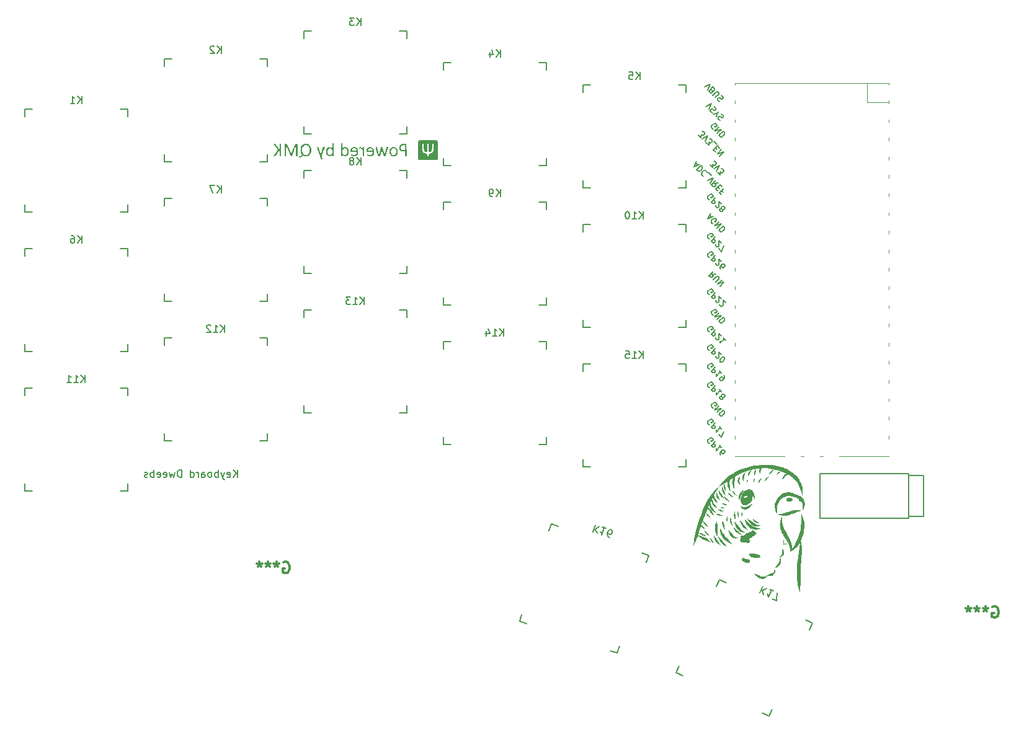
<source format=gbr>
%TF.GenerationSoftware,KiCad,Pcbnew,(6.0.4)*%
%TF.CreationDate,2022-11-15T10:20:27-05:00*%
%TF.ProjectId,Chergo,43686572-676f-42e6-9b69-6361645f7063,rev?*%
%TF.SameCoordinates,Original*%
%TF.FileFunction,Legend,Bot*%
%TF.FilePolarity,Positive*%
%FSLAX46Y46*%
G04 Gerber Fmt 4.6, Leading zero omitted, Abs format (unit mm)*
G04 Created by KiCad (PCBNEW (6.0.4)) date 2022-11-15 10:20:27*
%MOMM*%
%LPD*%
G01*
G04 APERTURE LIST*
%ADD10C,0.150000*%
%ADD11C,0.300000*%
%ADD12C,0.120000*%
G04 APERTURE END LIST*
D10*
X90529523Y-114912380D02*
X90529523Y-113912380D01*
X89958095Y-114912380D02*
X90386666Y-114340952D01*
X89958095Y-113912380D02*
X90529523Y-114483809D01*
X89148571Y-114864761D02*
X89243809Y-114912380D01*
X89434285Y-114912380D01*
X89529523Y-114864761D01*
X89577142Y-114769523D01*
X89577142Y-114388571D01*
X89529523Y-114293333D01*
X89434285Y-114245714D01*
X89243809Y-114245714D01*
X89148571Y-114293333D01*
X89100952Y-114388571D01*
X89100952Y-114483809D01*
X89577142Y-114579047D01*
X88767619Y-114245714D02*
X88529523Y-114912380D01*
X88291428Y-114245714D02*
X88529523Y-114912380D01*
X88624761Y-115150476D01*
X88672380Y-115198095D01*
X88767619Y-115245714D01*
X87910476Y-114912380D02*
X87910476Y-113912380D01*
X87910476Y-114293333D02*
X87815238Y-114245714D01*
X87624761Y-114245714D01*
X87529523Y-114293333D01*
X87481904Y-114340952D01*
X87434285Y-114436190D01*
X87434285Y-114721904D01*
X87481904Y-114817142D01*
X87529523Y-114864761D01*
X87624761Y-114912380D01*
X87815238Y-114912380D01*
X87910476Y-114864761D01*
X86862857Y-114912380D02*
X86958095Y-114864761D01*
X87005714Y-114817142D01*
X87053333Y-114721904D01*
X87053333Y-114436190D01*
X87005714Y-114340952D01*
X86958095Y-114293333D01*
X86862857Y-114245714D01*
X86720000Y-114245714D01*
X86624761Y-114293333D01*
X86577142Y-114340952D01*
X86529523Y-114436190D01*
X86529523Y-114721904D01*
X86577142Y-114817142D01*
X86624761Y-114864761D01*
X86720000Y-114912380D01*
X86862857Y-114912380D01*
X85672380Y-114912380D02*
X85672380Y-114388571D01*
X85720000Y-114293333D01*
X85815238Y-114245714D01*
X86005714Y-114245714D01*
X86100952Y-114293333D01*
X85672380Y-114864761D02*
X85767619Y-114912380D01*
X86005714Y-114912380D01*
X86100952Y-114864761D01*
X86148571Y-114769523D01*
X86148571Y-114674285D01*
X86100952Y-114579047D01*
X86005714Y-114531428D01*
X85767619Y-114531428D01*
X85672380Y-114483809D01*
X85196190Y-114912380D02*
X85196190Y-114245714D01*
X85196190Y-114436190D02*
X85148571Y-114340952D01*
X85100952Y-114293333D01*
X85005714Y-114245714D01*
X84910476Y-114245714D01*
X84148571Y-114912380D02*
X84148571Y-113912380D01*
X84148571Y-114864761D02*
X84243809Y-114912380D01*
X84434285Y-114912380D01*
X84529523Y-114864761D01*
X84577142Y-114817142D01*
X84624761Y-114721904D01*
X84624761Y-114436190D01*
X84577142Y-114340952D01*
X84529523Y-114293333D01*
X84434285Y-114245714D01*
X84243809Y-114245714D01*
X84148571Y-114293333D01*
X82910476Y-114912380D02*
X82910476Y-113912380D01*
X82672380Y-113912380D01*
X82529523Y-113960000D01*
X82434285Y-114055238D01*
X82386666Y-114150476D01*
X82339047Y-114340952D01*
X82339047Y-114483809D01*
X82386666Y-114674285D01*
X82434285Y-114769523D01*
X82529523Y-114864761D01*
X82672380Y-114912380D01*
X82910476Y-114912380D01*
X82005714Y-114245714D02*
X81815238Y-114912380D01*
X81624761Y-114436190D01*
X81434285Y-114912380D01*
X81243809Y-114245714D01*
X80481904Y-114864761D02*
X80577142Y-114912380D01*
X80767619Y-114912380D01*
X80862857Y-114864761D01*
X80910476Y-114769523D01*
X80910476Y-114388571D01*
X80862857Y-114293333D01*
X80767619Y-114245714D01*
X80577142Y-114245714D01*
X80481904Y-114293333D01*
X80434285Y-114388571D01*
X80434285Y-114483809D01*
X80910476Y-114579047D01*
X79624761Y-114864761D02*
X79720000Y-114912380D01*
X79910476Y-114912380D01*
X80005714Y-114864761D01*
X80053333Y-114769523D01*
X80053333Y-114388571D01*
X80005714Y-114293333D01*
X79910476Y-114245714D01*
X79720000Y-114245714D01*
X79624761Y-114293333D01*
X79577142Y-114388571D01*
X79577142Y-114483809D01*
X80053333Y-114579047D01*
X79148571Y-114912380D02*
X79148571Y-113912380D01*
X79148571Y-114293333D02*
X79053333Y-114245714D01*
X78862857Y-114245714D01*
X78767619Y-114293333D01*
X78720000Y-114340952D01*
X78672380Y-114436190D01*
X78672380Y-114721904D01*
X78720000Y-114817142D01*
X78767619Y-114864761D01*
X78862857Y-114912380D01*
X79053333Y-114912380D01*
X79148571Y-114864761D01*
X78291428Y-114864761D02*
X78196190Y-114912380D01*
X78005714Y-114912380D01*
X77910476Y-114864761D01*
X77862857Y-114769523D01*
X77862857Y-114721904D01*
X77910476Y-114626666D01*
X78005714Y-114579047D01*
X78148571Y-114579047D01*
X78243809Y-114531428D01*
X78291428Y-114436190D01*
X78291428Y-114388571D01*
X78243809Y-114293333D01*
X78148571Y-114245714D01*
X78005714Y-114245714D01*
X77910476Y-114293333D01*
D11*
%TO.C,G\u002A\u002A\u002A*%
X193612571Y-132638000D02*
X193757714Y-132565428D01*
X193975428Y-132565428D01*
X194193142Y-132638000D01*
X194338285Y-132783142D01*
X194410857Y-132928285D01*
X194483428Y-133218571D01*
X194483428Y-133436285D01*
X194410857Y-133726571D01*
X194338285Y-133871714D01*
X194193142Y-134016857D01*
X193975428Y-134089428D01*
X193830285Y-134089428D01*
X193612571Y-134016857D01*
X193540000Y-133944285D01*
X193540000Y-133436285D01*
X193830285Y-133436285D01*
X192669142Y-132565428D02*
X192669142Y-132928285D01*
X193032000Y-132783142D02*
X192669142Y-132928285D01*
X192306285Y-132783142D01*
X192886857Y-133218571D02*
X192669142Y-132928285D01*
X192451428Y-133218571D01*
X191508000Y-132565428D02*
X191508000Y-132928285D01*
X191870857Y-132783142D02*
X191508000Y-132928285D01*
X191145142Y-132783142D01*
X191725714Y-133218571D02*
X191508000Y-132928285D01*
X191290285Y-133218571D01*
X190346857Y-132565428D02*
X190346857Y-132928285D01*
X190709714Y-132783142D02*
X190346857Y-132928285D01*
X189984000Y-132783142D01*
X190564571Y-133218571D02*
X190346857Y-132928285D01*
X190129142Y-133218571D01*
X96822571Y-126558000D02*
X96967714Y-126485428D01*
X97185428Y-126485428D01*
X97403142Y-126558000D01*
X97548285Y-126703142D01*
X97620857Y-126848285D01*
X97693428Y-127138571D01*
X97693428Y-127356285D01*
X97620857Y-127646571D01*
X97548285Y-127791714D01*
X97403142Y-127936857D01*
X97185428Y-128009428D01*
X97040285Y-128009428D01*
X96822571Y-127936857D01*
X96750000Y-127864285D01*
X96750000Y-127356285D01*
X97040285Y-127356285D01*
X95879142Y-126485428D02*
X95879142Y-126848285D01*
X96242000Y-126703142D02*
X95879142Y-126848285D01*
X95516285Y-126703142D01*
X96096857Y-127138571D02*
X95879142Y-126848285D01*
X95661428Y-127138571D01*
X94718000Y-126485428D02*
X94718000Y-126848285D01*
X95080857Y-126703142D02*
X94718000Y-126848285D01*
X94355142Y-126703142D01*
X94935714Y-127138571D02*
X94718000Y-126848285D01*
X94500285Y-127138571D01*
X93556857Y-126485428D02*
X93556857Y-126848285D01*
X93919714Y-126703142D02*
X93556857Y-126848285D01*
X93194000Y-126703142D01*
X93774571Y-127138571D02*
X93556857Y-126848285D01*
X93339142Y-127138571D01*
D10*
%TO.C,K3*%
X107385038Y-53203759D02*
X107385038Y-52203759D01*
X106813609Y-53203759D02*
X107242181Y-52632331D01*
X106813609Y-52203759D02*
X107385038Y-52775188D01*
X106480276Y-52203759D02*
X105861228Y-52203759D01*
X106194562Y-52584712D01*
X106051704Y-52584712D01*
X105956466Y-52632331D01*
X105908847Y-52679950D01*
X105861228Y-52775188D01*
X105861228Y-53013283D01*
X105908847Y-53108521D01*
X105956466Y-53156140D01*
X106051704Y-53203759D01*
X106337419Y-53203759D01*
X106432657Y-53156140D01*
X106480276Y-53108521D01*
%TO.C,K15*%
X145961228Y-98669759D02*
X145961228Y-97669759D01*
X145389800Y-98669759D02*
X145818371Y-98098331D01*
X145389800Y-97669759D02*
X145961228Y-98241188D01*
X144437419Y-98669759D02*
X145008847Y-98669759D01*
X144723133Y-98669759D02*
X144723133Y-97669759D01*
X144818371Y-97812617D01*
X144913609Y-97907855D01*
X145008847Y-97955474D01*
X143532657Y-97669759D02*
X144008847Y-97669759D01*
X144056466Y-98145950D01*
X144008847Y-98098331D01*
X143913609Y-98050712D01*
X143675514Y-98050712D01*
X143580276Y-98098331D01*
X143532657Y-98145950D01*
X143485038Y-98241188D01*
X143485038Y-98479283D01*
X143532657Y-98574521D01*
X143580276Y-98622140D01*
X143675514Y-98669759D01*
X143913609Y-98669759D01*
X144008847Y-98622140D01*
X144056466Y-98574521D01*
%TO.C,K17*%
X162312324Y-129817632D02*
X161889706Y-130723940D01*
X162830215Y-130059128D02*
X162200301Y-130395896D01*
X162407596Y-130965436D02*
X162131202Y-130206049D01*
X163693365Y-130461622D02*
X163175475Y-130220125D01*
X163434420Y-130340873D02*
X163011801Y-131247181D01*
X162985860Y-131077459D01*
X162939795Y-130950895D01*
X162873604Y-130867488D01*
X163572849Y-131508802D02*
X164177054Y-131790548D01*
X164211255Y-130703118D01*
%TO.C,K10*%
X145961228Y-79619759D02*
X145961228Y-78619759D01*
X145389800Y-79619759D02*
X145818371Y-79048331D01*
X145389800Y-78619759D02*
X145961228Y-79191188D01*
X144437419Y-79619759D02*
X145008847Y-79619759D01*
X144723133Y-79619759D02*
X144723133Y-78619759D01*
X144818371Y-78762617D01*
X144913609Y-78857855D01*
X145008847Y-78905474D01*
X143818371Y-78619759D02*
X143723133Y-78619759D01*
X143627895Y-78667379D01*
X143580276Y-78714998D01*
X143532657Y-78810236D01*
X143485038Y-79000712D01*
X143485038Y-79238807D01*
X143532657Y-79429283D01*
X143580276Y-79524521D01*
X143627895Y-79572140D01*
X143723133Y-79619759D01*
X143818371Y-79619759D01*
X143913609Y-79572140D01*
X143961228Y-79524521D01*
X144008847Y-79429283D01*
X144056466Y-79238807D01*
X144056466Y-79000712D01*
X144008847Y-78810236D01*
X143961228Y-78714998D01*
X143913609Y-78667379D01*
X143818371Y-78619759D01*
%TO.C,K6*%
X69285038Y-82921759D02*
X69285038Y-81921759D01*
X68713609Y-82921759D02*
X69142181Y-82350331D01*
X68713609Y-81921759D02*
X69285038Y-82493188D01*
X67856466Y-81921759D02*
X68046943Y-81921759D01*
X68142181Y-81969379D01*
X68189800Y-82016998D01*
X68285038Y-82159855D01*
X68332657Y-82350331D01*
X68332657Y-82731283D01*
X68285038Y-82826521D01*
X68237419Y-82874140D01*
X68142181Y-82921759D01*
X67951704Y-82921759D01*
X67856466Y-82874140D01*
X67808847Y-82826521D01*
X67761228Y-82731283D01*
X67761228Y-82493188D01*
X67808847Y-82397950D01*
X67856466Y-82350331D01*
X67951704Y-82302712D01*
X68142181Y-82302712D01*
X68237419Y-82350331D01*
X68285038Y-82397950D01*
X68332657Y-82493188D01*
%TO.C,K7*%
X88335038Y-76063759D02*
X88335038Y-75063759D01*
X87763609Y-76063759D02*
X88192181Y-75492331D01*
X87763609Y-75063759D02*
X88335038Y-75635188D01*
X87430276Y-75063759D02*
X86763609Y-75063759D01*
X87192181Y-76063759D01*
%TO.C,K16*%
X139424817Y-121437932D02*
X139115800Y-122388988D01*
X139968277Y-121614513D02*
X139384101Y-122025538D01*
X139659260Y-122565569D02*
X139292381Y-121845527D01*
X140874046Y-121908815D02*
X140330585Y-121732234D01*
X140602315Y-121820524D02*
X140293298Y-122771581D01*
X140246867Y-122606285D01*
X140185720Y-122486278D01*
X140109858Y-122411560D01*
X141380220Y-123124743D02*
X141199066Y-123065883D01*
X141123205Y-122991164D01*
X141092631Y-122931161D01*
X141046200Y-122765865D01*
X141059772Y-122569996D01*
X141177492Y-122207689D01*
X141252211Y-122131827D01*
X141312214Y-122101254D01*
X141417506Y-122085396D01*
X141598660Y-122144256D01*
X141674522Y-122218975D01*
X141705095Y-122278978D01*
X141720953Y-122384270D01*
X141647378Y-122610712D01*
X141572659Y-122686574D01*
X141512656Y-122717147D01*
X141407364Y-122733006D01*
X141226210Y-122674145D01*
X141150348Y-122599427D01*
X141119775Y-122539423D01*
X141103917Y-122434131D01*
%TO.C,K9*%
X126435038Y-76571759D02*
X126435038Y-75571759D01*
X125863609Y-76571759D02*
X126292181Y-76000331D01*
X125863609Y-75571759D02*
X126435038Y-76143188D01*
X125387419Y-76571759D02*
X125196943Y-76571759D01*
X125101704Y-76524140D01*
X125054085Y-76476521D01*
X124958847Y-76333664D01*
X124911228Y-76143188D01*
X124911228Y-75762236D01*
X124958847Y-75666998D01*
X125006466Y-75619379D01*
X125101704Y-75571759D01*
X125292181Y-75571759D01*
X125387419Y-75619379D01*
X125435038Y-75666998D01*
X125482657Y-75762236D01*
X125482657Y-76000331D01*
X125435038Y-76095569D01*
X125387419Y-76143188D01*
X125292181Y-76190807D01*
X125101704Y-76190807D01*
X125006466Y-76143188D01*
X124958847Y-76095569D01*
X124911228Y-76000331D01*
%TO.C,K2*%
X88335038Y-57013759D02*
X88335038Y-56013759D01*
X87763609Y-57013759D02*
X88192181Y-56442331D01*
X87763609Y-56013759D02*
X88335038Y-56585188D01*
X87382657Y-56108998D02*
X87335038Y-56061379D01*
X87239800Y-56013759D01*
X87001704Y-56013759D01*
X86906466Y-56061379D01*
X86858847Y-56108998D01*
X86811228Y-56204236D01*
X86811228Y-56299474D01*
X86858847Y-56442331D01*
X87430276Y-57013759D01*
X86811228Y-57013759D01*
%TO.C,K5*%
X145485038Y-60569759D02*
X145485038Y-59569759D01*
X144913609Y-60569759D02*
X145342181Y-59998331D01*
X144913609Y-59569759D02*
X145485038Y-60141188D01*
X144008847Y-59569759D02*
X144485038Y-59569759D01*
X144532657Y-60045950D01*
X144485038Y-59998331D01*
X144389800Y-59950712D01*
X144151704Y-59950712D01*
X144056466Y-59998331D01*
X144008847Y-60045950D01*
X143961228Y-60141188D01*
X143961228Y-60379283D01*
X144008847Y-60474521D01*
X144056466Y-60522140D01*
X144151704Y-60569759D01*
X144389800Y-60569759D01*
X144485038Y-60522140D01*
X144532657Y-60474521D01*
%TO.C,U1*%
X155819318Y-87142443D02*
X155361382Y-87223256D01*
X155496069Y-86819195D02*
X154930384Y-87384880D01*
X155145883Y-87600379D01*
X155226695Y-87627317D01*
X155280570Y-87627317D01*
X155361382Y-87600379D01*
X155442194Y-87519567D01*
X155469132Y-87438755D01*
X155469132Y-87384880D01*
X155442194Y-87304068D01*
X155226695Y-87088569D01*
X155496069Y-87950566D02*
X155954005Y-87492630D01*
X156034817Y-87465692D01*
X156088692Y-87465692D01*
X156169504Y-87492630D01*
X156277254Y-87600379D01*
X156304191Y-87681191D01*
X156304191Y-87735066D01*
X156277254Y-87815878D01*
X155819318Y-88273814D01*
X156654378Y-87977503D02*
X156088692Y-88543188D01*
X156977626Y-88300752D01*
X156411941Y-88866437D01*
X154970665Y-82355286D02*
X154889853Y-82328349D01*
X154809040Y-82247537D01*
X154755166Y-82139787D01*
X154755166Y-82032037D01*
X154782103Y-81951225D01*
X154862915Y-81816538D01*
X154943727Y-81735726D01*
X155078414Y-81654914D01*
X155159227Y-81627976D01*
X155266976Y-81627976D01*
X155374726Y-81681851D01*
X155428601Y-81735726D01*
X155482475Y-81843476D01*
X155482475Y-81897350D01*
X155293914Y-82085912D01*
X155186164Y-81978163D01*
X155778787Y-82085912D02*
X155213101Y-82651598D01*
X155428601Y-82867097D01*
X155509413Y-82894034D01*
X155563288Y-82894034D01*
X155644100Y-82867097D01*
X155724912Y-82786285D01*
X155751849Y-82705472D01*
X155751849Y-82651598D01*
X155724912Y-82570785D01*
X155509413Y-82355286D01*
X155805724Y-83136471D02*
X155805724Y-83190346D01*
X155832662Y-83271158D01*
X155967349Y-83405845D01*
X156048161Y-83432782D01*
X156102036Y-83432782D01*
X156182848Y-83405845D01*
X156236723Y-83351970D01*
X156290597Y-83244220D01*
X156290597Y-82597723D01*
X156640784Y-82947909D01*
X156263660Y-83702156D02*
X156640784Y-84079280D01*
X156964032Y-83271158D01*
X154970665Y-102665286D02*
X154889853Y-102638349D01*
X154809040Y-102557537D01*
X154755166Y-102449787D01*
X154755166Y-102342037D01*
X154782103Y-102261225D01*
X154862915Y-102126538D01*
X154943727Y-102045726D01*
X155078414Y-101964914D01*
X155159227Y-101937976D01*
X155266976Y-101937976D01*
X155374726Y-101991851D01*
X155428601Y-102045726D01*
X155482475Y-102153476D01*
X155482475Y-102207350D01*
X155293914Y-102395912D01*
X155186164Y-102288163D01*
X155778787Y-102395912D02*
X155213101Y-102961598D01*
X155428601Y-103177097D01*
X155509413Y-103204034D01*
X155563288Y-103204034D01*
X155644100Y-103177097D01*
X155724912Y-103096285D01*
X155751849Y-103015472D01*
X155751849Y-102961598D01*
X155724912Y-102880785D01*
X155509413Y-102665286D01*
X156640784Y-103257909D02*
X156317535Y-102934660D01*
X156479159Y-103096285D02*
X155913474Y-103661970D01*
X155940411Y-103527283D01*
X155940411Y-103419533D01*
X155913474Y-103338721D01*
X156640784Y-103904407D02*
X156559971Y-103877469D01*
X156506097Y-103877469D01*
X156425284Y-103904407D01*
X156398347Y-103931344D01*
X156371410Y-104012156D01*
X156371410Y-104066031D01*
X156398347Y-104146843D01*
X156506097Y-104254593D01*
X156586909Y-104281530D01*
X156640784Y-104281530D01*
X156721596Y-104254593D01*
X156748533Y-104227655D01*
X156775471Y-104146843D01*
X156775471Y-104092968D01*
X156748533Y-104012156D01*
X156640784Y-103904407D01*
X156613846Y-103823594D01*
X156613846Y-103769720D01*
X156640784Y-103688907D01*
X156748533Y-103581158D01*
X156829345Y-103554220D01*
X156883220Y-103554220D01*
X156964032Y-103581158D01*
X157071782Y-103688907D01*
X157098719Y-103769720D01*
X157098719Y-103823594D01*
X157071782Y-103904407D01*
X156964032Y-104012156D01*
X156883220Y-104039094D01*
X156829345Y-104039094D01*
X156748533Y-104012156D01*
X155467101Y-105447723D02*
X155386289Y-105420785D01*
X155305477Y-105339973D01*
X155251602Y-105232224D01*
X155251602Y-105124474D01*
X155278540Y-105043662D01*
X155359352Y-104908975D01*
X155440164Y-104828163D01*
X155574851Y-104747350D01*
X155655663Y-104720413D01*
X155763413Y-104720413D01*
X155871162Y-104774288D01*
X155925037Y-104828163D01*
X155978912Y-104935912D01*
X155978912Y-104989787D01*
X155790350Y-105178349D01*
X155682601Y-105070599D01*
X156275223Y-105178349D02*
X155709538Y-105744034D01*
X156598472Y-105501598D01*
X156032787Y-106067283D01*
X156867846Y-105770972D02*
X156302161Y-106336657D01*
X156436848Y-106471344D01*
X156544597Y-106525219D01*
X156652347Y-106525219D01*
X156733159Y-106498281D01*
X156867846Y-106417469D01*
X156948658Y-106336657D01*
X157029471Y-106201970D01*
X157056408Y-106121158D01*
X157056408Y-106013408D01*
X157002533Y-105905659D01*
X156867846Y-105770972D01*
X154970665Y-89965286D02*
X154889853Y-89938349D01*
X154809040Y-89857537D01*
X154755166Y-89749787D01*
X154755166Y-89642037D01*
X154782103Y-89561225D01*
X154862915Y-89426538D01*
X154943727Y-89345726D01*
X155078414Y-89264914D01*
X155159227Y-89237976D01*
X155266976Y-89237976D01*
X155374726Y-89291851D01*
X155428601Y-89345726D01*
X155482475Y-89453476D01*
X155482475Y-89507350D01*
X155293914Y-89695912D01*
X155186164Y-89588163D01*
X155778787Y-89695912D02*
X155213101Y-90261598D01*
X155428601Y-90477097D01*
X155509413Y-90504034D01*
X155563288Y-90504034D01*
X155644100Y-90477097D01*
X155724912Y-90396285D01*
X155751849Y-90315472D01*
X155751849Y-90261598D01*
X155724912Y-90180785D01*
X155509413Y-89965286D01*
X155805724Y-90746471D02*
X155805724Y-90800346D01*
X155832662Y-90881158D01*
X155967349Y-91015845D01*
X156048161Y-91042782D01*
X156102036Y-91042782D01*
X156182848Y-91015845D01*
X156236723Y-90961970D01*
X156290597Y-90854220D01*
X156290597Y-90207723D01*
X156640784Y-90557909D01*
X156344472Y-91285219D02*
X156344472Y-91339094D01*
X156371410Y-91419906D01*
X156506097Y-91554593D01*
X156586909Y-91581530D01*
X156640784Y-91581530D01*
X156721596Y-91554593D01*
X156775471Y-91500718D01*
X156829345Y-91392968D01*
X156829345Y-90746471D01*
X157179532Y-91096657D01*
X154970665Y-95055286D02*
X154889853Y-95028349D01*
X154809040Y-94947537D01*
X154755166Y-94839787D01*
X154755166Y-94732037D01*
X154782103Y-94651225D01*
X154862915Y-94516538D01*
X154943727Y-94435726D01*
X155078414Y-94354914D01*
X155159227Y-94327976D01*
X155266976Y-94327976D01*
X155374726Y-94381851D01*
X155428601Y-94435726D01*
X155482475Y-94543476D01*
X155482475Y-94597350D01*
X155293914Y-94785912D01*
X155186164Y-94678163D01*
X155778787Y-94785912D02*
X155213101Y-95351598D01*
X155428601Y-95567097D01*
X155509413Y-95594034D01*
X155563288Y-95594034D01*
X155644100Y-95567097D01*
X155724912Y-95486285D01*
X155751849Y-95405472D01*
X155751849Y-95351598D01*
X155724912Y-95270785D01*
X155509413Y-95055286D01*
X155805724Y-95836471D02*
X155805724Y-95890346D01*
X155832662Y-95971158D01*
X155967349Y-96105845D01*
X156048161Y-96132782D01*
X156102036Y-96132782D01*
X156182848Y-96105845D01*
X156236723Y-96051970D01*
X156290597Y-95944220D01*
X156290597Y-95297723D01*
X156640784Y-95647909D01*
X157179532Y-96186657D02*
X156856283Y-95863408D01*
X157017907Y-96025033D02*
X156452222Y-96590718D01*
X156479159Y-96456031D01*
X156479159Y-96348281D01*
X156452222Y-96267469D01*
X153503074Y-68187570D02*
X153853260Y-68537756D01*
X153880198Y-68133695D01*
X153961010Y-68214508D01*
X154041822Y-68241445D01*
X154095697Y-68241445D01*
X154176509Y-68214508D01*
X154311196Y-68079821D01*
X154338133Y-67999008D01*
X154338133Y-67945134D01*
X154311196Y-67864321D01*
X154149572Y-67702697D01*
X154068759Y-67675760D01*
X154014885Y-67675760D01*
X154014885Y-68699381D02*
X154769132Y-68322257D01*
X154392008Y-69076504D01*
X154526695Y-69211191D02*
X154876881Y-69561378D01*
X154903819Y-69157317D01*
X154984631Y-69238129D01*
X155065443Y-69265066D01*
X155119318Y-69265066D01*
X155200130Y-69238129D01*
X155334817Y-69103442D01*
X155361755Y-69022630D01*
X155361755Y-68968755D01*
X155334817Y-68887943D01*
X155173193Y-68726318D01*
X155092381Y-68699381D01*
X155038506Y-68699381D01*
X155604191Y-69049567D02*
X156035190Y-69480566D01*
X155819691Y-69965439D02*
X156008252Y-70154001D01*
X156385376Y-69938501D02*
X156116002Y-69669127D01*
X155550317Y-70234813D01*
X155819691Y-70504187D01*
X156627813Y-70180938D02*
X156062127Y-70746623D01*
X156951061Y-70504187D01*
X156385376Y-71069872D01*
X154970665Y-110285286D02*
X154889853Y-110258349D01*
X154809040Y-110177537D01*
X154755166Y-110069787D01*
X154755166Y-109962037D01*
X154782103Y-109881225D01*
X154862915Y-109746538D01*
X154943727Y-109665726D01*
X155078414Y-109584914D01*
X155159227Y-109557976D01*
X155266976Y-109557976D01*
X155374726Y-109611851D01*
X155428601Y-109665726D01*
X155482475Y-109773476D01*
X155482475Y-109827350D01*
X155293914Y-110015912D01*
X155186164Y-109908163D01*
X155778787Y-110015912D02*
X155213101Y-110581598D01*
X155428601Y-110797097D01*
X155509413Y-110824034D01*
X155563288Y-110824034D01*
X155644100Y-110797097D01*
X155724912Y-110716285D01*
X155751849Y-110635472D01*
X155751849Y-110581598D01*
X155724912Y-110500785D01*
X155509413Y-110285286D01*
X156640784Y-110877909D02*
X156317535Y-110554660D01*
X156479159Y-110716285D02*
X155913474Y-111281970D01*
X155940411Y-111147283D01*
X155940411Y-111039533D01*
X155913474Y-110958721D01*
X156559971Y-111928468D02*
X156452222Y-111820718D01*
X156425284Y-111739906D01*
X156425284Y-111686031D01*
X156452222Y-111551344D01*
X156533034Y-111416657D01*
X156748533Y-111201158D01*
X156829345Y-111174220D01*
X156883220Y-111174220D01*
X156964032Y-111201158D01*
X157071782Y-111308907D01*
X157098719Y-111389720D01*
X157098719Y-111443594D01*
X157071782Y-111524407D01*
X156937095Y-111659094D01*
X156856283Y-111686031D01*
X156802408Y-111686031D01*
X156721596Y-111659094D01*
X156613846Y-111551344D01*
X156586909Y-111470532D01*
X156586909Y-111416657D01*
X156613846Y-111335845D01*
X154970665Y-97585286D02*
X154889853Y-97558349D01*
X154809040Y-97477537D01*
X154755166Y-97369787D01*
X154755166Y-97262037D01*
X154782103Y-97181225D01*
X154862915Y-97046538D01*
X154943727Y-96965726D01*
X155078414Y-96884914D01*
X155159227Y-96857976D01*
X155266976Y-96857976D01*
X155374726Y-96911851D01*
X155428601Y-96965726D01*
X155482475Y-97073476D01*
X155482475Y-97127350D01*
X155293914Y-97315912D01*
X155186164Y-97208163D01*
X155778787Y-97315912D02*
X155213101Y-97881598D01*
X155428601Y-98097097D01*
X155509413Y-98124034D01*
X155563288Y-98124034D01*
X155644100Y-98097097D01*
X155724912Y-98016285D01*
X155751849Y-97935472D01*
X155751849Y-97881598D01*
X155724912Y-97800785D01*
X155509413Y-97585286D01*
X155805724Y-98366471D02*
X155805724Y-98420346D01*
X155832662Y-98501158D01*
X155967349Y-98635845D01*
X156048161Y-98662782D01*
X156102036Y-98662782D01*
X156182848Y-98635845D01*
X156236723Y-98581970D01*
X156290597Y-98474220D01*
X156290597Y-97827723D01*
X156640784Y-98177909D01*
X156425284Y-99093781D02*
X156479159Y-99147655D01*
X156559971Y-99174593D01*
X156613846Y-99174593D01*
X156694658Y-99147655D01*
X156829345Y-99066843D01*
X156964032Y-98932156D01*
X157044845Y-98797469D01*
X157071782Y-98716657D01*
X157071782Y-98662782D01*
X157044845Y-98581970D01*
X156990970Y-98528095D01*
X156910158Y-98501158D01*
X156856283Y-98501158D01*
X156775471Y-98528095D01*
X156640784Y-98608907D01*
X156506097Y-98743594D01*
X156425284Y-98878281D01*
X156398347Y-98959094D01*
X156398347Y-99012968D01*
X156425284Y-99093781D01*
X154970665Y-100125286D02*
X154889853Y-100098349D01*
X154809040Y-100017537D01*
X154755166Y-99909787D01*
X154755166Y-99802037D01*
X154782103Y-99721225D01*
X154862915Y-99586538D01*
X154943727Y-99505726D01*
X155078414Y-99424914D01*
X155159227Y-99397976D01*
X155266976Y-99397976D01*
X155374726Y-99451851D01*
X155428601Y-99505726D01*
X155482475Y-99613476D01*
X155482475Y-99667350D01*
X155293914Y-99855912D01*
X155186164Y-99748163D01*
X155778787Y-99855912D02*
X155213101Y-100421598D01*
X155428601Y-100637097D01*
X155509413Y-100664034D01*
X155563288Y-100664034D01*
X155644100Y-100637097D01*
X155724912Y-100556285D01*
X155751849Y-100475472D01*
X155751849Y-100421598D01*
X155724912Y-100340785D01*
X155509413Y-100125286D01*
X156640784Y-100717909D02*
X156317535Y-100394660D01*
X156479159Y-100556285D02*
X155913474Y-101121970D01*
X155940411Y-100987283D01*
X155940411Y-100879533D01*
X155913474Y-100798721D01*
X156910158Y-100987283D02*
X157017907Y-101095033D01*
X157044845Y-101175845D01*
X157044845Y-101229720D01*
X157017907Y-101364407D01*
X156937095Y-101499094D01*
X156721596Y-101714593D01*
X156640784Y-101741530D01*
X156586909Y-101741530D01*
X156506097Y-101714593D01*
X156398347Y-101606843D01*
X156371410Y-101526031D01*
X156371410Y-101472156D01*
X156398347Y-101391344D01*
X156533034Y-101256657D01*
X156613846Y-101229720D01*
X156667721Y-101229720D01*
X156748533Y-101256657D01*
X156856283Y-101364407D01*
X156883220Y-101445219D01*
X156883220Y-101499094D01*
X156856283Y-101579906D01*
X154970665Y-77011286D02*
X154889853Y-76984349D01*
X154809040Y-76903537D01*
X154755166Y-76795787D01*
X154755166Y-76688037D01*
X154782103Y-76607225D01*
X154862915Y-76472538D01*
X154943727Y-76391726D01*
X155078414Y-76310914D01*
X155159227Y-76283976D01*
X155266976Y-76283976D01*
X155374726Y-76337851D01*
X155428601Y-76391726D01*
X155482475Y-76499476D01*
X155482475Y-76553350D01*
X155293914Y-76741912D01*
X155186164Y-76634163D01*
X155778787Y-76741912D02*
X155213101Y-77307598D01*
X155428601Y-77523097D01*
X155509413Y-77550034D01*
X155563288Y-77550034D01*
X155644100Y-77523097D01*
X155724912Y-77442285D01*
X155751849Y-77361472D01*
X155751849Y-77307598D01*
X155724912Y-77226785D01*
X155509413Y-77011286D01*
X155805724Y-77792471D02*
X155805724Y-77846346D01*
X155832662Y-77927158D01*
X155967349Y-78061845D01*
X156048161Y-78088782D01*
X156102036Y-78088782D01*
X156182848Y-78061845D01*
X156236723Y-78007970D01*
X156290597Y-77900220D01*
X156290597Y-77253723D01*
X156640784Y-77603909D01*
X156640784Y-78250407D02*
X156559971Y-78223469D01*
X156506097Y-78223469D01*
X156425284Y-78250407D01*
X156398347Y-78277344D01*
X156371410Y-78358156D01*
X156371410Y-78412031D01*
X156398347Y-78492843D01*
X156506097Y-78600593D01*
X156586909Y-78627530D01*
X156640784Y-78627530D01*
X156721596Y-78600593D01*
X156748533Y-78573655D01*
X156775471Y-78492843D01*
X156775471Y-78438968D01*
X156748533Y-78358156D01*
X156640784Y-78250407D01*
X156613846Y-78169594D01*
X156613846Y-78115720D01*
X156640784Y-78034907D01*
X156748533Y-77927158D01*
X156829345Y-77900220D01*
X156883220Y-77900220D01*
X156964032Y-77927158D01*
X157071782Y-78034907D01*
X157098719Y-78115720D01*
X157098719Y-78169594D01*
X157071782Y-78250407D01*
X156964032Y-78358156D01*
X156883220Y-78385094D01*
X156829345Y-78385094D01*
X156748533Y-78358156D01*
X155024540Y-79104914D02*
X155293914Y-79374288D01*
X155132289Y-78889415D02*
X154755166Y-79643662D01*
X155509413Y-79266538D01*
X155455538Y-80290159D02*
X155374726Y-80263222D01*
X155293914Y-80182410D01*
X155240039Y-80074660D01*
X155240039Y-79966911D01*
X155266976Y-79886098D01*
X155347788Y-79751411D01*
X155428601Y-79670599D01*
X155563288Y-79589787D01*
X155644100Y-79562850D01*
X155751849Y-79562850D01*
X155859599Y-79616724D01*
X155913474Y-79670599D01*
X155967349Y-79778349D01*
X155967349Y-79832224D01*
X155778787Y-80020785D01*
X155671037Y-79913036D01*
X156263660Y-80020785D02*
X155697975Y-80586471D01*
X156586909Y-80344034D01*
X156021223Y-80909720D01*
X156856283Y-80613408D02*
X156290597Y-81179094D01*
X156425284Y-81313781D01*
X156533034Y-81367655D01*
X156640784Y-81367655D01*
X156721596Y-81340718D01*
X156856283Y-81259906D01*
X156937095Y-81179094D01*
X157017907Y-81044407D01*
X157044845Y-80963594D01*
X157044845Y-80855845D01*
X156990970Y-80748095D01*
X156856283Y-80613408D01*
X154334072Y-61618569D02*
X155088320Y-61241445D01*
X154711196Y-61995692D01*
X155357694Y-62103442D02*
X155465443Y-62157317D01*
X155519318Y-62157317D01*
X155600130Y-62130379D01*
X155680943Y-62049567D01*
X155707880Y-61968755D01*
X155707880Y-61914880D01*
X155680943Y-61834068D01*
X155465443Y-61618569D01*
X154899758Y-62184254D01*
X155088320Y-62372816D01*
X155169132Y-62399753D01*
X155223007Y-62399753D01*
X155303819Y-62372816D01*
X155357694Y-62318941D01*
X155384631Y-62238129D01*
X155384631Y-62184254D01*
X155357694Y-62103442D01*
X155169132Y-61914880D01*
X155465443Y-62749940D02*
X155923379Y-62292004D01*
X156004191Y-62265066D01*
X156058066Y-62265066D01*
X156138878Y-62292004D01*
X156246628Y-62399753D01*
X156273565Y-62480566D01*
X156273565Y-62534440D01*
X156246628Y-62615253D01*
X155788692Y-63073188D01*
X156569877Y-62776877D02*
X156677626Y-62830752D01*
X156812313Y-62965439D01*
X156839251Y-63046251D01*
X156839251Y-63100126D01*
X156812313Y-63180938D01*
X156758439Y-63234813D01*
X156677626Y-63261750D01*
X156623752Y-63261750D01*
X156542939Y-63234813D01*
X156408252Y-63154001D01*
X156327440Y-63127063D01*
X156273565Y-63127063D01*
X156192753Y-63154001D01*
X156138878Y-63207875D01*
X156111941Y-63288688D01*
X156111941Y-63342562D01*
X156138878Y-63423375D01*
X156273565Y-63558062D01*
X156381315Y-63611936D01*
X154970665Y-84885286D02*
X154889853Y-84858349D01*
X154809040Y-84777537D01*
X154755166Y-84669787D01*
X154755166Y-84562037D01*
X154782103Y-84481225D01*
X154862915Y-84346538D01*
X154943727Y-84265726D01*
X155078414Y-84184914D01*
X155159227Y-84157976D01*
X155266976Y-84157976D01*
X155374726Y-84211851D01*
X155428601Y-84265726D01*
X155482475Y-84373476D01*
X155482475Y-84427350D01*
X155293914Y-84615912D01*
X155186164Y-84508163D01*
X155778787Y-84615912D02*
X155213101Y-85181598D01*
X155428601Y-85397097D01*
X155509413Y-85424034D01*
X155563288Y-85424034D01*
X155644100Y-85397097D01*
X155724912Y-85316285D01*
X155751849Y-85235472D01*
X155751849Y-85181598D01*
X155724912Y-85100785D01*
X155509413Y-84885286D01*
X155805724Y-85666471D02*
X155805724Y-85720346D01*
X155832662Y-85801158D01*
X155967349Y-85935845D01*
X156048161Y-85962782D01*
X156102036Y-85962782D01*
X156182848Y-85935845D01*
X156236723Y-85881970D01*
X156290597Y-85774220D01*
X156290597Y-85127723D01*
X156640784Y-85477909D01*
X156559971Y-86528468D02*
X156452222Y-86420718D01*
X156425284Y-86339906D01*
X156425284Y-86286031D01*
X156452222Y-86151344D01*
X156533034Y-86016657D01*
X156748533Y-85801158D01*
X156829345Y-85774220D01*
X156883220Y-85774220D01*
X156964032Y-85801158D01*
X157071782Y-85908907D01*
X157098719Y-85989720D01*
X157098719Y-86043594D01*
X157071782Y-86124407D01*
X156937095Y-86259094D01*
X156856283Y-86286031D01*
X156802408Y-86286031D01*
X156721596Y-86259094D01*
X156613846Y-86151344D01*
X156586909Y-86070532D01*
X156586909Y-86016657D01*
X156613846Y-85935845D01*
X154501416Y-64295912D02*
X155255663Y-63918789D01*
X154878540Y-64673036D01*
X155578912Y-64295912D02*
X155686662Y-64349787D01*
X155821349Y-64484474D01*
X155848286Y-64565286D01*
X155848286Y-64619161D01*
X155821349Y-64699973D01*
X155767474Y-64753848D01*
X155686662Y-64780785D01*
X155632787Y-64780785D01*
X155551975Y-64753848D01*
X155417288Y-64673036D01*
X155336475Y-64646098D01*
X155282601Y-64646098D01*
X155201788Y-64673036D01*
X155147914Y-64726911D01*
X155120976Y-64807723D01*
X155120976Y-64861598D01*
X155147914Y-64942410D01*
X155282601Y-65077097D01*
X155390350Y-65130972D01*
X156009910Y-65211784D02*
X156279284Y-64942410D01*
X155525037Y-65319533D02*
X156009910Y-65211784D01*
X155902161Y-65696657D01*
X156602533Y-65319533D02*
X156710283Y-65373408D01*
X156844970Y-65508095D01*
X156871907Y-65588907D01*
X156871907Y-65642782D01*
X156844970Y-65723594D01*
X156791095Y-65777469D01*
X156710283Y-65804407D01*
X156656408Y-65804407D01*
X156575596Y-65777469D01*
X156440909Y-65696657D01*
X156360097Y-65669720D01*
X156306222Y-65669720D01*
X156225410Y-65696657D01*
X156171535Y-65750532D01*
X156144597Y-65831344D01*
X156144597Y-65885219D01*
X156171535Y-65966031D01*
X156306222Y-66100718D01*
X156413971Y-66154593D01*
X155467101Y-67347723D02*
X155386289Y-67320785D01*
X155305477Y-67239973D01*
X155251602Y-67132224D01*
X155251602Y-67024474D01*
X155278540Y-66943662D01*
X155359352Y-66808975D01*
X155440164Y-66728163D01*
X155574851Y-66647350D01*
X155655663Y-66620413D01*
X155763413Y-66620413D01*
X155871162Y-66674288D01*
X155925037Y-66728163D01*
X155978912Y-66835912D01*
X155978912Y-66889787D01*
X155790350Y-67078349D01*
X155682601Y-66970599D01*
X156275223Y-67078349D02*
X155709538Y-67644034D01*
X156598472Y-67401598D01*
X156032787Y-67967283D01*
X156867846Y-67670972D02*
X156302161Y-68236657D01*
X156436848Y-68371344D01*
X156544597Y-68425219D01*
X156652347Y-68425219D01*
X156733159Y-68398281D01*
X156867846Y-68317469D01*
X156948658Y-68236657D01*
X157029471Y-68101970D01*
X157056408Y-68021158D01*
X157056408Y-67913408D01*
X157002533Y-67805659D01*
X156867846Y-67670972D01*
X155467101Y-92747723D02*
X155386289Y-92720785D01*
X155305477Y-92639973D01*
X155251602Y-92532224D01*
X155251602Y-92424474D01*
X155278540Y-92343662D01*
X155359352Y-92208975D01*
X155440164Y-92128163D01*
X155574851Y-92047350D01*
X155655663Y-92020413D01*
X155763413Y-92020413D01*
X155871162Y-92074288D01*
X155925037Y-92128163D01*
X155978912Y-92235912D01*
X155978912Y-92289787D01*
X155790350Y-92478349D01*
X155682601Y-92370599D01*
X156275223Y-92478349D02*
X155709538Y-93044034D01*
X156598472Y-92801598D01*
X156032787Y-93367283D01*
X156867846Y-93070972D02*
X156302161Y-93636657D01*
X156436848Y-93771344D01*
X156544597Y-93825219D01*
X156652347Y-93825219D01*
X156733159Y-93798281D01*
X156867846Y-93717469D01*
X156948658Y-93636657D01*
X157029471Y-93501970D01*
X157056408Y-93421158D01*
X157056408Y-93313408D01*
X157002533Y-93205659D01*
X156867846Y-93070972D01*
X155070790Y-72255286D02*
X155420976Y-72605472D01*
X155447914Y-72201411D01*
X155528726Y-72282224D01*
X155609538Y-72309161D01*
X155663413Y-72309161D01*
X155744225Y-72282224D01*
X155878912Y-72147537D01*
X155905849Y-72066724D01*
X155905849Y-72012850D01*
X155878912Y-71932037D01*
X155717288Y-71770413D01*
X155636475Y-71743476D01*
X155582601Y-71743476D01*
X155582601Y-72767097D02*
X156336848Y-72389973D01*
X155959724Y-73144220D01*
X156094411Y-73278907D02*
X156444597Y-73629094D01*
X156471535Y-73225033D01*
X156552347Y-73305845D01*
X156633159Y-73332782D01*
X156687034Y-73332782D01*
X156767846Y-73305845D01*
X156902533Y-73171158D01*
X156929471Y-73090346D01*
X156929471Y-73036471D01*
X156902533Y-72955659D01*
X156740909Y-72794034D01*
X156660097Y-72767097D01*
X156606222Y-72767097D01*
X154970665Y-107745286D02*
X154889853Y-107718349D01*
X154809040Y-107637537D01*
X154755166Y-107529787D01*
X154755166Y-107422037D01*
X154782103Y-107341225D01*
X154862915Y-107206538D01*
X154943727Y-107125726D01*
X155078414Y-107044914D01*
X155159227Y-107017976D01*
X155266976Y-107017976D01*
X155374726Y-107071851D01*
X155428601Y-107125726D01*
X155482475Y-107233476D01*
X155482475Y-107287350D01*
X155293914Y-107475912D01*
X155186164Y-107368163D01*
X155778787Y-107475912D02*
X155213101Y-108041598D01*
X155428601Y-108257097D01*
X155509413Y-108284034D01*
X155563288Y-108284034D01*
X155644100Y-108257097D01*
X155724912Y-108176285D01*
X155751849Y-108095472D01*
X155751849Y-108041598D01*
X155724912Y-107960785D01*
X155509413Y-107745286D01*
X156640784Y-108337909D02*
X156317535Y-108014660D01*
X156479159Y-108176285D02*
X155913474Y-108741970D01*
X155940411Y-108607283D01*
X155940411Y-108499533D01*
X155913474Y-108418721D01*
X156263660Y-109092156D02*
X156640784Y-109469280D01*
X156964032Y-108661158D01*
X153135731Y-72012105D02*
X153405105Y-72281479D01*
X153243480Y-71796606D02*
X152866357Y-72550853D01*
X153620604Y-72173729D01*
X153809166Y-72362291D02*
X153243480Y-72927976D01*
X153378167Y-73062663D01*
X153485917Y-73116538D01*
X153593666Y-73116538D01*
X153674479Y-73089601D01*
X153809166Y-73008789D01*
X153889978Y-72927976D01*
X153970790Y-72793289D01*
X153997727Y-72712477D01*
X153997727Y-72604728D01*
X153943853Y-72496978D01*
X153809166Y-72362291D01*
X154644225Y-73305100D02*
X154644225Y-73251225D01*
X154590350Y-73143476D01*
X154536475Y-73089601D01*
X154428726Y-73035726D01*
X154320976Y-73035726D01*
X154240164Y-73062663D01*
X154105477Y-73143476D01*
X154024665Y-73224288D01*
X153943853Y-73358975D01*
X153916915Y-73439787D01*
X153916915Y-73547537D01*
X153970790Y-73655286D01*
X154024665Y-73709161D01*
X154132414Y-73763036D01*
X154186289Y-73763036D01*
X154859724Y-73305100D02*
X155290723Y-73736098D01*
X154725037Y-74409533D02*
X155479284Y-74032410D01*
X155102161Y-74786657D01*
X156179657Y-74732782D02*
X155721721Y-74813594D01*
X155856408Y-74409533D02*
X155290723Y-74975219D01*
X155506222Y-75190718D01*
X155587034Y-75217655D01*
X155640909Y-75217655D01*
X155721721Y-75190718D01*
X155802533Y-75109906D01*
X155829471Y-75029094D01*
X155829471Y-74975219D01*
X155802533Y-74894407D01*
X155587034Y-74678907D01*
X156125782Y-75271530D02*
X156314344Y-75460092D01*
X156691467Y-75244593D02*
X156422093Y-74975219D01*
X155856408Y-75540904D01*
X156125782Y-75810278D01*
X156826154Y-75971903D02*
X156637593Y-75783341D01*
X156933904Y-75487029D02*
X156368219Y-76052715D01*
X156637593Y-76322089D01*
%TO.C,K11*%
X69761228Y-101971759D02*
X69761228Y-100971759D01*
X69189800Y-101971759D02*
X69618371Y-101400331D01*
X69189800Y-100971759D02*
X69761228Y-101543188D01*
X68237419Y-101971759D02*
X68808847Y-101971759D01*
X68523133Y-101971759D02*
X68523133Y-100971759D01*
X68618371Y-101114617D01*
X68713609Y-101209855D01*
X68808847Y-101257474D01*
X67285038Y-101971759D02*
X67856466Y-101971759D01*
X67570752Y-101971759D02*
X67570752Y-100971759D01*
X67665990Y-101114617D01*
X67761228Y-101209855D01*
X67856466Y-101257474D01*
%TO.C,K12*%
X88811228Y-95113759D02*
X88811228Y-94113759D01*
X88239800Y-95113759D02*
X88668371Y-94542331D01*
X88239800Y-94113759D02*
X88811228Y-94685188D01*
X87287419Y-95113759D02*
X87858847Y-95113759D01*
X87573133Y-95113759D02*
X87573133Y-94113759D01*
X87668371Y-94256617D01*
X87763609Y-94351855D01*
X87858847Y-94399474D01*
X86906466Y-94208998D02*
X86858847Y-94161379D01*
X86763609Y-94113759D01*
X86525514Y-94113759D01*
X86430276Y-94161379D01*
X86382657Y-94208998D01*
X86335038Y-94304236D01*
X86335038Y-94399474D01*
X86382657Y-94542331D01*
X86954085Y-95113759D01*
X86335038Y-95113759D01*
%TO.C,K8*%
X107385038Y-72253759D02*
X107385038Y-71253759D01*
X106813609Y-72253759D02*
X107242181Y-71682331D01*
X106813609Y-71253759D02*
X107385038Y-71825188D01*
X106242181Y-71682331D02*
X106337419Y-71634712D01*
X106385038Y-71587093D01*
X106432657Y-71491855D01*
X106432657Y-71444236D01*
X106385038Y-71348998D01*
X106337419Y-71301379D01*
X106242181Y-71253759D01*
X106051704Y-71253759D01*
X105956466Y-71301379D01*
X105908847Y-71348998D01*
X105861228Y-71444236D01*
X105861228Y-71491855D01*
X105908847Y-71587093D01*
X105956466Y-71634712D01*
X106051704Y-71682331D01*
X106242181Y-71682331D01*
X106337419Y-71729950D01*
X106385038Y-71777569D01*
X106432657Y-71872807D01*
X106432657Y-72063283D01*
X106385038Y-72158521D01*
X106337419Y-72206140D01*
X106242181Y-72253759D01*
X106051704Y-72253759D01*
X105956466Y-72206140D01*
X105908847Y-72158521D01*
X105861228Y-72063283D01*
X105861228Y-71872807D01*
X105908847Y-71777569D01*
X105956466Y-71729950D01*
X106051704Y-71682331D01*
%TO.C,K14*%
X126911228Y-95621759D02*
X126911228Y-94621759D01*
X126339800Y-95621759D02*
X126768371Y-95050331D01*
X126339800Y-94621759D02*
X126911228Y-95193188D01*
X125387419Y-95621759D02*
X125958847Y-95621759D01*
X125673133Y-95621759D02*
X125673133Y-94621759D01*
X125768371Y-94764617D01*
X125863609Y-94859855D01*
X125958847Y-94907474D01*
X124530276Y-94955093D02*
X124530276Y-95621759D01*
X124768371Y-94574140D02*
X125006466Y-95288426D01*
X124387419Y-95288426D01*
%TO.C,K4*%
X126435038Y-57521759D02*
X126435038Y-56521759D01*
X125863609Y-57521759D02*
X126292181Y-56950331D01*
X125863609Y-56521759D02*
X126435038Y-57093188D01*
X125006466Y-56855093D02*
X125006466Y-57521759D01*
X125244562Y-56474140D02*
X125482657Y-57188426D01*
X124863609Y-57188426D01*
%TO.C,K1*%
X69285038Y-63871759D02*
X69285038Y-62871759D01*
X68713609Y-63871759D02*
X69142181Y-63300331D01*
X68713609Y-62871759D02*
X69285038Y-63443188D01*
X67761228Y-63871759D02*
X68332657Y-63871759D01*
X68046943Y-63871759D02*
X68046943Y-62871759D01*
X68142181Y-63014617D01*
X68237419Y-63109855D01*
X68332657Y-63157474D01*
%TO.C,K13*%
X107861228Y-91303759D02*
X107861228Y-90303759D01*
X107289800Y-91303759D02*
X107718371Y-90732331D01*
X107289800Y-90303759D02*
X107861228Y-90875188D01*
X106337419Y-91303759D02*
X106908847Y-91303759D01*
X106623133Y-91303759D02*
X106623133Y-90303759D01*
X106718371Y-90446617D01*
X106813609Y-90541855D01*
X106908847Y-90589474D01*
X106004085Y-90303759D02*
X105385038Y-90303759D01*
X105718371Y-90684712D01*
X105575514Y-90684712D01*
X105480276Y-90732331D01*
X105432657Y-90779950D01*
X105385038Y-90875188D01*
X105385038Y-91113283D01*
X105432657Y-91208521D01*
X105480276Y-91256140D01*
X105575514Y-91303759D01*
X105861228Y-91303759D01*
X105956466Y-91256140D01*
X106004085Y-91208521D01*
%TO.C,G\u002A\u002A\u002A*%
G36*
X167593163Y-119950982D02*
G01*
X167611144Y-119987290D01*
X167718476Y-120233474D01*
X167805907Y-120491357D01*
X167874184Y-120763422D01*
X167924053Y-121052154D01*
X167931187Y-121115564D01*
X167938705Y-121218870D01*
X167943779Y-121336799D01*
X167946358Y-121462852D01*
X167946393Y-121590532D01*
X167943834Y-121713341D01*
X167938631Y-121824783D01*
X167930733Y-121918359D01*
X167897119Y-122164345D01*
X167832044Y-122496828D01*
X167744128Y-122828001D01*
X167632615Y-123160614D01*
X167496748Y-123497419D01*
X167444298Y-123617606D01*
X167491045Y-123790495D01*
X167518687Y-123898005D01*
X167546322Y-124020815D01*
X167569201Y-124143584D01*
X167587390Y-124268657D01*
X167600958Y-124398377D01*
X167609971Y-124535088D01*
X167614497Y-124681133D01*
X167614603Y-124838855D01*
X167610357Y-125010600D01*
X167601825Y-125198710D01*
X167589075Y-125405528D01*
X167572174Y-125633399D01*
X167551190Y-125884667D01*
X167544344Y-125964873D01*
X167528573Y-126164766D01*
X167514130Y-126371416D01*
X167500901Y-126587237D01*
X167488771Y-126814637D01*
X167477625Y-127056030D01*
X167467349Y-127313826D01*
X167457827Y-127590436D01*
X167448946Y-127888271D01*
X167440590Y-128209743D01*
X167440060Y-128231314D01*
X167437503Y-128330741D01*
X167434753Y-128431343D01*
X167432006Y-128526316D01*
X167429456Y-128608855D01*
X167427300Y-128672154D01*
X167426434Y-128698787D01*
X167424821Y-128758162D01*
X167422872Y-128838602D01*
X167420650Y-128937133D01*
X167418219Y-129050777D01*
X167415642Y-129176560D01*
X167412982Y-129311504D01*
X167410302Y-129452634D01*
X167407665Y-129596974D01*
X167405966Y-129690175D01*
X167403221Y-129834313D01*
X167400424Y-129974049D01*
X167397644Y-130106291D01*
X167394950Y-130227947D01*
X167392411Y-130335924D01*
X167390097Y-130427130D01*
X167388077Y-130498473D01*
X167386419Y-130546861D01*
X167385523Y-130567611D01*
X167381684Y-130634440D01*
X167377264Y-130683042D01*
X167372550Y-130710808D01*
X167367831Y-130715132D01*
X167364501Y-130708430D01*
X167350741Y-130674335D01*
X167331447Y-130620828D01*
X167307934Y-130552023D01*
X167281514Y-130472035D01*
X167253502Y-130384981D01*
X167225213Y-130294975D01*
X167197960Y-130206133D01*
X167173058Y-130122570D01*
X167151820Y-130048402D01*
X167135561Y-129987743D01*
X167097962Y-129832820D01*
X167040399Y-129561092D01*
X166992981Y-129285761D01*
X166955677Y-129004962D01*
X166928459Y-128716828D01*
X166911296Y-128419492D01*
X166904157Y-128111090D01*
X166907014Y-127789753D01*
X166919835Y-127453617D01*
X166942591Y-127100814D01*
X166975252Y-126729478D01*
X167017788Y-126337744D01*
X167070168Y-125923743D01*
X167073642Y-125897963D01*
X167082486Y-125832672D01*
X167091036Y-125770265D01*
X167099670Y-125708138D01*
X167108767Y-125643686D01*
X167118706Y-125574305D01*
X167129868Y-125497392D01*
X167142630Y-125410342D01*
X167157372Y-125310551D01*
X167174473Y-125195415D01*
X167194313Y-125062331D01*
X167217271Y-124908693D01*
X167243725Y-124731897D01*
X167250669Y-124685453D01*
X167277247Y-124506416D01*
X167301064Y-124343896D01*
X167321960Y-124199045D01*
X167339778Y-124073015D01*
X167354357Y-123966960D01*
X167365538Y-123882032D01*
X167373163Y-123819383D01*
X167377072Y-123780166D01*
X167377107Y-123765534D01*
X167376055Y-123765550D01*
X167365196Y-123778368D01*
X167346230Y-123807796D01*
X167322501Y-123848737D01*
X167293869Y-123899213D01*
X167164856Y-124102426D01*
X167020189Y-124292374D01*
X166854675Y-124476020D01*
X166772537Y-124556756D01*
X166621048Y-124688009D01*
X166464675Y-124802469D01*
X166307356Y-124897362D01*
X166153031Y-124969915D01*
X166142790Y-124974068D01*
X166089874Y-124999420D01*
X166051009Y-125027965D01*
X166016238Y-125066753D01*
X166013573Y-125070161D01*
X165981240Y-125108712D01*
X165961628Y-125125983D01*
X165955162Y-125121745D01*
X165962271Y-125095767D01*
X165967322Y-125081888D01*
X165974072Y-125052548D01*
X165966246Y-125040963D01*
X165942410Y-125043349D01*
X165920811Y-125046832D01*
X165911503Y-125041273D01*
X165923910Y-125025435D01*
X165957503Y-125000810D01*
X166004837Y-124970134D01*
X165997422Y-124805426D01*
X165988137Y-124681815D01*
X165959479Y-124496697D01*
X165912333Y-124312015D01*
X165845638Y-124124481D01*
X165758332Y-123930805D01*
X165649353Y-123727700D01*
X165648024Y-123725396D01*
X165618215Y-123675497D01*
X165576860Y-123608644D01*
X165526764Y-123529250D01*
X165470736Y-123441735D01*
X165411581Y-123350512D01*
X165352107Y-123260000D01*
X165269811Y-123135083D01*
X165181112Y-122998658D01*
X165104764Y-122878817D01*
X165039224Y-122773018D01*
X164982950Y-122678718D01*
X164934400Y-122593374D01*
X164892031Y-122514444D01*
X164854300Y-122439385D01*
X164848188Y-122426701D01*
X164784854Y-122283396D01*
X164727809Y-122133115D01*
X164680294Y-121985033D01*
X164645548Y-121848325D01*
X164644622Y-121843920D01*
X164629286Y-121749230D01*
X164618027Y-121637095D01*
X164611145Y-121515426D01*
X164608944Y-121392134D01*
X164611723Y-121275129D01*
X164619785Y-121172325D01*
X164622973Y-121147146D01*
X164640360Y-121042371D01*
X164665017Y-120925082D01*
X164694759Y-120804333D01*
X164727398Y-120689179D01*
X164760748Y-120588673D01*
X164774489Y-120552115D01*
X164797780Y-120493095D01*
X164823264Y-120431091D01*
X164848970Y-120370635D01*
X164872928Y-120316260D01*
X164893166Y-120272495D01*
X164907714Y-120243874D01*
X164914601Y-120234926D01*
X164915106Y-120237462D01*
X164915182Y-120260095D01*
X164913643Y-120302138D01*
X164910688Y-120358846D01*
X164906521Y-120425480D01*
X164901142Y-120562579D01*
X164906853Y-120788117D01*
X164929061Y-121018840D01*
X164966860Y-121246404D01*
X165019341Y-121462461D01*
X165045713Y-121551262D01*
X165086267Y-121676227D01*
X165130990Y-121800141D01*
X165181185Y-121925833D01*
X165238154Y-122056132D01*
X165303200Y-122193866D01*
X165377627Y-122341865D01*
X165462737Y-122502959D01*
X165559833Y-122679975D01*
X165670217Y-122875743D01*
X165702475Y-122932543D01*
X165809149Y-123124010D01*
X165901788Y-123297004D01*
X165981213Y-123453692D01*
X166048242Y-123596241D01*
X166103696Y-123726818D01*
X166148395Y-123847590D01*
X166183157Y-123960722D01*
X166208802Y-124068384D01*
X166226149Y-124172740D01*
X166236019Y-124275958D01*
X166239231Y-124380205D01*
X166237824Y-124462617D01*
X166230781Y-124564916D01*
X166218151Y-124646350D01*
X166216089Y-124655846D01*
X166207164Y-124701047D01*
X166202102Y-124734057D01*
X166201950Y-124748292D01*
X166211041Y-124744197D01*
X166232915Y-124721265D01*
X166265202Y-124681480D01*
X166305999Y-124627578D01*
X166353404Y-124562298D01*
X166405512Y-124488379D01*
X166460421Y-124408559D01*
X166516226Y-124325576D01*
X166571026Y-124242170D01*
X166622917Y-124161078D01*
X166669995Y-124085040D01*
X166710357Y-124016792D01*
X166803263Y-123847755D01*
X166965730Y-123512695D01*
X167109230Y-123160802D01*
X167233483Y-122793034D01*
X167338212Y-122410351D01*
X167423138Y-122013714D01*
X167487982Y-121604080D01*
X167532467Y-121182410D01*
X167535571Y-121141922D01*
X167540912Y-121059808D01*
X167544947Y-120975574D01*
X167547755Y-120885232D01*
X167549414Y-120784798D01*
X167550003Y-120670284D01*
X167549602Y-120537704D01*
X167548290Y-120383072D01*
X167542735Y-119850760D01*
X167593163Y-119950982D01*
G37*
G36*
X163941355Y-127510994D02*
G01*
X163947814Y-127548984D01*
X163954556Y-127632236D01*
X163954609Y-127722769D01*
X163948149Y-127809720D01*
X163935352Y-127882222D01*
X163906077Y-127971179D01*
X163844904Y-128089517D01*
X163763184Y-128194316D01*
X163662986Y-128283489D01*
X163546379Y-128354948D01*
X163415436Y-128406604D01*
X163387249Y-128413970D01*
X163292297Y-128428029D01*
X163185180Y-128431275D01*
X163074302Y-128424117D01*
X162968065Y-128406966D01*
X162874872Y-128380231D01*
X162864889Y-128380509D01*
X162843793Y-128398608D01*
X162816257Y-128440122D01*
X162794361Y-128474357D01*
X162742860Y-128541298D01*
X162682096Y-128608277D01*
X162619260Y-128667630D01*
X162561542Y-128711689D01*
X162535578Y-128727003D01*
X162477692Y-128755749D01*
X162422075Y-128777894D01*
X162411524Y-128781263D01*
X162370812Y-128791534D01*
X162326550Y-128797284D01*
X162271279Y-128799178D01*
X162197539Y-128797881D01*
X162150547Y-128796081D01*
X162089844Y-128791668D01*
X162040404Y-128784011D01*
X161993083Y-128771508D01*
X161938737Y-128752560D01*
X161853393Y-128717700D01*
X161687371Y-128630942D01*
X161527619Y-128520994D01*
X161371978Y-128386461D01*
X161342163Y-128356859D01*
X161300331Y-128312717D01*
X161256325Y-128264096D01*
X161213477Y-128214909D01*
X161175119Y-128169070D01*
X161144584Y-128130495D01*
X161125202Y-128103096D01*
X161120305Y-128090789D01*
X161121368Y-128090433D01*
X161139745Y-128092573D01*
X161175429Y-128100041D01*
X161221975Y-128111523D01*
X161308337Y-128138087D01*
X161418114Y-128179115D01*
X161547697Y-128233526D01*
X161696051Y-128300906D01*
X161807093Y-128351702D01*
X161926714Y-128402537D01*
X162031199Y-128441589D01*
X162124375Y-128469996D01*
X162210063Y-128488897D01*
X162292089Y-128499428D01*
X162374277Y-128502729D01*
X162390935Y-128502620D01*
X162500596Y-128494052D01*
X162599708Y-128470062D01*
X162699026Y-128428182D01*
X162746923Y-128403428D01*
X162776925Y-128384909D01*
X162787065Y-128371922D01*
X162779342Y-128361774D01*
X162755753Y-128351772D01*
X162747832Y-128348852D01*
X162727260Y-128337644D01*
X162731590Y-128330005D01*
X162732776Y-128329616D01*
X162754040Y-128322690D01*
X162795369Y-128309261D01*
X162852650Y-128290665D01*
X162921769Y-128268236D01*
X162998615Y-128243310D01*
X163061171Y-128222505D01*
X163232335Y-128158946D01*
X163380149Y-128092491D01*
X163506630Y-128021559D01*
X163613796Y-127944566D01*
X163703664Y-127859930D01*
X163778252Y-127766069D01*
X163839576Y-127661401D01*
X163889655Y-127544341D01*
X163926710Y-127442705D01*
X163941355Y-127510994D01*
G37*
G36*
X164539971Y-125862733D02*
G01*
X164557916Y-125879052D01*
X164584596Y-125908612D01*
X164615975Y-125946475D01*
X164648017Y-125987703D01*
X164676682Y-126027362D01*
X164697934Y-126060513D01*
X164725180Y-126112898D01*
X164757001Y-126200793D01*
X164772643Y-126295179D01*
X164773912Y-126404221D01*
X164771975Y-126439365D01*
X164764825Y-126505962D01*
X164752112Y-126562661D01*
X164731655Y-126620615D01*
X164731036Y-126622152D01*
X164663280Y-126756346D01*
X164572848Y-126882849D01*
X164462595Y-126999020D01*
X164335375Y-127102219D01*
X164194043Y-127189804D01*
X164041454Y-127259134D01*
X164002411Y-127273139D01*
X163971635Y-127282710D01*
X163958281Y-127284856D01*
X163958556Y-127279940D01*
X163969807Y-127257990D01*
X163995023Y-127218274D01*
X164034685Y-127160071D01*
X164089276Y-127082664D01*
X164159278Y-126985333D01*
X164196564Y-126933579D01*
X164280567Y-126814425D01*
X164349508Y-126712333D01*
X164404681Y-126625295D01*
X164447377Y-126551300D01*
X164478889Y-126488338D01*
X164480275Y-126485269D01*
X164531582Y-126345694D01*
X164560510Y-126206559D01*
X164566612Y-126071309D01*
X164549441Y-125943389D01*
X164541395Y-125906786D01*
X164535717Y-125875074D01*
X164535067Y-125861360D01*
X164539971Y-125862733D01*
G37*
G36*
X159682802Y-125951550D02*
G01*
X159736587Y-125978847D01*
X159741104Y-125982255D01*
X159776067Y-126005125D01*
X159816018Y-126024191D01*
X159865152Y-126040664D01*
X159927661Y-126055756D01*
X160007738Y-126070679D01*
X160109576Y-126086644D01*
X160161103Y-126094618D01*
X160264024Y-126113521D01*
X160344264Y-126133420D01*
X160404181Y-126155097D01*
X160446135Y-126179333D01*
X160472485Y-126206911D01*
X160477635Y-126216226D01*
X160490873Y-126261607D01*
X160496865Y-126320083D01*
X160495638Y-126382394D01*
X160487220Y-126439282D01*
X160471641Y-126481489D01*
X160445487Y-126514887D01*
X160390942Y-126558187D01*
X160324920Y-126588986D01*
X160310625Y-126592239D01*
X160265229Y-126596062D01*
X160204579Y-126596216D01*
X160135733Y-126593096D01*
X160065751Y-126587098D01*
X160001692Y-126578616D01*
X159950615Y-126568045D01*
X159942988Y-126565884D01*
X159889916Y-126548056D01*
X159827699Y-126523795D01*
X159768257Y-126497699D01*
X159714573Y-126470795D01*
X159614799Y-126410095D01*
X159535096Y-126345847D01*
X159476180Y-126279565D01*
X159438767Y-126212759D01*
X159423573Y-126146942D01*
X159431315Y-126083624D01*
X159462708Y-126024316D01*
X159518468Y-125970531D01*
X159561432Y-125949568D01*
X159621368Y-125941674D01*
X159682802Y-125951550D01*
G37*
G36*
X160710673Y-125306361D02*
G01*
X160787839Y-125315941D01*
X160855898Y-125334436D01*
X160870742Y-125339669D01*
X160924186Y-125353128D01*
X160990950Y-125362081D01*
X161077333Y-125367467D01*
X161128614Y-125370219D01*
X161196124Y-125376754D01*
X161265456Y-125387549D01*
X161344262Y-125403857D01*
X161440199Y-125426935D01*
X161484317Y-125437761D01*
X161562388Y-125455808D01*
X161634946Y-125471284D01*
X161695436Y-125482819D01*
X161737302Y-125489043D01*
X161774532Y-125493554D01*
X161808715Y-125501636D01*
X161831573Y-125515273D01*
X161851591Y-125538108D01*
X161890585Y-125597523D01*
X161916109Y-125659750D01*
X161924000Y-125722732D01*
X161923874Y-125734295D01*
X161919495Y-125770405D01*
X161904996Y-125799107D01*
X161875154Y-125832098D01*
X161850832Y-125853247D01*
X161779530Y-125895504D01*
X161690182Y-125927849D01*
X161587676Y-125948306D01*
X161529049Y-125954475D01*
X161379417Y-125958786D01*
X161227442Y-125948255D01*
X161077040Y-125923992D01*
X160932130Y-125887110D01*
X160796627Y-125838720D01*
X160674449Y-125779933D01*
X160569512Y-125711862D01*
X160485735Y-125635616D01*
X160462590Y-125606934D01*
X160427959Y-125542446D01*
X160415740Y-125479159D01*
X160425649Y-125420530D01*
X160457403Y-125370017D01*
X160510718Y-125331077D01*
X160562817Y-125314279D01*
X160632850Y-125305780D01*
X160710673Y-125306361D01*
G37*
G36*
X164987839Y-124686925D02*
G01*
X165015784Y-124724693D01*
X165058345Y-124798588D01*
X165097467Y-124884617D01*
X165129507Y-124974444D01*
X165150819Y-125059734D01*
X165159534Y-125111864D01*
X165164891Y-125166498D01*
X165163853Y-125217972D01*
X165156757Y-125278668D01*
X165156516Y-125280327D01*
X165125566Y-125406092D01*
X165072225Y-125519892D01*
X164998041Y-125620016D01*
X164904561Y-125704755D01*
X164793330Y-125772398D01*
X164665898Y-125821237D01*
X164628863Y-125831268D01*
X164588539Y-125840670D01*
X164563403Y-125844662D01*
X164559253Y-125844622D01*
X164552586Y-125841813D01*
X164553013Y-125833237D01*
X164562169Y-125816551D01*
X164581687Y-125789413D01*
X164613201Y-125749477D01*
X164658346Y-125694401D01*
X164718755Y-125621841D01*
X164744500Y-125590706D01*
X164794283Y-125527192D01*
X164834391Y-125468786D01*
X164865991Y-125411592D01*
X164890248Y-125351716D01*
X164908330Y-125285263D01*
X164921404Y-125208339D01*
X164930635Y-125117050D01*
X164937191Y-125007501D01*
X164942238Y-124875797D01*
X164949836Y-124641953D01*
X164987839Y-124686925D01*
G37*
G36*
X156217417Y-123005037D02*
G01*
X156231661Y-123016054D01*
X156273875Y-123053973D01*
X156328394Y-123107961D01*
X156392510Y-123175047D01*
X156463515Y-123252258D01*
X156538701Y-123336622D01*
X156615358Y-123425169D01*
X156690780Y-123514924D01*
X156762256Y-123602917D01*
X156794896Y-123643729D01*
X156858580Y-123722526D01*
X156921258Y-123799108D01*
X156979158Y-123868908D01*
X157028505Y-123927360D01*
X157065526Y-123969897D01*
X157097832Y-124006339D01*
X157141917Y-124057126D01*
X157179927Y-124102072D01*
X157206131Y-124134467D01*
X157228276Y-124165898D01*
X157259767Y-124219083D01*
X157286752Y-124273813D01*
X157305629Y-124322547D01*
X157312796Y-124357745D01*
X157312789Y-124364370D01*
X157310248Y-124379056D01*
X157298493Y-124379058D01*
X157270590Y-124365681D01*
X157260211Y-124360115D01*
X157223231Y-124338813D01*
X157175277Y-124309935D01*
X157124051Y-124278084D01*
X157039992Y-124223232D01*
X156868945Y-124099846D01*
X156716208Y-123972723D01*
X156584311Y-123844055D01*
X156475781Y-123716034D01*
X156411807Y-123622062D01*
X156335741Y-123482981D01*
X156271003Y-123332413D01*
X156220895Y-123178266D01*
X156188719Y-123028451D01*
X156181219Y-122979262D01*
X156217417Y-123005037D01*
G37*
G36*
X156287331Y-116248284D02*
G01*
X156274153Y-116269450D01*
X156248436Y-116306351D01*
X156208833Y-116361687D01*
X156195544Y-116380397D01*
X156142206Y-116459504D01*
X156085774Y-116549719D01*
X156024781Y-116653593D01*
X155957757Y-116773679D01*
X155883234Y-116912529D01*
X155799743Y-117072697D01*
X155632006Y-117398215D01*
X155651033Y-117490222D01*
X155669515Y-117565477D01*
X155695684Y-117644650D01*
X155730755Y-117728927D01*
X155776494Y-117822177D01*
X155834668Y-117928271D01*
X155907043Y-118051079D01*
X155935011Y-118097902D01*
X155977139Y-118170425D01*
X156016308Y-118240076D01*
X156050425Y-118302965D01*
X156077395Y-118355202D01*
X156095121Y-118392897D01*
X156101511Y-118412161D01*
X156101268Y-118413134D01*
X156088427Y-118411616D01*
X156059200Y-118398188D01*
X156017959Y-118375376D01*
X155969077Y-118345709D01*
X155916924Y-118311713D01*
X155865873Y-118275917D01*
X155765317Y-118192913D01*
X155667883Y-118086457D01*
X155593942Y-117971740D01*
X155544191Y-117849875D01*
X155519325Y-117721976D01*
X155511492Y-117638095D01*
X155444063Y-117763187D01*
X155376634Y-117888278D01*
X155427410Y-118066703D01*
X155431184Y-118079878D01*
X155467009Y-118194880D01*
X155503798Y-118291785D01*
X155544899Y-118377672D01*
X155593658Y-118459623D01*
X155653424Y-118544718D01*
X155674160Y-118572936D01*
X155715138Y-118630379D01*
X155760745Y-118695957D01*
X155808815Y-118766388D01*
X155857185Y-118838390D01*
X155903691Y-118908681D01*
X155946167Y-118973977D01*
X155982451Y-119030999D01*
X156010376Y-119076462D01*
X156027781Y-119107085D01*
X156032499Y-119119587D01*
X156031509Y-119120109D01*
X156013586Y-119116372D01*
X155978844Y-119102484D01*
X155932225Y-119080905D01*
X155878671Y-119054097D01*
X155823126Y-119024520D01*
X155770532Y-118994635D01*
X155725831Y-118966903D01*
X155664496Y-118923446D01*
X155552144Y-118825933D01*
X155457604Y-118718255D01*
X155383623Y-118603776D01*
X155332947Y-118485858D01*
X155331082Y-118479918D01*
X155310066Y-118381401D01*
X155301855Y-118271214D01*
X155306652Y-118159792D01*
X155324658Y-118057570D01*
X155334863Y-118015562D01*
X155341095Y-117983449D01*
X155341694Y-117969403D01*
X155341582Y-117969348D01*
X155333967Y-117980195D01*
X155316677Y-118011277D01*
X155291239Y-118059523D01*
X155259175Y-118121864D01*
X155222011Y-118195228D01*
X155181271Y-118276546D01*
X155138479Y-118362747D01*
X155095161Y-118450762D01*
X155052839Y-118537520D01*
X155013040Y-118619951D01*
X154977287Y-118694984D01*
X154947105Y-118759550D01*
X154924018Y-118810578D01*
X154852864Y-118972233D01*
X154950015Y-119081427D01*
X155012939Y-119153459D01*
X155115971Y-119277368D01*
X155211613Y-119399850D01*
X155298684Y-119518972D01*
X155376006Y-119632800D01*
X155442398Y-119739401D01*
X155496682Y-119836842D01*
X155537679Y-119923188D01*
X155564207Y-119996508D01*
X155575089Y-120054867D01*
X155569145Y-120096332D01*
X155562633Y-120107821D01*
X155536861Y-120125651D01*
X155499949Y-120121555D01*
X155451492Y-120095338D01*
X155391082Y-120046804D01*
X155318312Y-119975757D01*
X155309908Y-119966926D01*
X155231547Y-119876855D01*
X155151796Y-119770912D01*
X155069136Y-119646825D01*
X154982043Y-119502325D01*
X154888997Y-119335140D01*
X154864832Y-119290982D01*
X154833481Y-119236029D01*
X154807677Y-119193569D01*
X154789594Y-119167131D01*
X154781405Y-119160250D01*
X154777506Y-119168682D01*
X154765129Y-119198523D01*
X154746327Y-119245369D01*
X154722829Y-119304901D01*
X154696362Y-119372802D01*
X154691951Y-119384159D01*
X154656489Y-119474273D01*
X154612593Y-119584139D01*
X154561775Y-119710068D01*
X154505542Y-119848368D01*
X154445405Y-119995348D01*
X154382874Y-120147318D01*
X154319457Y-120300587D01*
X154256664Y-120451463D01*
X154196004Y-120596256D01*
X154170996Y-120656016D01*
X154137375Y-120737917D01*
X154112981Y-120800098D01*
X154096939Y-120845095D01*
X154088368Y-120875446D01*
X154086393Y-120893688D01*
X154090136Y-120902359D01*
X154099123Y-120908340D01*
X154128504Y-120926321D01*
X154171145Y-120951534D01*
X154221232Y-120980513D01*
X154275667Y-121013999D01*
X154384663Y-121095192D01*
X154484845Y-121188413D01*
X154572080Y-121289141D01*
X154642240Y-121392852D01*
X154691194Y-121495026D01*
X154705002Y-121535266D01*
X154720216Y-121590034D01*
X154728670Y-121635270D01*
X154729531Y-121666033D01*
X154721966Y-121677385D01*
X154717924Y-121676962D01*
X154707795Y-121667249D01*
X154707746Y-121666971D01*
X154697333Y-121654267D01*
X154670795Y-121627149D01*
X154631092Y-121588500D01*
X154581182Y-121541205D01*
X154524025Y-121488147D01*
X154483094Y-121450212D01*
X154378461Y-121349600D01*
X154291834Y-121259879D01*
X154220650Y-121178164D01*
X154162346Y-121101571D01*
X154114358Y-121027216D01*
X154057498Y-120930637D01*
X154043034Y-120968601D01*
X154038483Y-120980571D01*
X154018143Y-121034474D01*
X153994269Y-121098226D01*
X153968442Y-121167543D01*
X153942246Y-121238147D01*
X153917265Y-121305755D01*
X153895079Y-121366087D01*
X153877273Y-121414862D01*
X153865428Y-121447799D01*
X153861128Y-121460617D01*
X153868381Y-121466911D01*
X153893682Y-121484646D01*
X153932856Y-121510634D01*
X153981422Y-121541848D01*
X153999975Y-121553814D01*
X154112782Y-121636717D01*
X154207428Y-121724784D01*
X154282013Y-121815749D01*
X154334639Y-121907349D01*
X154363406Y-121997317D01*
X154366004Y-122011776D01*
X154368770Y-122035403D01*
X154363536Y-122039255D01*
X154348174Y-122027555D01*
X154339953Y-122020706D01*
X154311835Y-121997771D01*
X154269837Y-121963808D01*
X154218089Y-121922152D01*
X154160718Y-121876138D01*
X154109671Y-121835060D01*
X154048653Y-121784794D01*
X154001992Y-121744066D01*
X153965895Y-121709125D01*
X153936569Y-121676219D01*
X153910222Y-121641596D01*
X153883061Y-121601506D01*
X153837683Y-121532140D01*
X153810941Y-121603614D01*
X153806914Y-121614582D01*
X153785024Y-121678961D01*
X153757252Y-121766971D01*
X153723995Y-121877280D01*
X153685650Y-122008555D01*
X153642612Y-122159461D01*
X153595278Y-122328667D01*
X153580820Y-122380534D01*
X153555799Y-122469135D01*
X153532240Y-122551201D01*
X153511494Y-122622084D01*
X153494914Y-122677135D01*
X153483852Y-122711706D01*
X153471831Y-122748389D01*
X153461362Y-122784744D01*
X153457333Y-122805154D01*
X153457347Y-122805466D01*
X153470467Y-122818487D01*
X153507263Y-122837914D01*
X153566350Y-122863215D01*
X153646341Y-122893859D01*
X153745853Y-122929314D01*
X153863500Y-122969049D01*
X153997898Y-123012533D01*
X154017353Y-123018726D01*
X154104853Y-123046961D01*
X154189461Y-123074826D01*
X154265681Y-123100478D01*
X154328019Y-123122070D01*
X154370979Y-123137759D01*
X154457319Y-123175559D01*
X154590831Y-123249901D01*
X154722631Y-123341016D01*
X154846266Y-123444294D01*
X154955282Y-123555127D01*
X154975725Y-123578590D01*
X155014191Y-123623712D01*
X155053730Y-123671056D01*
X155090744Y-123716214D01*
X155121636Y-123754780D01*
X155142810Y-123782346D01*
X155150667Y-123794505D01*
X155149043Y-123794473D01*
X155130457Y-123788192D01*
X155095509Y-123774567D01*
X155049718Y-123755720D01*
X155006501Y-123738331D01*
X154943514Y-123714105D01*
X154867678Y-123685678D01*
X154784948Y-123655283D01*
X154701282Y-123625152D01*
X154593523Y-123586524D01*
X154455573Y-123536023D01*
X154337486Y-123491199D01*
X154236308Y-123450773D01*
X154149086Y-123413464D01*
X154072864Y-123377995D01*
X154004690Y-123343087D01*
X153941609Y-123307459D01*
X153880667Y-123269834D01*
X153764891Y-123189226D01*
X153634243Y-123077776D01*
X153524653Y-122957347D01*
X153495063Y-122921496D01*
X153464424Y-122887794D01*
X153442681Y-122867951D01*
X153433261Y-122865413D01*
X153427551Y-122881933D01*
X153414217Y-122918903D01*
X153394809Y-122972048D01*
X153370850Y-123037203D01*
X153343859Y-123110205D01*
X153243951Y-123368710D01*
X153125931Y-123648366D01*
X153004595Y-123909841D01*
X152881693Y-124149202D01*
X152876495Y-124158753D01*
X152846878Y-124211836D01*
X152822024Y-124254194D01*
X152804409Y-124281727D01*
X152796506Y-124290335D01*
X152795444Y-124284866D01*
X152795942Y-124257000D01*
X152799194Y-124209160D01*
X152804805Y-124145113D01*
X152812379Y-124068620D01*
X152821520Y-123983448D01*
X152831832Y-123893358D01*
X152842918Y-123802116D01*
X152854384Y-123713486D01*
X152865833Y-123631231D01*
X152898145Y-123422100D01*
X152970727Y-123017326D01*
X153058406Y-122597808D01*
X153160316Y-122167116D01*
X153275590Y-121728817D01*
X153403362Y-121286479D01*
X153542765Y-120843672D01*
X153636461Y-120564822D01*
X153787227Y-120142701D01*
X153943273Y-119736776D01*
X154104183Y-119347751D01*
X154269539Y-118976329D01*
X154438925Y-118623215D01*
X154611924Y-118289112D01*
X154788119Y-117974722D01*
X154967093Y-117680750D01*
X155148429Y-117407898D01*
X155331710Y-117156872D01*
X155516520Y-116928373D01*
X155702442Y-116723106D01*
X155889058Y-116541773D01*
X156075952Y-116385079D01*
X156262706Y-116253727D01*
X156265102Y-116252207D01*
X156281459Y-116242362D01*
X156289317Y-116240154D01*
X156287331Y-116248284D01*
G37*
G36*
X155624203Y-122876620D02*
G01*
X155646698Y-122897880D01*
X155683481Y-122936163D01*
X155695296Y-122948693D01*
X155762777Y-123024528D01*
X155828822Y-123106747D01*
X155895391Y-123198272D01*
X155964442Y-123302027D01*
X156037935Y-123420934D01*
X156117828Y-123557917D01*
X156206080Y-123715897D01*
X156240949Y-123778486D01*
X156287060Y-123859060D01*
X156332243Y-123935875D01*
X156372718Y-124002524D01*
X156404705Y-124052599D01*
X156427043Y-124086711D01*
X156459337Y-124138421D01*
X156485104Y-124182546D01*
X156500200Y-124212163D01*
X156503358Y-124220042D01*
X156511357Y-124245992D01*
X156510350Y-124256461D01*
X156497271Y-124251340D01*
X156467694Y-124236403D01*
X156428765Y-124215086D01*
X156409108Y-124203856D01*
X156242694Y-124097024D01*
X156099383Y-123981361D01*
X155977211Y-123854571D01*
X155874215Y-123714362D01*
X155788431Y-123558437D01*
X155717895Y-123384504D01*
X155713986Y-123372992D01*
X155693218Y-123305584D01*
X155672081Y-123228092D01*
X155651894Y-123146352D01*
X155633976Y-123066201D01*
X155619645Y-122993475D01*
X155610219Y-122934011D01*
X155607018Y-122893645D01*
X155607897Y-122877284D01*
X155612451Y-122870412D01*
X155624203Y-122876620D01*
G37*
G36*
X165035316Y-123435857D02*
G01*
X165052176Y-123447161D01*
X165076789Y-123475811D01*
X165105333Y-123516051D01*
X165133985Y-123562124D01*
X165158923Y-123608273D01*
X165176325Y-123648741D01*
X165180624Y-123663034D01*
X165191314Y-123720387D01*
X165198050Y-123791237D01*
X165200444Y-123866303D01*
X165198108Y-123936300D01*
X165190654Y-123991947D01*
X165181360Y-124033535D01*
X165234907Y-124014642D01*
X165268068Y-124005898D01*
X165320424Y-123995667D01*
X165384352Y-123985363D01*
X165452612Y-123976263D01*
X165456270Y-123975827D01*
X165521225Y-123967734D01*
X165578574Y-123959953D01*
X165622222Y-123953351D01*
X165646077Y-123948792D01*
X165656015Y-123946584D01*
X165673424Y-123948758D01*
X165673590Y-123961698D01*
X165659391Y-123981965D01*
X165633705Y-124006120D01*
X165599411Y-124030726D01*
X165559387Y-124052345D01*
X165530435Y-124063774D01*
X165491396Y-124073117D01*
X165442533Y-124077649D01*
X165375795Y-124078518D01*
X165348463Y-124077980D01*
X165291615Y-124074795D01*
X165244587Y-124069493D01*
X165215492Y-124062868D01*
X165194882Y-124055841D01*
X165180518Y-124058569D01*
X165168076Y-124076261D01*
X165151756Y-124113528D01*
X165140188Y-124139872D01*
X165126823Y-124165892D01*
X165119617Y-124173959D01*
X165114679Y-124164194D01*
X165105689Y-124130245D01*
X165095595Y-124076967D01*
X165085002Y-124008395D01*
X165074514Y-123928562D01*
X165064735Y-123841501D01*
X165056271Y-123751244D01*
X165050867Y-123688763D01*
X165044118Y-123615346D01*
X165037886Y-123552313D01*
X165032688Y-123504859D01*
X165029042Y-123478179D01*
X165029001Y-123477958D01*
X165027039Y-123447204D01*
X165034962Y-123435846D01*
X165035316Y-123435857D01*
G37*
G36*
X156520002Y-121878591D02*
G01*
X156530867Y-121904588D01*
X156545342Y-121946755D01*
X156561512Y-121999792D01*
X156568261Y-122022536D01*
X156610491Y-122143461D01*
X156663993Y-122264387D01*
X156730196Y-122387459D01*
X156810531Y-122514823D01*
X156906430Y-122648624D01*
X157019323Y-122791009D01*
X157150639Y-122944122D01*
X157301811Y-123110110D01*
X157369270Y-123182481D01*
X157457789Y-123277835D01*
X157532110Y-123358525D01*
X157594491Y-123427090D01*
X157647192Y-123486065D01*
X157692471Y-123537989D01*
X157732586Y-123585398D01*
X157769798Y-123630829D01*
X157806364Y-123676820D01*
X157836712Y-123716038D01*
X157891110Y-123788835D01*
X157943639Y-123861975D01*
X157990694Y-123930290D01*
X158028671Y-123988611D01*
X158053962Y-124031769D01*
X158061930Y-124051416D01*
X158060341Y-124061077D01*
X158057669Y-124060571D01*
X158034953Y-124051258D01*
X157994446Y-124031767D01*
X157939962Y-124004141D01*
X157875320Y-123970422D01*
X157804335Y-123932655D01*
X157730823Y-123892882D01*
X157658603Y-123853147D01*
X157591489Y-123815492D01*
X157533300Y-123781962D01*
X157487851Y-123754598D01*
X157385010Y-123688218D01*
X157194014Y-123550748D01*
X157026903Y-123409162D01*
X156882270Y-123261955D01*
X156758706Y-123107620D01*
X156654805Y-122944650D01*
X156569157Y-122771538D01*
X156544746Y-122711808D01*
X156492509Y-122553217D01*
X156459248Y-122398094D01*
X156445662Y-122250387D01*
X156452453Y-122114042D01*
X156456038Y-122088908D01*
X156467244Y-122024638D01*
X156480136Y-121965808D01*
X156493383Y-121917508D01*
X156505650Y-121884827D01*
X156515607Y-121872852D01*
X156520002Y-121878591D01*
G37*
G36*
X155118204Y-123217233D02*
G01*
X155146099Y-123237784D01*
X155182779Y-123270218D01*
X155224699Y-123311122D01*
X155268313Y-123357080D01*
X155310076Y-123404676D01*
X155346442Y-123450497D01*
X155380324Y-123499179D01*
X155435053Y-123587811D01*
X155490342Y-123687676D01*
X155541751Y-123790620D01*
X155584842Y-123888487D01*
X155585382Y-123889826D01*
X155600456Y-123930196D01*
X155608904Y-123958890D01*
X155608908Y-123969772D01*
X155606208Y-123968832D01*
X155586539Y-123956835D01*
X155553487Y-123933945D01*
X155512464Y-123903858D01*
X155457904Y-123859351D01*
X155353241Y-123752422D01*
X155262259Y-123629521D01*
X155189913Y-123496903D01*
X155188526Y-123493824D01*
X155166802Y-123441523D01*
X155145419Y-123383522D01*
X155126255Y-123325795D01*
X155111191Y-123274313D01*
X155102106Y-123235050D01*
X155100880Y-123213977D01*
X155102640Y-123211982D01*
X155118204Y-123217233D01*
G37*
G36*
X160855000Y-122151468D02*
G01*
X160910248Y-122166970D01*
X160983494Y-122199368D01*
X161061334Y-122243909D01*
X161139707Y-122297352D01*
X161214556Y-122356457D01*
X161281820Y-122417982D01*
X161337440Y-122478685D01*
X161377357Y-122535325D01*
X161397512Y-122584661D01*
X161398646Y-122607767D01*
X161383656Y-122649141D01*
X161350607Y-122681840D01*
X161304718Y-122699413D01*
X161261828Y-122706078D01*
X161214695Y-122713402D01*
X161210520Y-122714089D01*
X161181425Y-122723562D01*
X161176488Y-122738088D01*
X161177604Y-122741766D01*
X161176897Y-122774600D01*
X161165410Y-122818160D01*
X161146285Y-122863014D01*
X161122662Y-122899730D01*
X161097100Y-122924315D01*
X161043446Y-122958886D01*
X160983330Y-122983559D01*
X160927945Y-122992974D01*
X160897762Y-122995995D01*
X160876854Y-123010004D01*
X160857304Y-123041820D01*
X160844723Y-123063536D01*
X160803458Y-123116180D01*
X160754583Y-123160474D01*
X160706391Y-123188366D01*
X160694578Y-123192099D01*
X160651618Y-123200431D01*
X160604563Y-123204432D01*
X160582080Y-123205252D01*
X160552455Y-123210355D01*
X160534038Y-123224734D01*
X160516995Y-123253950D01*
X160511926Y-123263054D01*
X160481889Y-123304034D01*
X160446432Y-123339631D01*
X160400399Y-123377231D01*
X160441719Y-123459774D01*
X160445293Y-123466982D01*
X160468463Y-123520844D01*
X160479878Y-123568346D01*
X160482852Y-123622595D01*
X160482681Y-123632950D01*
X160469026Y-123715913D01*
X160434407Y-123784606D01*
X160380047Y-123837292D01*
X160307168Y-123872234D01*
X160263604Y-123884368D01*
X160222518Y-123889647D01*
X160180851Y-123885251D01*
X160126828Y-123871107D01*
X160061793Y-123846824D01*
X159991551Y-123807892D01*
X159938834Y-123763183D01*
X159914026Y-123735449D01*
X159870972Y-123785748D01*
X159852930Y-123805448D01*
X159803243Y-123843834D01*
X159746977Y-123861983D01*
X159676492Y-123862929D01*
X159660866Y-123861341D01*
X159601342Y-123846874D01*
X159546302Y-123816000D01*
X159488205Y-123775050D01*
X159488205Y-123820371D01*
X159486679Y-123847064D01*
X159477587Y-123862318D01*
X159455298Y-123865692D01*
X159446987Y-123864803D01*
X159409944Y-123846815D01*
X159362862Y-123806163D01*
X159334599Y-123776098D01*
X159315149Y-123751616D01*
X159310313Y-123739653D01*
X159306721Y-123727311D01*
X159290111Y-123700650D01*
X159264068Y-123665669D01*
X159258456Y-123658501D01*
X159215832Y-123596734D01*
X159181325Y-123534043D01*
X159158186Y-123477056D01*
X159149666Y-123432398D01*
X159149671Y-123431520D01*
X159161264Y-123392858D01*
X159192932Y-123349036D01*
X159214860Y-123324338D01*
X159227886Y-123302782D01*
X159227954Y-123280987D01*
X159217686Y-123248278D01*
X159208736Y-123214695D01*
X159203999Y-123138005D01*
X159217246Y-123061391D01*
X159247261Y-122995265D01*
X159284740Y-122951400D01*
X159348837Y-122907921D01*
X159424045Y-122883086D01*
X159504889Y-122878503D01*
X159585898Y-122895781D01*
X159592868Y-122898285D01*
X159623464Y-122907448D01*
X159640017Y-122906039D01*
X159651026Y-122893799D01*
X159668906Y-122867235D01*
X159722484Y-122810230D01*
X159787344Y-122773355D01*
X159869205Y-122752913D01*
X159875509Y-122751970D01*
X159910667Y-122744411D01*
X159927063Y-122733514D01*
X159931126Y-122715381D01*
X159932865Y-122699564D01*
X159951942Y-122653981D01*
X159988150Y-122607575D01*
X160036591Y-122567229D01*
X160043449Y-122562792D01*
X160081928Y-122542960D01*
X160124916Y-122531703D01*
X160183122Y-122526006D01*
X160204791Y-122524704D01*
X160246452Y-122520354D01*
X160274991Y-122511471D01*
X160299715Y-122494157D01*
X160329930Y-122464515D01*
X160379559Y-122424407D01*
X160444649Y-122391295D01*
X160512278Y-122372884D01*
X160573688Y-122372482D01*
X160598872Y-122374729D01*
X160620205Y-122365702D01*
X160640974Y-122338391D01*
X160649007Y-122326299D01*
X160698581Y-122274533D01*
X160759301Y-122246032D01*
X160833126Y-122239790D01*
X160865767Y-122240737D01*
X160896261Y-122239250D01*
X160908024Y-122235179D01*
X160905101Y-122229707D01*
X160887458Y-122210534D01*
X160859154Y-122184834D01*
X160810308Y-122143310D01*
X160855000Y-122151468D01*
G37*
G36*
X157595515Y-122144860D02*
G01*
X157632429Y-122172971D01*
X157681221Y-122216596D01*
X157740010Y-122273871D01*
X157806915Y-122342933D01*
X157880055Y-122421918D01*
X157957550Y-122508963D01*
X158037520Y-122602205D01*
X158093812Y-122668192D01*
X158198210Y-122784654D01*
X158293452Y-122881439D01*
X158382201Y-122960422D01*
X158467125Y-123023480D01*
X158550890Y-123072487D01*
X158636161Y-123109319D01*
X158725605Y-123135852D01*
X158821888Y-123153961D01*
X158930860Y-123169692D01*
X158866247Y-123204859D01*
X158844369Y-123215924D01*
X158786471Y-123240528D01*
X158731355Y-123258925D01*
X158661450Y-123271916D01*
X158567543Y-123277671D01*
X158470350Y-123273455D01*
X158381026Y-123259258D01*
X158309193Y-123239014D01*
X158197240Y-123191052D01*
X158092385Y-123123166D01*
X157989506Y-123032387D01*
X157965311Y-123008058D01*
X157923605Y-122963777D01*
X157890952Y-122923690D01*
X157862463Y-122880790D01*
X157833248Y-122828066D01*
X157798416Y-122758513D01*
X157796906Y-122755422D01*
X157763266Y-122685063D01*
X157730091Y-122613201D01*
X157701130Y-122548095D01*
X157680133Y-122498000D01*
X157672587Y-122478581D01*
X157650955Y-122419748D01*
X157628935Y-122356031D01*
X157608061Y-122292329D01*
X157589867Y-122233542D01*
X157575887Y-122184571D01*
X157567654Y-122150314D01*
X157566704Y-122135672D01*
X157572358Y-122134126D01*
X157595515Y-122144860D01*
G37*
G36*
X156006947Y-120841132D02*
G01*
X156012349Y-120871442D01*
X156019547Y-120921115D01*
X156028079Y-120986235D01*
X156037481Y-121062884D01*
X156047288Y-121147148D01*
X156057039Y-121235107D01*
X156066268Y-121322847D01*
X156074513Y-121406450D01*
X156081309Y-121482000D01*
X156098024Y-121714426D01*
X156109122Y-121974425D01*
X156110646Y-122214641D01*
X156102546Y-122432872D01*
X156096943Y-122514217D01*
X156088535Y-122617478D01*
X156079020Y-122718527D01*
X156068916Y-122812604D01*
X156058741Y-122894950D01*
X156049014Y-122960805D01*
X156040251Y-123005410D01*
X156036065Y-123016797D01*
X156029844Y-123015240D01*
X156021056Y-122993679D01*
X156008146Y-122949403D01*
X155996173Y-122911386D01*
X155973889Y-122850533D01*
X155946456Y-122782301D01*
X155917308Y-122715532D01*
X155860693Y-122584822D01*
X155813469Y-122456807D01*
X155778355Y-122334519D01*
X155753197Y-122210377D01*
X155735841Y-122076801D01*
X155733649Y-122052234D01*
X155730310Y-121904233D01*
X155741510Y-121741543D01*
X155766505Y-121569515D01*
X155804553Y-121393502D01*
X155854911Y-121218857D01*
X155872893Y-121165653D01*
X155895485Y-121102076D01*
X155919680Y-121036504D01*
X155943759Y-120973363D01*
X155966004Y-120917077D01*
X155984697Y-120872071D01*
X155998119Y-120842768D01*
X156004551Y-120833594D01*
X156006947Y-120841132D01*
G37*
G36*
X153682341Y-122529711D02*
G01*
X153720629Y-122535093D01*
X153814083Y-122556830D01*
X153919750Y-122590673D01*
X154031763Y-122634243D01*
X154144257Y-122685160D01*
X154251365Y-122741043D01*
X154347223Y-122799512D01*
X154347742Y-122799859D01*
X154410463Y-122842803D01*
X154470098Y-122885494D01*
X154522937Y-122925079D01*
X154565271Y-122958706D01*
X154593392Y-122983521D01*
X154603590Y-122996673D01*
X154602675Y-122998776D01*
X154585923Y-123003025D01*
X154554744Y-123001175D01*
X154535054Y-122998411D01*
X154485568Y-122991892D01*
X154434257Y-122985541D01*
X154359560Y-122973142D01*
X154222288Y-122934385D01*
X154082453Y-122876422D01*
X153945525Y-122802020D01*
X153816975Y-122713950D01*
X153702274Y-122614982D01*
X153607128Y-122522044D01*
X153682341Y-122529711D01*
G37*
G36*
X154337599Y-122231349D02*
G01*
X154367923Y-122248319D01*
X154409225Y-122275196D01*
X154456997Y-122308810D01*
X154506725Y-122345992D01*
X154553900Y-122383574D01*
X154594010Y-122418387D01*
X154643138Y-122466605D01*
X154729083Y-122563176D01*
X154809763Y-122668121D01*
X154876841Y-122771046D01*
X154883590Y-122782665D01*
X154906826Y-122823747D01*
X154923100Y-122854241D01*
X154929231Y-122868247D01*
X154921289Y-122875248D01*
X154896871Y-122868494D01*
X154859272Y-122849129D01*
X154811848Y-122819499D01*
X154757952Y-122781948D01*
X154700940Y-122738822D01*
X154644165Y-122692465D01*
X154590982Y-122645223D01*
X154544745Y-122599441D01*
X154535718Y-122589765D01*
X154476474Y-122520197D01*
X154428053Y-122449327D01*
X154382100Y-122365117D01*
X154358941Y-122317626D01*
X154338377Y-122272644D01*
X154325525Y-122241027D01*
X154322505Y-122227666D01*
X154322767Y-122227453D01*
X154337599Y-122231349D01*
G37*
G36*
X158271412Y-121701784D02*
G01*
X158302268Y-121722229D01*
X158345087Y-121752424D01*
X158395830Y-121789608D01*
X158439017Y-121823709D01*
X158495093Y-121871873D01*
X158562958Y-121933521D01*
X158643798Y-122009774D01*
X158738803Y-122101753D01*
X158849159Y-122210581D01*
X158976053Y-122337378D01*
X158984916Y-122346281D01*
X159072556Y-122434562D01*
X159153793Y-122516809D01*
X159226910Y-122591255D01*
X159290188Y-122656130D01*
X159341908Y-122709667D01*
X159380354Y-122750098D01*
X159403805Y-122775653D01*
X159410546Y-122784564D01*
X159410384Y-122784560D01*
X159393501Y-122781338D01*
X159356845Y-122772935D01*
X159305704Y-122760598D01*
X159245364Y-122745575D01*
X159162281Y-122722360D01*
X159000134Y-122661467D01*
X158855541Y-122583468D01*
X158726625Y-122486839D01*
X158611513Y-122370053D01*
X158508330Y-122231584D01*
X158415201Y-122069908D01*
X158402489Y-122044643D01*
X158371659Y-121980764D01*
X158341050Y-121914216D01*
X158312506Y-121849358D01*
X158287873Y-121790545D01*
X158268999Y-121742136D01*
X158257728Y-121708487D01*
X158255908Y-121693955D01*
X158256559Y-121693853D01*
X158271412Y-121701784D01*
G37*
G36*
X158427521Y-120993125D02*
G01*
X158451085Y-121010084D01*
X158485174Y-121039079D01*
X158522164Y-121072778D01*
X158577190Y-121128330D01*
X158638709Y-121196463D01*
X158708268Y-121279028D01*
X158787411Y-121377872D01*
X158877685Y-121494844D01*
X158980636Y-121631795D01*
X159033901Y-121702763D01*
X159135832Y-121834257D01*
X159228328Y-121946643D01*
X159313794Y-122042263D01*
X159394637Y-122123454D01*
X159473261Y-122192557D01*
X159552074Y-122251912D01*
X159633479Y-122303858D01*
X159719883Y-122350733D01*
X159760594Y-122371302D01*
X159803367Y-122393674D01*
X159827189Y-122408115D01*
X159834698Y-122416777D01*
X159828531Y-122421812D01*
X159811325Y-122425374D01*
X159772636Y-122431808D01*
X159735692Y-122438214D01*
X159710561Y-122440835D01*
X159656366Y-122441363D01*
X159590276Y-122438264D01*
X159520581Y-122432157D01*
X159455571Y-122423661D01*
X159403539Y-122413395D01*
X159377686Y-122406321D01*
X159241470Y-122353368D01*
X159111103Y-122276307D01*
X158987570Y-122176416D01*
X158871860Y-122054978D01*
X158764957Y-121913272D01*
X158667850Y-121752579D01*
X158581523Y-121574179D01*
X158506965Y-121379354D01*
X158445161Y-121169385D01*
X158444114Y-121165259D01*
X158425108Y-121089298D01*
X158413276Y-121036287D01*
X158409287Y-121004043D01*
X158413812Y-120990383D01*
X158427521Y-120993125D01*
G37*
G36*
X159222446Y-120852647D02*
G01*
X159278088Y-120901311D01*
X159352319Y-120972197D01*
X159428953Y-121052498D01*
X159509811Y-121144375D01*
X159596713Y-121249989D01*
X159691481Y-121371503D01*
X159795937Y-121511076D01*
X159911900Y-121670872D01*
X159961119Y-121739300D01*
X160018418Y-121818427D01*
X160071957Y-121891816D01*
X160118898Y-121955596D01*
X160156405Y-122005897D01*
X160181639Y-122038846D01*
X160191246Y-122051224D01*
X160216458Y-122086435D01*
X160230791Y-122111016D01*
X160231368Y-122120256D01*
X160228191Y-122119845D01*
X160204077Y-122112979D01*
X160164519Y-122099404D01*
X160116272Y-122081402D01*
X160081492Y-122067396D01*
X159916688Y-121984395D01*
X159765042Y-121879312D01*
X159627117Y-121752805D01*
X159503479Y-121605529D01*
X159394692Y-121438139D01*
X159301322Y-121251291D01*
X159223933Y-121045641D01*
X159208199Y-120995573D01*
X159190175Y-120935040D01*
X159176121Y-120884230D01*
X159168179Y-120850634D01*
X159158585Y-120798909D01*
X159222446Y-120852647D01*
G37*
G36*
X159854664Y-120682117D02*
G01*
X159858675Y-120685924D01*
X159892482Y-120718073D01*
X159940299Y-120763612D01*
X159997992Y-120818598D01*
X160061425Y-120879092D01*
X160126462Y-120941150D01*
X160281115Y-121085361D01*
X160458568Y-121241155D01*
X160626099Y-121376658D01*
X160785479Y-121493075D01*
X160938480Y-121591611D01*
X161086874Y-121673472D01*
X161232431Y-121739863D01*
X161376923Y-121791989D01*
X161393338Y-121797084D01*
X161509931Y-121828956D01*
X161619796Y-121849902D01*
X161733619Y-121861539D01*
X161862090Y-121865488D01*
X161871814Y-121865548D01*
X161932878Y-121866630D01*
X161982549Y-121868703D01*
X162015940Y-121871495D01*
X162028166Y-121874734D01*
X162023244Y-121880401D01*
X161998933Y-121895630D01*
X161958770Y-121916737D01*
X161907781Y-121941390D01*
X161850990Y-121967258D01*
X161793421Y-121992008D01*
X161740100Y-122013311D01*
X161696051Y-122028834D01*
X161643821Y-122043738D01*
X161572524Y-122061186D01*
X161507180Y-122074507D01*
X161354057Y-122090931D01*
X161180389Y-122085505D01*
X161007746Y-122055193D01*
X160838204Y-122000528D01*
X160673838Y-121922043D01*
X160516722Y-121820270D01*
X160482233Y-121793323D01*
X160402138Y-121722512D01*
X160317640Y-121638477D01*
X160234641Y-121547542D01*
X160159046Y-121456034D01*
X160096758Y-121370278D01*
X160095204Y-121367936D01*
X160028008Y-121257798D01*
X159964046Y-121136790D01*
X159905989Y-121011103D01*
X159856506Y-120886931D01*
X159818266Y-120770465D01*
X159793941Y-120667897D01*
X159784763Y-120615795D01*
X159854664Y-120682117D01*
G37*
G36*
X156793796Y-120771403D02*
G01*
X156804675Y-120798383D01*
X156821027Y-120844260D01*
X156841711Y-120905428D01*
X156865586Y-120978280D01*
X156891512Y-121059209D01*
X156918347Y-121144608D01*
X156944953Y-121230871D01*
X156970186Y-121314391D01*
X156992908Y-121391560D01*
X157011977Y-121458774D01*
X157026252Y-121512423D01*
X157027298Y-121516594D01*
X157053521Y-121635201D01*
X157073759Y-121754569D01*
X157086804Y-121866373D01*
X157091451Y-121962287D01*
X157091448Y-121965701D01*
X157090268Y-121999144D01*
X157085488Y-122016722D01*
X157074973Y-122017247D01*
X157056587Y-121999537D01*
X157028197Y-121962404D01*
X156987667Y-121904665D01*
X156947223Y-121841651D01*
X156891803Y-121742359D01*
X156839792Y-121635599D01*
X156795585Y-121530555D01*
X156763576Y-121436410D01*
X156756796Y-121409570D01*
X156742757Y-121325216D01*
X156734274Y-121227101D01*
X156731428Y-121123049D01*
X156734300Y-121020884D01*
X156742972Y-120928431D01*
X156757524Y-120853513D01*
X156758397Y-120850363D01*
X156771437Y-120807549D01*
X156782791Y-120777194D01*
X156790088Y-120765691D01*
X156793796Y-120771403D01*
G37*
G36*
X160190449Y-120541625D02*
G01*
X160227575Y-120564351D01*
X160282078Y-120601580D01*
X160352703Y-120652415D01*
X160438197Y-120715957D01*
X160537307Y-120791308D01*
X160648779Y-120877569D01*
X160661939Y-120887822D01*
X160786824Y-120984012D01*
X160895284Y-121065185D01*
X160990206Y-121133301D01*
X161074477Y-121190320D01*
X161150984Y-121238201D01*
X161222615Y-121278906D01*
X161292257Y-121314393D01*
X161423817Y-121371891D01*
X161550629Y-121413508D01*
X161677216Y-121439604D01*
X161811974Y-121452409D01*
X161840065Y-121453798D01*
X161900694Y-121457640D01*
X161935923Y-121463039D01*
X161946213Y-121472013D01*
X161932023Y-121486584D01*
X161893813Y-121508771D01*
X161832043Y-121540595D01*
X161811086Y-121550915D01*
X161672167Y-121605040D01*
X161527023Y-121639211D01*
X161519027Y-121640378D01*
X161445764Y-121645009D01*
X161358639Y-121642366D01*
X161267335Y-121633051D01*
X161181539Y-121617670D01*
X161117991Y-121598873D01*
X161031363Y-121564138D01*
X160940074Y-121519666D01*
X160852243Y-121469464D01*
X160775985Y-121417536D01*
X160745869Y-121393793D01*
X160640293Y-121297947D01*
X160535474Y-121184876D01*
X160436559Y-121060894D01*
X160348695Y-120932317D01*
X160277030Y-120805459D01*
X160249091Y-120747048D01*
X160222570Y-120687249D01*
X160199504Y-120631189D01*
X160181840Y-120583809D01*
X160171522Y-120550050D01*
X160170496Y-120534854D01*
X160171951Y-120534300D01*
X160190449Y-120541625D01*
G37*
G36*
X157850089Y-120425919D02*
G01*
X157861569Y-120451458D01*
X157878265Y-120495762D01*
X157899000Y-120555195D01*
X157922592Y-120626127D01*
X157947863Y-120704923D01*
X157973632Y-120787952D01*
X157998720Y-120871580D01*
X158021947Y-120952174D01*
X158042134Y-121026102D01*
X158046778Y-121044081D01*
X158063366Y-121113037D01*
X158080343Y-121189765D01*
X158096636Y-121268746D01*
X158111173Y-121344461D01*
X158122884Y-121411391D01*
X158130696Y-121464018D01*
X158133539Y-121496823D01*
X158132251Y-121506913D01*
X158121719Y-121512358D01*
X158099867Y-121497791D01*
X158065839Y-121462533D01*
X158018782Y-121405910D01*
X157996740Y-121376707D01*
X157939820Y-121287884D01*
X157887108Y-121187919D01*
X157843450Y-121086555D01*
X157813692Y-120993538D01*
X157802527Y-120936004D01*
X157792694Y-120835859D01*
X157791109Y-120727788D01*
X157797792Y-120621855D01*
X157812763Y-120528126D01*
X157815612Y-120515853D01*
X157827553Y-120469774D01*
X157838261Y-120436024D01*
X157845706Y-120421194D01*
X157850089Y-120425919D01*
G37*
G36*
X160950994Y-120593295D02*
G01*
X160975425Y-120614155D01*
X161007553Y-120644912D01*
X161040009Y-120675719D01*
X161088694Y-120716376D01*
X161146265Y-120758154D01*
X161216403Y-120803529D01*
X161302788Y-120854975D01*
X161409098Y-120914967D01*
X161477133Y-120953177D01*
X161586235Y-121017469D01*
X161674172Y-121074035D01*
X161742875Y-121124230D01*
X161794275Y-121169412D01*
X161830303Y-121210937D01*
X161835771Y-121218877D01*
X161838966Y-121231741D01*
X161820995Y-121234513D01*
X161809737Y-121233657D01*
X161774314Y-121228721D01*
X161724470Y-121220375D01*
X161667206Y-121209747D01*
X161645783Y-121205455D01*
X161483377Y-121163465D01*
X161340514Y-121108888D01*
X161218018Y-121042346D01*
X161116718Y-120964459D01*
X161037438Y-120875850D01*
X160981005Y-120777139D01*
X160948244Y-120668948D01*
X160942428Y-120633654D01*
X160938669Y-120601229D01*
X160939203Y-120586763D01*
X160939345Y-120586658D01*
X160950994Y-120593295D01*
G37*
G36*
X157460798Y-120155485D02*
G01*
X157470533Y-120195769D01*
X157479226Y-120253295D01*
X157486307Y-120324890D01*
X157491209Y-120407385D01*
X157492119Y-120535371D01*
X157481091Y-120663481D01*
X157455979Y-120787148D01*
X157415290Y-120916380D01*
X157406482Y-120940016D01*
X157388430Y-120984151D01*
X157373659Y-121014692D01*
X157364717Y-121026102D01*
X157357367Y-121021681D01*
X157346216Y-120996043D01*
X157336812Y-120951358D01*
X157329368Y-120891997D01*
X157324097Y-120822333D01*
X157321211Y-120746739D01*
X157320923Y-120669588D01*
X157323447Y-120595251D01*
X157328994Y-120528102D01*
X157337778Y-120472513D01*
X157338716Y-120468247D01*
X157350635Y-120419803D01*
X157366511Y-120362154D01*
X157384556Y-120301028D01*
X157402982Y-120242152D01*
X157420005Y-120191252D01*
X157433835Y-120154055D01*
X157442687Y-120136288D01*
X157450587Y-120135612D01*
X157460798Y-120155485D01*
G37*
G36*
X158457763Y-119590309D02*
G01*
X158465938Y-119614252D01*
X158474776Y-119658397D01*
X158485322Y-119724599D01*
X158498621Y-119814718D01*
X158508608Y-119889343D01*
X158522904Y-120029562D01*
X158531911Y-120169581D01*
X158535398Y-120303125D01*
X158533133Y-120423921D01*
X158524885Y-120525692D01*
X158520120Y-120562114D01*
X158512860Y-120612135D01*
X158506684Y-120648401D01*
X158502563Y-120664853D01*
X158498843Y-120669360D01*
X158488663Y-120668774D01*
X158474852Y-120650994D01*
X158455784Y-120613544D01*
X158429836Y-120553946D01*
X158418460Y-120526407D01*
X158384021Y-120435195D01*
X158360316Y-120354104D01*
X158345554Y-120274153D01*
X158337943Y-120186360D01*
X158335695Y-120081743D01*
X158335947Y-120031333D01*
X158339015Y-119943850D01*
X158346663Y-119870673D01*
X158360281Y-119803999D01*
X158381258Y-119736023D01*
X158410984Y-119658944D01*
X158426769Y-119621112D01*
X158439223Y-119595596D01*
X158449207Y-119584709D01*
X158457763Y-119590309D01*
G37*
G36*
X158901825Y-119531162D02*
G01*
X158906447Y-119545543D01*
X158912432Y-119573640D01*
X158920112Y-119617473D01*
X158929813Y-119679062D01*
X158941866Y-119760426D01*
X158956598Y-119863587D01*
X158974340Y-119990564D01*
X158976057Y-120003359D01*
X158986788Y-120112049D01*
X158991978Y-120224868D01*
X158991391Y-120332009D01*
X158984790Y-120423667D01*
X158980853Y-120450243D01*
X158973818Y-120480338D01*
X158967153Y-120492051D01*
X158966553Y-120491916D01*
X158955654Y-120478916D01*
X158937674Y-120448858D01*
X158916179Y-120407649D01*
X158864257Y-120289368D01*
X158815828Y-120133637D01*
X158792085Y-119982581D01*
X158793142Y-119837046D01*
X158819117Y-119697879D01*
X158830036Y-119662985D01*
X158848878Y-119613035D01*
X158868556Y-119569896D01*
X158886229Y-119539596D01*
X158899060Y-119528161D01*
X158901825Y-119531162D01*
G37*
G36*
X154571578Y-119814935D02*
G01*
X154603447Y-119838768D01*
X154646293Y-119873177D01*
X154696857Y-119915352D01*
X154751878Y-119962484D01*
X154808097Y-120011766D01*
X154862252Y-120060388D01*
X154911086Y-120105542D01*
X154951336Y-120144418D01*
X154979744Y-120174208D01*
X154995511Y-120193469D01*
X155027361Y-120238665D01*
X155058620Y-120289596D01*
X155085563Y-120339594D01*
X155104462Y-120381989D01*
X155111590Y-120410112D01*
X155109381Y-120418956D01*
X155095308Y-120417801D01*
X155013492Y-120364993D01*
X154911949Y-120297484D01*
X154829249Y-120239431D01*
X154763069Y-120188923D01*
X154711087Y-120144048D01*
X154670982Y-120102896D01*
X154640433Y-120063554D01*
X154617118Y-120024112D01*
X154601327Y-119987729D01*
X154583580Y-119937502D01*
X154567554Y-119884329D01*
X154555955Y-119837234D01*
X154551487Y-119805238D01*
X154553947Y-119804485D01*
X154571578Y-119814935D01*
G37*
G36*
X159418547Y-119644518D02*
G01*
X159427458Y-119669875D01*
X159438543Y-119715895D01*
X159452220Y-119784299D01*
X159468908Y-119876807D01*
X159471143Y-119890474D01*
X159478944Y-119954950D01*
X159484447Y-120028028D01*
X159487461Y-120102817D01*
X159487799Y-120172428D01*
X159485269Y-120229970D01*
X159479683Y-120268554D01*
X159471516Y-120299057D01*
X159448201Y-120262041D01*
X159438503Y-120245529D01*
X159405667Y-120171817D01*
X159378832Y-120084306D01*
X159360530Y-119992499D01*
X159353293Y-119905897D01*
X159353659Y-119879229D01*
X159358607Y-119816739D01*
X159368156Y-119755115D01*
X159380952Y-119700650D01*
X159395640Y-119659636D01*
X159410866Y-119638368D01*
X159411391Y-119638105D01*
X159418547Y-119644518D01*
G37*
G36*
X167130782Y-119387099D02*
G01*
X167212410Y-119396832D01*
X167251617Y-119404866D01*
X167312137Y-119419838D01*
X167377964Y-119438212D01*
X167442971Y-119458094D01*
X167501028Y-119477591D01*
X167546007Y-119494809D01*
X167571780Y-119507856D01*
X167580076Y-119515182D01*
X167578796Y-119522442D01*
X167559221Y-119528027D01*
X167517511Y-119533770D01*
X167453899Y-119542479D01*
X167305746Y-119570571D01*
X167142982Y-119611579D01*
X166963918Y-119666000D01*
X166766862Y-119734329D01*
X166550126Y-119817060D01*
X166505485Y-119834730D01*
X166323441Y-119905834D01*
X166162018Y-119967049D01*
X166018708Y-120019135D01*
X165891007Y-120062850D01*
X165776406Y-120098954D01*
X165672400Y-120128204D01*
X165576482Y-120151361D01*
X165486146Y-120169183D01*
X165398886Y-120182428D01*
X165312195Y-120191855D01*
X165291971Y-120193667D01*
X165242429Y-120198199D01*
X165205128Y-120201746D01*
X165186923Y-120203660D01*
X165175803Y-120203562D01*
X165142652Y-120201495D01*
X165094093Y-120197625D01*
X165036138Y-120192401D01*
X165029265Y-120191738D01*
X164867734Y-120168029D01*
X164720918Y-120129305D01*
X164581231Y-120073582D01*
X164568096Y-120067345D01*
X164512551Y-120039313D01*
X164456366Y-120008757D01*
X164404322Y-119978528D01*
X164361197Y-119951476D01*
X164331774Y-119930452D01*
X164320832Y-119918306D01*
X164321590Y-119917507D01*
X164338863Y-119916158D01*
X164374284Y-119917677D01*
X164421667Y-119921845D01*
X164446159Y-119924011D01*
X164537520Y-119927076D01*
X164642184Y-119924594D01*
X164750988Y-119916934D01*
X164854769Y-119904463D01*
X164915156Y-119894581D01*
X164996807Y-119878651D01*
X165084956Y-119858453D01*
X165182584Y-119833168D01*
X165292670Y-119801978D01*
X165418196Y-119764064D01*
X165562142Y-119718608D01*
X165727487Y-119664791D01*
X165778336Y-119648070D01*
X165920600Y-119601534D01*
X166042099Y-119562293D01*
X166145776Y-119529507D01*
X166234576Y-119502337D01*
X166311440Y-119479944D01*
X166379312Y-119461487D01*
X166441135Y-119446127D01*
X166499853Y-119433024D01*
X166558408Y-119421338D01*
X166619744Y-119410230D01*
X166698804Y-119398778D01*
X166807678Y-119388604D01*
X166920946Y-119383154D01*
X167031137Y-119382595D01*
X167130782Y-119387099D01*
G37*
G36*
X156023385Y-119910578D02*
G01*
X156055877Y-119912675D01*
X156184115Y-119930508D01*
X156324569Y-119963051D01*
X156471325Y-120008534D01*
X156618469Y-120065185D01*
X156760088Y-120131232D01*
X156762446Y-120132443D01*
X156797272Y-120152269D01*
X156807561Y-120165453D01*
X156792886Y-120175115D01*
X156752821Y-120184377D01*
X156741128Y-120186198D01*
X156687207Y-120189419D01*
X156617620Y-120188412D01*
X156540037Y-120183747D01*
X156462127Y-120175991D01*
X156391558Y-120165713D01*
X156336000Y-120153482D01*
X156287083Y-120137309D01*
X156210970Y-120106297D01*
X156130870Y-120068395D01*
X156053991Y-120027291D01*
X155987539Y-119986672D01*
X155938718Y-119950223D01*
X155886615Y-119904312D01*
X156023385Y-119910578D01*
G37*
G36*
X167451056Y-118185991D02*
G01*
X167440412Y-118206897D01*
X167417563Y-118225824D01*
X167377250Y-118239466D01*
X167363149Y-118243484D01*
X167328343Y-118258914D01*
X167312174Y-118275808D01*
X167310654Y-118280859D01*
X167304832Y-118286375D01*
X167296939Y-118267923D01*
X167288242Y-118249449D01*
X167275251Y-118238615D01*
X167271390Y-118237803D01*
X167270629Y-118226232D01*
X167271097Y-118221776D01*
X167264301Y-118197588D01*
X167255629Y-118176743D01*
X167329841Y-118176743D01*
X167330158Y-118179033D01*
X167342667Y-118186513D01*
X167350745Y-118180074D01*
X167355493Y-118157205D01*
X167355348Y-118150143D01*
X167352168Y-118137206D01*
X167342667Y-118147436D01*
X167336349Y-118158479D01*
X167329841Y-118176743D01*
X167255629Y-118176743D01*
X167248285Y-118159089D01*
X167225421Y-118112258D01*
X167218685Y-118098994D01*
X167193493Y-118043706D01*
X167173600Y-117991464D01*
X167162828Y-117952051D01*
X167153094Y-117893436D01*
X167010163Y-117819087D01*
X166982541Y-117804938D01*
X166837828Y-117736750D01*
X166684570Y-117673212D01*
X166532446Y-117618136D01*
X166391136Y-117575333D01*
X166195597Y-117531202D01*
X165976378Y-117501918D01*
X165765874Y-117495929D01*
X165564810Y-117513026D01*
X165373910Y-117553003D01*
X165193900Y-117615652D01*
X165025503Y-117700766D01*
X164869444Y-117808137D01*
X164726448Y-117937557D01*
X164597239Y-118088820D01*
X164551035Y-118156783D01*
X164497172Y-118249279D01*
X164443341Y-118353678D01*
X164392934Y-118462997D01*
X164349337Y-118570252D01*
X164315939Y-118668461D01*
X164269544Y-118849018D01*
X164228664Y-119090229D01*
X164208439Y-119344229D01*
X164208664Y-119612820D01*
X164216979Y-119834256D01*
X164186489Y-119788667D01*
X164096891Y-119637386D01*
X164014864Y-119452626D01*
X163956258Y-119259387D01*
X163921453Y-119059971D01*
X163910832Y-118856680D01*
X163924778Y-118651815D01*
X163963673Y-118447677D01*
X164022607Y-118256662D01*
X164108931Y-118054999D01*
X164215973Y-117864728D01*
X164342067Y-117687712D01*
X164485544Y-117525814D01*
X164644738Y-117380896D01*
X164817982Y-117254819D01*
X165003608Y-117149448D01*
X165199949Y-117066644D01*
X165251635Y-117049016D01*
X165377140Y-117012488D01*
X165496858Y-116988401D01*
X165621069Y-116974989D01*
X165760051Y-116970488D01*
X165786622Y-116970457D01*
X165871453Y-116971915D01*
X165947965Y-116976530D01*
X166021630Y-116985239D01*
X166097924Y-116998982D01*
X166182320Y-117018698D01*
X166280292Y-117045326D01*
X166397314Y-117079804D01*
X166449693Y-117095817D01*
X166706893Y-117181533D01*
X166939019Y-117271676D01*
X167146650Y-117366710D01*
X167330363Y-117467097D01*
X167490734Y-117573297D01*
X167628341Y-117685773D01*
X167743761Y-117804987D01*
X167837572Y-117931401D01*
X167910350Y-118065477D01*
X167962672Y-118207676D01*
X167995117Y-118358460D01*
X168004685Y-118472123D01*
X167999940Y-118622985D01*
X167977892Y-118782670D01*
X167939297Y-118946051D01*
X167884907Y-119107998D01*
X167877564Y-119126634D01*
X167849582Y-119194152D01*
X167819322Y-119262799D01*
X167788828Y-119328377D01*
X167760149Y-119386688D01*
X167735330Y-119433536D01*
X167716417Y-119464723D01*
X167705457Y-119476051D01*
X167702301Y-119472149D01*
X167699243Y-119446246D01*
X167699609Y-119397961D01*
X167703429Y-119329513D01*
X167712414Y-119152080D01*
X167711740Y-118947501D01*
X167697567Y-118762037D01*
X167669737Y-118593830D01*
X167628092Y-118441022D01*
X167614093Y-118402502D01*
X167590199Y-118345322D01*
X167563144Y-118287367D01*
X167535522Y-118233619D01*
X167509927Y-118189061D01*
X167488954Y-118158672D01*
X167475197Y-118147436D01*
X167474810Y-118147465D01*
X167465753Y-118157205D01*
X167463836Y-118159267D01*
X167451056Y-118185991D01*
G37*
G36*
X155139854Y-118505641D02*
G01*
X155155550Y-118602688D01*
X155181122Y-118700004D01*
X155217808Y-118796838D01*
X155267345Y-118896673D01*
X155331468Y-119002993D01*
X155411916Y-119119281D01*
X155510423Y-119249020D01*
X155557292Y-119308853D01*
X155628926Y-119401275D01*
X155687429Y-119478372D01*
X155735019Y-119543189D01*
X155773911Y-119598772D01*
X155806321Y-119648167D01*
X155834465Y-119694421D01*
X155846465Y-119715151D01*
X155870368Y-119758052D01*
X155886933Y-119790101D01*
X155893128Y-119805554D01*
X155892244Y-119808882D01*
X155878346Y-119810946D01*
X155846532Y-119800518D01*
X155795463Y-119777081D01*
X155723795Y-119740117D01*
X155651339Y-119699747D01*
X155494763Y-119598449D01*
X155358235Y-119489134D01*
X155242753Y-119373030D01*
X155149317Y-119251364D01*
X155078926Y-119125363D01*
X155032580Y-118996253D01*
X155011278Y-118865262D01*
X155009564Y-118818205D01*
X155017212Y-118712458D01*
X155042822Y-118608915D01*
X155088170Y-118499128D01*
X155129000Y-118414461D01*
X155139854Y-118505641D01*
G37*
G36*
X156186906Y-119280758D02*
G01*
X156235357Y-119284833D01*
X156315152Y-119300869D01*
X156414468Y-119328536D01*
X156531494Y-119367269D01*
X156664420Y-119416502D01*
X156811436Y-119475670D01*
X156852897Y-119492924D01*
X156918330Y-119520055D01*
X156974506Y-119543230D01*
X157016500Y-119560418D01*
X157039385Y-119569589D01*
X157056973Y-119576951D01*
X157062971Y-119584992D01*
X157047703Y-119595657D01*
X157047482Y-119595779D01*
X157022366Y-119603789D01*
X156980372Y-119611777D01*
X156930472Y-119618032D01*
X156876924Y-119622096D01*
X156793474Y-119622241D01*
X156715184Y-119612290D01*
X156629536Y-119591122D01*
X156558131Y-119566939D01*
X156425300Y-119504114D01*
X156301129Y-119422672D01*
X156193419Y-119327333D01*
X156148531Y-119280667D01*
X156186906Y-119280758D01*
G37*
G36*
X160850937Y-118551364D02*
G01*
X160837778Y-118576832D01*
X160815341Y-118615948D01*
X160786301Y-118663917D01*
X160712526Y-118773899D01*
X160591649Y-118922090D01*
X160459141Y-119050361D01*
X160316742Y-119157286D01*
X160166192Y-119241436D01*
X160009231Y-119301384D01*
X159963092Y-119310111D01*
X159895354Y-119315212D01*
X159813846Y-119315727D01*
X159757724Y-119313972D01*
X159708110Y-119310114D01*
X159668877Y-119302723D01*
X159631523Y-119290100D01*
X159587545Y-119270549D01*
X159577704Y-119265803D01*
X159495938Y-119215580D01*
X159418211Y-119146327D01*
X159393710Y-119119349D01*
X159343713Y-119054753D01*
X159296992Y-118983177D01*
X159258750Y-118912928D01*
X159234189Y-118852319D01*
X159224821Y-118821253D01*
X159268923Y-118854892D01*
X159326290Y-118893099D01*
X159431315Y-118943587D01*
X159546637Y-118979878D01*
X159663907Y-118999571D01*
X159774769Y-119000265D01*
X159787576Y-118999015D01*
X159853196Y-118989962D01*
X159920453Y-118975743D01*
X159991923Y-118955311D01*
X160070186Y-118927620D01*
X160157817Y-118891624D01*
X160257397Y-118846278D01*
X160371501Y-118790534D01*
X160502710Y-118723347D01*
X160653599Y-118643671D01*
X160704493Y-118616740D01*
X160762596Y-118586660D01*
X160809289Y-118563253D01*
X160840742Y-118548434D01*
X160853123Y-118544114D01*
X160850937Y-118551364D01*
G37*
G36*
X156477274Y-118949699D02*
G01*
X156523047Y-118959517D01*
X156588877Y-118977789D01*
X156676163Y-119004862D01*
X156786308Y-119041084D01*
X156798933Y-119045305D01*
X156875239Y-119070369D01*
X156943591Y-119092080D01*
X156999816Y-119109164D01*
X157039741Y-119120348D01*
X157059195Y-119124359D01*
X157069965Y-119125293D01*
X157075610Y-119132203D01*
X157061967Y-119143763D01*
X157032664Y-119157486D01*
X156991331Y-119170882D01*
X156972633Y-119175533D01*
X156926009Y-119184600D01*
X156889070Y-119188608D01*
X156877125Y-119188415D01*
X156821537Y-119180740D01*
X156756540Y-119164380D01*
X156692729Y-119142361D01*
X156640700Y-119117706D01*
X156637093Y-119115565D01*
X156598682Y-119090407D01*
X156555551Y-119058972D01*
X156512917Y-119025495D01*
X156476002Y-118994206D01*
X156450024Y-118969340D01*
X156440205Y-118955129D01*
X156440297Y-118954029D01*
X156450158Y-118947985D01*
X156477274Y-118949699D01*
G37*
G36*
X156827296Y-118490773D02*
G01*
X156963105Y-118512266D01*
X157098869Y-118549346D01*
X157228317Y-118599831D01*
X157345178Y-118661543D01*
X157443180Y-118732304D01*
X157460797Y-118747691D01*
X157476718Y-118763970D01*
X157475195Y-118770629D01*
X157457877Y-118772137D01*
X157444443Y-118771948D01*
X157391067Y-118767273D01*
X157322132Y-118757489D01*
X157244764Y-118743913D01*
X157166087Y-118727863D01*
X157093227Y-118710656D01*
X157033308Y-118693612D01*
X157009692Y-118685615D01*
X156921323Y-118650300D01*
X156833825Y-118607937D01*
X156755390Y-118562743D01*
X156694205Y-118518938D01*
X156655128Y-118486232D01*
X156734832Y-118486167D01*
X156827296Y-118490773D01*
G37*
G36*
X160861521Y-117688477D02*
G01*
X160860912Y-117757153D01*
X160858971Y-117808931D01*
X160855084Y-117849387D01*
X160848636Y-117884094D01*
X160839012Y-117918629D01*
X160825598Y-117958564D01*
X160825202Y-117959695D01*
X160797003Y-118030783D01*
X160762848Y-118102530D01*
X160726252Y-118168581D01*
X160690732Y-118222583D01*
X160659804Y-118258182D01*
X160630372Y-118284205D01*
X160638978Y-118251641D01*
X160639275Y-118250475D01*
X160644380Y-118220178D01*
X160649554Y-118173977D01*
X160653722Y-118121385D01*
X160656123Y-118077725D01*
X160656265Y-118054778D01*
X160653721Y-118054670D01*
X160648301Y-118075795D01*
X160641962Y-118100648D01*
X160626742Y-118150776D01*
X160609123Y-118201438D01*
X160555729Y-118312396D01*
X160477525Y-118422935D01*
X160381019Y-118522319D01*
X160269988Y-118607227D01*
X160148206Y-118674335D01*
X160019449Y-118720321D01*
X159995485Y-118726223D01*
X159868348Y-118744490D01*
X159748246Y-118739677D01*
X159637182Y-118712239D01*
X159537163Y-118662630D01*
X159450191Y-118591304D01*
X159431690Y-118571469D01*
X159373870Y-118494609D01*
X159328072Y-118405244D01*
X159290757Y-118296838D01*
X159277695Y-118239229D01*
X159265116Y-118139357D01*
X159260100Y-118026716D01*
X159262653Y-117908506D01*
X159272776Y-117791928D01*
X159290473Y-117684183D01*
X159310452Y-117602974D01*
X159686102Y-117602974D01*
X159696444Y-117632528D01*
X159720766Y-117667194D01*
X159761744Y-117713150D01*
X159776952Y-117729647D01*
X159809169Y-117766440D01*
X159831527Y-117794665D01*
X159839898Y-117809246D01*
X159847066Y-117821913D01*
X159869139Y-117815962D01*
X159904792Y-117791034D01*
X159952687Y-117747857D01*
X159961254Y-117739549D01*
X160020644Y-117683387D01*
X160067023Y-117643033D01*
X160104456Y-117615453D01*
X160137003Y-117597612D01*
X160168728Y-117586474D01*
X160220513Y-117572530D01*
X160191452Y-117541597D01*
X160156824Y-117515731D01*
X160098962Y-117497560D01*
X160022070Y-117493482D01*
X159924564Y-117503270D01*
X159905265Y-117506136D01*
X159845256Y-117513951D01*
X159791413Y-117519505D01*
X159753494Y-117521743D01*
X159722589Y-117523610D01*
X159701620Y-117532240D01*
X159691800Y-117551513D01*
X159687069Y-117572353D01*
X159686102Y-117602974D01*
X159310452Y-117602974D01*
X159325488Y-117541855D01*
X159379733Y-117374975D01*
X159444426Y-117221978D01*
X159518373Y-117084214D01*
X159600381Y-116963035D01*
X159689255Y-116859795D01*
X159783803Y-116775844D01*
X159882829Y-116712535D01*
X159985141Y-116671220D01*
X160089545Y-116653251D01*
X160194846Y-116659979D01*
X160302724Y-116692117D01*
X160411623Y-116748997D01*
X160516260Y-116828573D01*
X160517142Y-116829358D01*
X160556997Y-116863414D01*
X160580007Y-116880045D01*
X160587216Y-116880723D01*
X160579663Y-116866920D01*
X160558392Y-116840107D01*
X160524443Y-116801756D01*
X160478857Y-116753340D01*
X160422677Y-116696330D01*
X160279916Y-116554301D01*
X160374646Y-116563106D01*
X160449428Y-116574065D01*
X160577557Y-116611337D01*
X160698106Y-116669394D01*
X160806049Y-116745594D01*
X160896363Y-116837298D01*
X160941702Y-116898032D01*
X161019478Y-117031046D01*
X161082840Y-117183299D01*
X161132031Y-117355559D01*
X161167294Y-117548596D01*
X161188872Y-117763179D01*
X161197426Y-117893436D01*
X161169086Y-117867846D01*
X161168606Y-117867411D01*
X161131464Y-117825238D01*
X161086648Y-117759771D01*
X161034944Y-117672335D01*
X160977133Y-117564253D01*
X160914001Y-117436850D01*
X160908409Y-117425212D01*
X160874734Y-117355989D01*
X160845099Y-117296498D01*
X160821276Y-117250195D01*
X160805038Y-117220535D01*
X160798156Y-117210974D01*
X160797788Y-117212484D01*
X160801447Y-117231691D01*
X160811797Y-117267533D01*
X160827087Y-117313795D01*
X160833055Y-117331242D01*
X160844071Y-117367042D01*
X160851782Y-117401268D01*
X160856784Y-117439444D01*
X160859673Y-117487095D01*
X160861045Y-117549747D01*
X160861168Y-117572530D01*
X160861495Y-117632923D01*
X160861521Y-117688477D01*
G37*
G36*
X156985987Y-117538666D02*
G01*
X156999858Y-117543402D01*
X157043544Y-117565045D01*
X157099534Y-117598837D01*
X157162746Y-117641281D01*
X157228097Y-117688882D01*
X157290504Y-117738142D01*
X157344885Y-117785565D01*
X157436164Y-117877327D01*
X157554663Y-118021985D01*
X157650367Y-118173487D01*
X157659619Y-118190700D01*
X157681989Y-118233692D01*
X157697596Y-118265751D01*
X157703509Y-118280949D01*
X157702729Y-118286049D01*
X157695664Y-118289226D01*
X157678845Y-118283466D01*
X157649367Y-118267282D01*
X157604322Y-118239186D01*
X157540805Y-118197691D01*
X157529447Y-118190139D01*
X157367155Y-118068995D01*
X157228376Y-117938348D01*
X157111981Y-117797006D01*
X157016841Y-117643772D01*
X156990286Y-117593119D01*
X156974699Y-117560445D01*
X156969531Y-117543014D01*
X156973666Y-117537022D01*
X156985987Y-117538666D01*
G37*
G36*
X166132051Y-117717933D02*
G01*
X166206108Y-117751263D01*
X166264529Y-117805025D01*
X166307492Y-117879259D01*
X166321675Y-117939419D01*
X166313381Y-118004452D01*
X166281346Y-118075795D01*
X166258625Y-118110184D01*
X166195432Y-118174678D01*
X166113320Y-118223610D01*
X166010509Y-118258178D01*
X166009017Y-118258540D01*
X165907620Y-118273575D01*
X165809693Y-118270382D01*
X165719194Y-118250259D01*
X165640078Y-118214502D01*
X165576304Y-118164409D01*
X165531827Y-118101276D01*
X165524425Y-118085032D01*
X165512407Y-118046536D01*
X165510545Y-118006584D01*
X165519062Y-117957765D01*
X165538186Y-117892666D01*
X165539419Y-117888430D01*
X165537089Y-117866933D01*
X165513433Y-117850612D01*
X165486392Y-117834555D01*
X165484109Y-117821900D01*
X165507079Y-117812347D01*
X165555648Y-117805528D01*
X165587416Y-117800871D01*
X165644279Y-117788683D01*
X165710330Y-117771556D01*
X165776844Y-117751616D01*
X165814307Y-117740103D01*
X165936327Y-117712395D01*
X166042183Y-117704991D01*
X166132051Y-117717933D01*
G37*
G36*
X155956911Y-116949089D02*
G01*
X155967149Y-116960976D01*
X155975908Y-116988488D01*
X155986099Y-117026193D01*
X156008230Y-117089528D01*
X156040383Y-117171326D01*
X156081499Y-117269075D01*
X156130516Y-117380265D01*
X156186376Y-117502385D01*
X156248017Y-117632923D01*
X156283940Y-117708039D01*
X156323722Y-117791599D01*
X156359610Y-117867371D01*
X156389752Y-117931435D01*
X156412298Y-117979869D01*
X156425397Y-118008750D01*
X156427215Y-118012935D01*
X156439206Y-118042891D01*
X156442139Y-118059850D01*
X156433586Y-118063381D01*
X156411121Y-118053053D01*
X156372318Y-118028435D01*
X156314749Y-117989097D01*
X156244242Y-117936365D01*
X156132957Y-117833188D01*
X156041387Y-117720252D01*
X155971632Y-117600322D01*
X155925788Y-117476166D01*
X155914233Y-117414602D01*
X155907100Y-117327954D01*
X155906569Y-117233069D01*
X155912649Y-117139026D01*
X155925351Y-117054904D01*
X155926835Y-117047833D01*
X155936159Y-117002609D01*
X155942739Y-116969320D01*
X155945231Y-116954738D01*
X155945334Y-116953978D01*
X155956628Y-116949077D01*
X155956911Y-116949089D01*
G37*
G36*
X159709641Y-116694688D02*
G01*
X159703664Y-116702240D01*
X159684140Y-116724090D01*
X159655752Y-116754781D01*
X159633163Y-116780355D01*
X159580493Y-116848504D01*
X159525992Y-116928598D01*
X159475122Y-117012364D01*
X159433348Y-117091527D01*
X159422511Y-117115268D01*
X159400531Y-117165978D01*
X159372191Y-117233239D01*
X159339350Y-117312582D01*
X159303870Y-117399539D01*
X159267611Y-117489641D01*
X159242986Y-117550329D01*
X159204585Y-117641684D01*
X159166749Y-117728163D01*
X159131666Y-117804904D01*
X159101526Y-117867043D01*
X159078517Y-117909718D01*
X159061478Y-117937695D01*
X159035176Y-117978592D01*
X159015214Y-118006718D01*
X159004942Y-118017179D01*
X159004395Y-118017095D01*
X158997926Y-118003116D01*
X158992225Y-117968994D01*
X158987604Y-117920192D01*
X158984374Y-117862174D01*
X158982847Y-117800403D01*
X158983333Y-117740341D01*
X158986145Y-117687453D01*
X158992052Y-117628508D01*
X159021599Y-117448298D01*
X159066654Y-117284273D01*
X159126562Y-117137627D01*
X159200670Y-117009549D01*
X159288322Y-116901231D01*
X159388866Y-116813866D01*
X159501646Y-116748644D01*
X159503189Y-116747952D01*
X159538665Y-116734284D01*
X159582548Y-116720240D01*
X159628213Y-116707540D01*
X159669034Y-116697902D01*
X159698385Y-116693045D01*
X159709641Y-116694688D01*
G37*
G36*
X156274633Y-116577538D02*
G01*
X156288198Y-116599968D01*
X156308641Y-116640391D01*
X156338081Y-116701590D01*
X156343959Y-116713737D01*
X156380557Y-116785216D01*
X156425243Y-116867448D01*
X156472900Y-116951198D01*
X156518415Y-117027231D01*
X156525065Y-117037981D01*
X156600845Y-117160692D01*
X156664371Y-117264008D01*
X156717113Y-117350404D01*
X156760541Y-117422356D01*
X156796124Y-117482339D01*
X156825333Y-117532830D01*
X156849637Y-117576305D01*
X156870507Y-117615238D01*
X156889411Y-117652106D01*
X156905943Y-117685574D01*
X156927725Y-117731702D01*
X156942661Y-117765995D01*
X156948205Y-117782792D01*
X156945623Y-117787219D01*
X156927137Y-117784488D01*
X156893759Y-117768727D01*
X156848940Y-117742263D01*
X156796132Y-117707419D01*
X156738787Y-117666521D01*
X156680355Y-117621893D01*
X156624290Y-117575862D01*
X156574042Y-117530752D01*
X156518067Y-117474499D01*
X156408452Y-117340414D01*
X156323446Y-117197827D01*
X156263067Y-117046769D01*
X156261143Y-117040406D01*
X156250503Y-116995981D01*
X156243847Y-116945383D01*
X156240563Y-116882016D01*
X156240036Y-116799282D01*
X156240080Y-116793766D01*
X156241626Y-116726513D01*
X156244722Y-116665985D01*
X156248941Y-116618624D01*
X156253855Y-116590872D01*
X156254023Y-116590355D01*
X156259663Y-116575516D01*
X156265827Y-116570315D01*
X156274633Y-116577538D01*
G37*
G36*
X157485116Y-116996270D02*
G01*
X157522457Y-117011766D01*
X157570635Y-117035307D01*
X157624831Y-117064343D01*
X157680226Y-117096325D01*
X157732000Y-117128704D01*
X157775333Y-117158928D01*
X157804415Y-117181703D01*
X157888300Y-117254693D01*
X157980877Y-117344391D01*
X158078320Y-117446987D01*
X158176801Y-117558671D01*
X158192687Y-117577451D01*
X158232533Y-117626579D01*
X158253843Y-117658657D01*
X158255992Y-117675249D01*
X158238354Y-117677922D01*
X158200303Y-117668242D01*
X158141216Y-117647773D01*
X158103526Y-117633023D01*
X157974134Y-117566518D01*
X157846920Y-117477224D01*
X157725090Y-117367610D01*
X157611852Y-117240146D01*
X157572526Y-117188338D01*
X157534792Y-117134270D01*
X157502030Y-117083218D01*
X157476944Y-117039610D01*
X157462236Y-117007873D01*
X157460609Y-116992434D01*
X157463433Y-116991369D01*
X157485116Y-116996270D01*
G37*
G36*
X163164162Y-113244779D02*
G01*
X163560835Y-113277340D01*
X163948176Y-113328630D01*
X164324434Y-113398654D01*
X164687858Y-113487415D01*
X165036696Y-113594917D01*
X165369196Y-113721162D01*
X165507771Y-113781325D01*
X165787627Y-113917494D01*
X166046594Y-114065001D01*
X166287083Y-114225395D01*
X166511503Y-114400225D01*
X166722263Y-114591039D01*
X166918730Y-114797800D01*
X167100434Y-115023849D01*
X167259393Y-115261747D01*
X167395889Y-115512079D01*
X167510209Y-115775432D01*
X167602638Y-116052394D01*
X167673461Y-116343550D01*
X167722963Y-116649487D01*
X167723714Y-116655815D01*
X167728927Y-116717816D01*
X167733156Y-116799994D01*
X167736373Y-116897215D01*
X167738549Y-117004346D01*
X167739654Y-117116254D01*
X167739661Y-117227807D01*
X167738539Y-117333870D01*
X167736262Y-117429312D01*
X167732798Y-117508997D01*
X167728121Y-117567795D01*
X167716293Y-117672000D01*
X167699981Y-117548256D01*
X167698816Y-117539479D01*
X167689571Y-117474896D01*
X167679295Y-117414148D01*
X167667080Y-117354103D01*
X167652014Y-117291626D01*
X167633187Y-117223585D01*
X167609691Y-117146845D01*
X167580614Y-117058274D01*
X167545048Y-116954738D01*
X167502081Y-116833103D01*
X167450804Y-116690237D01*
X167390974Y-116527040D01*
X167335014Y-116380895D01*
X167282556Y-116251852D01*
X167231760Y-116135891D01*
X167180789Y-116028990D01*
X167127804Y-115927125D01*
X167070967Y-115826277D01*
X167008440Y-115722422D01*
X166901304Y-115560532D01*
X166747100Y-115358878D01*
X166578663Y-115169693D01*
X166398851Y-114995693D01*
X166210519Y-114839595D01*
X166016525Y-114704115D01*
X165819723Y-114591969D01*
X165807652Y-114585907D01*
X165766686Y-114566807D01*
X165737487Y-114558092D01*
X165711045Y-114558037D01*
X165678351Y-114564919D01*
X165628673Y-114580024D01*
X165563765Y-114609506D01*
X165500551Y-114651333D01*
X165435641Y-114708216D01*
X165365648Y-114782867D01*
X165287181Y-114878000D01*
X165252016Y-114921891D01*
X165205505Y-114978246D01*
X165162678Y-115028440D01*
X165129631Y-115065226D01*
X165115122Y-115079793D01*
X165077804Y-115113146D01*
X165035013Y-115147611D01*
X164991783Y-115179555D01*
X164953147Y-115205343D01*
X164924137Y-115221344D01*
X164909787Y-115223924D01*
X164909571Y-115222058D01*
X164914947Y-115201952D01*
X164928293Y-115163776D01*
X164947975Y-115112044D01*
X164972354Y-115051275D01*
X165033057Y-114909568D01*
X165091268Y-114787963D01*
X165147034Y-114688055D01*
X165201842Y-114607927D01*
X165257179Y-114545661D01*
X165314532Y-114499341D01*
X165375388Y-114467050D01*
X165441235Y-114446870D01*
X165511259Y-114431853D01*
X165459809Y-114405328D01*
X165415110Y-114383392D01*
X165342407Y-114350018D01*
X165254854Y-114311567D01*
X165157708Y-114270266D01*
X165056226Y-114228345D01*
X164955665Y-114188032D01*
X164861282Y-114151556D01*
X164850182Y-114147375D01*
X164448525Y-114009729D01*
X164041487Y-113896414D01*
X163630736Y-113807740D01*
X163217943Y-113744017D01*
X162804775Y-113705556D01*
X162392902Y-113692667D01*
X162147466Y-113692667D01*
X162100965Y-113746992D01*
X162050198Y-113824206D01*
X162012249Y-113924075D01*
X161989511Y-114043029D01*
X161987388Y-114061196D01*
X161979716Y-114126790D01*
X161971025Y-114201037D01*
X161962815Y-114271112D01*
X161958566Y-114305340D01*
X161950764Y-114360022D01*
X161943354Y-114403099D01*
X161937495Y-114427419D01*
X161934153Y-114435184D01*
X161928791Y-114440254D01*
X161921651Y-114435009D01*
X161911235Y-114416643D01*
X161896045Y-114382349D01*
X161874585Y-114329321D01*
X161845356Y-114254752D01*
X161811582Y-114156480D01*
X161785547Y-114040158D01*
X161779871Y-113937783D01*
X161794578Y-113850096D01*
X161829693Y-113777832D01*
X161871361Y-113718718D01*
X161820331Y-113718718D01*
X161801195Y-113719286D01*
X161747007Y-113723539D01*
X161674570Y-113731429D01*
X161587895Y-113742330D01*
X161490989Y-113755619D01*
X161387861Y-113770673D01*
X161282522Y-113786867D01*
X161178979Y-113803578D01*
X161081242Y-113820182D01*
X160993320Y-113836055D01*
X160919221Y-113850573D01*
X160862956Y-113863112D01*
X160828531Y-113873049D01*
X160812879Y-113884027D01*
X160785652Y-113916229D01*
X160749725Y-113969867D01*
X160704226Y-114046156D01*
X160700490Y-114052656D01*
X160656706Y-114128687D01*
X160606334Y-114215942D01*
X160555312Y-114304146D01*
X160509576Y-114383026D01*
X160501777Y-114396552D01*
X160458802Y-114474061D01*
X160415473Y-114556455D01*
X160376447Y-114634703D01*
X160346375Y-114699771D01*
X160285303Y-114840670D01*
X160271986Y-114777925D01*
X160251884Y-114641502D01*
X160251953Y-114507037D01*
X160274013Y-114384575D01*
X160317959Y-114275259D01*
X160343564Y-114234348D01*
X160398158Y-114166613D01*
X160467230Y-114096278D01*
X160545415Y-114028656D01*
X160627346Y-113969058D01*
X160655331Y-113950191D01*
X160689965Y-113924885D01*
X160709907Y-113907524D01*
X160711481Y-113901077D01*
X160697382Y-113902806D01*
X160658468Y-113911072D01*
X160601539Y-113925126D01*
X160530681Y-113943821D01*
X160449979Y-113966010D01*
X160363518Y-113990544D01*
X160275384Y-114016277D01*
X160189662Y-114042060D01*
X160110437Y-114066747D01*
X160041795Y-114089189D01*
X159815642Y-114169737D01*
X159426745Y-114328959D01*
X159050262Y-114510423D01*
X158683964Y-114715156D01*
X158653411Y-114733417D01*
X158593961Y-114769575D01*
X158551435Y-114798678D01*
X158522237Y-114825580D01*
X158502772Y-114855135D01*
X158489443Y-114892196D01*
X158478653Y-114941619D01*
X158466807Y-115008256D01*
X158460965Y-115042922D01*
X158449329Y-115124042D01*
X158439139Y-115214603D01*
X158430124Y-115317926D01*
X158422014Y-115437334D01*
X158414538Y-115576149D01*
X158407425Y-115737692D01*
X158405584Y-115782241D01*
X158397815Y-115948925D01*
X158389505Y-116095415D01*
X158380736Y-116220735D01*
X158371593Y-116323909D01*
X158362159Y-116403961D01*
X158352519Y-116459913D01*
X158342755Y-116490791D01*
X158342253Y-116491527D01*
X158332493Y-116486627D01*
X158315711Y-116461363D01*
X158293664Y-116419481D01*
X158268109Y-116364725D01*
X158240800Y-116300840D01*
X158213495Y-116231572D01*
X158187950Y-116160665D01*
X158132840Y-115968624D01*
X158099708Y-115779589D01*
X158089071Y-115596826D01*
X158100923Y-115422062D01*
X158135258Y-115257026D01*
X158192069Y-115103445D01*
X158199667Y-115086932D01*
X158219111Y-115043966D01*
X158232658Y-115012960D01*
X158237744Y-114999734D01*
X158236032Y-115000291D01*
X158217933Y-115011020D01*
X158182582Y-115033467D01*
X158133092Y-115065617D01*
X158072574Y-115105454D01*
X158004140Y-115150965D01*
X157770536Y-115307050D01*
X157759909Y-115369320D01*
X157756623Y-115401576D01*
X157753799Y-115454810D01*
X157751642Y-115523456D01*
X157750320Y-115602165D01*
X157750000Y-115685590D01*
X157750624Y-115767073D01*
X157752459Y-115843594D01*
X157756005Y-115914319D01*
X157761779Y-115985548D01*
X157770298Y-116063578D01*
X157782081Y-116154706D01*
X157797646Y-116265231D01*
X157806262Y-116325755D01*
X157819383Y-116420752D01*
X157831278Y-116510180D01*
X157841293Y-116588990D01*
X157848777Y-116652131D01*
X157853078Y-116694555D01*
X157861582Y-116798238D01*
X157834636Y-116773853D01*
X157818856Y-116756721D01*
X157788581Y-116717463D01*
X157750878Y-116664103D01*
X157708927Y-116601516D01*
X157665910Y-116534578D01*
X157625008Y-116468164D01*
X157589402Y-116407150D01*
X157562272Y-116356410D01*
X157520642Y-116268032D01*
X157488204Y-116185387D01*
X157466557Y-116107979D01*
X157453422Y-116027533D01*
X157446524Y-115935771D01*
X157445260Y-115828319D01*
X157453399Y-115732551D01*
X157472534Y-115642874D01*
X157504074Y-115549822D01*
X157518087Y-115512369D01*
X157528137Y-115482072D01*
X157530653Y-115469131D01*
X157526823Y-115470423D01*
X157504860Y-115482326D01*
X157466849Y-115504636D01*
X157416656Y-115535063D01*
X157358147Y-115571317D01*
X157261850Y-115631508D01*
X157127813Y-115715083D01*
X156997954Y-115795825D01*
X156874061Y-115872633D01*
X156757926Y-115944408D01*
X156651339Y-116010051D01*
X156556089Y-116068463D01*
X156473966Y-116118543D01*
X156406761Y-116159192D01*
X156356263Y-116189311D01*
X156324263Y-116207800D01*
X156312551Y-116213560D01*
X156315098Y-116203130D01*
X156330158Y-116174244D01*
X156356025Y-116130663D01*
X156390410Y-116075899D01*
X156431024Y-116013463D01*
X156475578Y-115946867D01*
X156521783Y-115879621D01*
X156567350Y-115815239D01*
X156609991Y-115757231D01*
X156811917Y-115508703D01*
X157043572Y-115262097D01*
X157297698Y-115026538D01*
X157573487Y-114802566D01*
X157870128Y-114590722D01*
X158186813Y-114391549D01*
X158522732Y-114205586D01*
X158877075Y-114033376D01*
X159249035Y-113875459D01*
X159637801Y-113732376D01*
X159865022Y-113658162D01*
X160273293Y-113541006D01*
X160686245Y-113442553D01*
X161102126Y-113362805D01*
X161519184Y-113301768D01*
X161935668Y-113259442D01*
X162349827Y-113235834D01*
X162759908Y-113230945D01*
X163164162Y-113244779D01*
G37*
G36*
X158134652Y-116738882D02*
G01*
X158166755Y-116764171D01*
X158213868Y-116808132D01*
X158277404Y-116870923D01*
X158362292Y-116958669D01*
X158488930Y-117103404D01*
X158590934Y-117240199D01*
X158668385Y-117369154D01*
X158679171Y-117390167D01*
X158699061Y-117431125D01*
X158711212Y-117459495D01*
X158713320Y-117470102D01*
X158708165Y-117468702D01*
X158684687Y-117458693D01*
X158650789Y-117442218D01*
X158627440Y-117429932D01*
X158497911Y-117345802D01*
X158381070Y-117242556D01*
X158280175Y-117123930D01*
X158198482Y-116993660D01*
X158139246Y-116855480D01*
X158128086Y-116821283D01*
X158114277Y-116773465D01*
X158109826Y-116743687D01*
X158116147Y-116732107D01*
X158134652Y-116738882D01*
G37*
G36*
X156775209Y-116144399D02*
G01*
X156778872Y-116167779D01*
X156779689Y-116177604D01*
X156788373Y-116217315D01*
X156805570Y-116276089D01*
X156830060Y-116350436D01*
X156860623Y-116436866D01*
X156896040Y-116531888D01*
X156935093Y-116632010D01*
X156976562Y-116733744D01*
X157004585Y-116801862D01*
X157048302Y-116911802D01*
X157088784Y-117017980D01*
X157124585Y-117116379D01*
X157154256Y-117202979D01*
X157176350Y-117273763D01*
X157189420Y-117324711D01*
X157189896Y-117327060D01*
X157194094Y-117354197D01*
X157188843Y-117361340D01*
X157170897Y-117353544D01*
X157140444Y-117332320D01*
X157097805Y-117295775D01*
X157048661Y-117249259D01*
X156998166Y-117197841D01*
X156951472Y-117146590D01*
X156913733Y-117100576D01*
X156903183Y-117086248D01*
X156845053Y-116994531D01*
X156790624Y-116888840D01*
X156744721Y-116779334D01*
X156712167Y-116676171D01*
X156708829Y-116662198D01*
X156692400Y-116552028D01*
X156690097Y-116435738D01*
X156701614Y-116322854D01*
X156726647Y-116222897D01*
X156732220Y-116207573D01*
X156750388Y-116165873D01*
X156765216Y-116144289D01*
X156775209Y-116144399D01*
G37*
G36*
X157145827Y-115808667D02*
G01*
X157143354Y-115833353D01*
X157135169Y-115870787D01*
X157126603Y-115910072D01*
X157119750Y-115970302D01*
X157119717Y-116038259D01*
X157126762Y-116118219D01*
X157141146Y-116214461D01*
X157163128Y-116331263D01*
X157167560Y-116353767D01*
X157185850Y-116459674D01*
X157199406Y-116561111D01*
X157207923Y-116653914D01*
X157211097Y-116733919D01*
X157208625Y-116796963D01*
X157200202Y-116838881D01*
X157194772Y-116849829D01*
X157185193Y-116849998D01*
X157167723Y-116830177D01*
X157166885Y-116829087D01*
X157140893Y-116788576D01*
X157109675Y-116730144D01*
X157076217Y-116660312D01*
X157043510Y-116585596D01*
X157014542Y-116512516D01*
X156992301Y-116447590D01*
X156983031Y-116416125D01*
X156969555Y-116361771D01*
X156961337Y-116309564D01*
X156957121Y-116250120D01*
X156955648Y-116174051D01*
X156955490Y-116124638D01*
X156956384Y-116072020D01*
X156959574Y-116034431D01*
X156966147Y-116005398D01*
X156977191Y-115978448D01*
X156993795Y-115947107D01*
X157015486Y-115914053D01*
X157049080Y-115873889D01*
X157085559Y-115838185D01*
X157119040Y-115812606D01*
X157143636Y-115802820D01*
X157145827Y-115808667D01*
G37*
G36*
X159206873Y-114806378D02*
G01*
X159199785Y-114830838D01*
X159185935Y-114870825D01*
X159167190Y-114920776D01*
X159160796Y-114937976D01*
X159137501Y-115010715D01*
X159116221Y-115090818D01*
X159100895Y-115163846D01*
X159097882Y-115181800D01*
X159089974Y-115235901D01*
X159085955Y-115283250D01*
X159085689Y-115331993D01*
X159089042Y-115390277D01*
X159095877Y-115466250D01*
X159101625Y-115530443D01*
X159109058Y-115627537D01*
X159115449Y-115726154D01*
X159119850Y-115812590D01*
X159120453Y-115828031D01*
X159122295Y-115889610D01*
X159122894Y-115939516D01*
X159122239Y-115972967D01*
X159120316Y-115985179D01*
X159117551Y-115983763D01*
X159102431Y-115966165D01*
X159078766Y-115932244D01*
X159049511Y-115886795D01*
X159017620Y-115834611D01*
X158986049Y-115780485D01*
X158957750Y-115729214D01*
X158935680Y-115685590D01*
X158925439Y-115663224D01*
X158876662Y-115529358D01*
X158852852Y-115402730D01*
X158854035Y-115283084D01*
X158880236Y-115170162D01*
X158931481Y-115063706D01*
X159007796Y-114963462D01*
X159012690Y-114958176D01*
X159048676Y-114922209D01*
X159089549Y-114885059D01*
X159130573Y-114850572D01*
X159167013Y-114822594D01*
X159194133Y-114804970D01*
X159207199Y-114801544D01*
X159206873Y-114806378D01*
G37*
G36*
X162101660Y-115064344D02*
G01*
X162101997Y-115065096D01*
X162095689Y-115080357D01*
X162077070Y-115109525D01*
X162049630Y-115147052D01*
X162046487Y-115151157D01*
X162026528Y-115178437D01*
X162005529Y-115209654D01*
X161981912Y-115247542D01*
X161954100Y-115294837D01*
X161920513Y-115354273D01*
X161879576Y-115428583D01*
X161829708Y-115520503D01*
X161769334Y-115632767D01*
X161742889Y-115680094D01*
X161717445Y-115721504D01*
X161698177Y-115748317D01*
X161687923Y-115756232D01*
X161684399Y-115751294D01*
X161679010Y-115724607D01*
X161676774Y-115681483D01*
X161677510Y-115628384D01*
X161681040Y-115571774D01*
X161687184Y-115518117D01*
X161695763Y-115473875D01*
X161728809Y-115376171D01*
X161785222Y-115271770D01*
X161857844Y-115185318D01*
X161945085Y-115118633D01*
X162045360Y-115073532D01*
X162056049Y-115070339D01*
X162086291Y-115063749D01*
X162101660Y-115064344D01*
G37*
G36*
X160235278Y-115267049D02*
G01*
X160229950Y-115297212D01*
X160228008Y-115305877D01*
X160222384Y-115339926D01*
X160215141Y-115390962D01*
X160207008Y-115452998D01*
X160198716Y-115520044D01*
X160190995Y-115586111D01*
X160184576Y-115645211D01*
X160180189Y-115691354D01*
X160178564Y-115718552D01*
X160178437Y-115721247D01*
X160172668Y-115724993D01*
X160160345Y-115709674D01*
X160144285Y-115679645D01*
X160127305Y-115639264D01*
X160107308Y-115568921D01*
X160102647Y-115480612D01*
X160123271Y-115397643D01*
X160169316Y-115318967D01*
X160177081Y-115308966D01*
X160208284Y-115273127D01*
X160227869Y-115259088D01*
X160235278Y-115267049D01*
G37*
G36*
X161251478Y-115057093D02*
G01*
X161240525Y-115084072D01*
X161222294Y-115122231D01*
X161221322Y-115124179D01*
X161202394Y-115167120D01*
X161179113Y-115226915D01*
X161154340Y-115295912D01*
X161130938Y-115366461D01*
X161129891Y-115369768D01*
X161106583Y-115441223D01*
X161082534Y-115511574D01*
X161060520Y-115572881D01*
X161043315Y-115617205D01*
X161043151Y-115617596D01*
X161024589Y-115658422D01*
X161008558Y-115687521D01*
X160998512Y-115698615D01*
X160997806Y-115698557D01*
X160988249Y-115684759D01*
X160980775Y-115649982D01*
X160975850Y-115598930D01*
X160973940Y-115536312D01*
X160975514Y-115466832D01*
X160977151Y-115442041D01*
X160997672Y-115328102D01*
X161038862Y-115229889D01*
X161100809Y-115147178D01*
X161114148Y-115134267D01*
X161151472Y-115103650D01*
X161192050Y-115075659D01*
X161228351Y-115055239D01*
X161252848Y-115047333D01*
X161251478Y-115057093D01*
G37*
G36*
X159876636Y-114239501D02*
G01*
X159875900Y-114266338D01*
X159867475Y-114314360D01*
X159852132Y-114380462D01*
X159830644Y-114461535D01*
X159803783Y-114554473D01*
X159772322Y-114656167D01*
X159770099Y-114663152D01*
X159747539Y-114736724D01*
X159729446Y-114802988D01*
X159715117Y-114866709D01*
X159703849Y-114932654D01*
X159694939Y-115005586D01*
X159687685Y-115090270D01*
X159681384Y-115191473D01*
X159675335Y-115313957D01*
X159667612Y-115482889D01*
X159641186Y-115450726D01*
X159637912Y-115446573D01*
X159612511Y-115406937D01*
X159582488Y-115350682D01*
X159551050Y-115284805D01*
X159521400Y-115216307D01*
X159496746Y-115152184D01*
X159480291Y-115099436D01*
X159469834Y-115047373D01*
X159464555Y-114927574D01*
X159483837Y-114804701D01*
X159527200Y-114681039D01*
X159594162Y-114558872D01*
X159609784Y-114535849D01*
X159644729Y-114488387D01*
X159685413Y-114436792D01*
X159728732Y-114384594D01*
X159771584Y-114335322D01*
X159810864Y-114292505D01*
X159843470Y-114259672D01*
X159866299Y-114240352D01*
X159876247Y-114238074D01*
X159876636Y-114239501D01*
G37*
G36*
X163011699Y-114920333D02*
G01*
X162995395Y-114935868D01*
X162954729Y-114979350D01*
X162906208Y-115035678D01*
X162854561Y-115099275D01*
X162804518Y-115164564D01*
X162778001Y-115199914D01*
X162728752Y-115263668D01*
X162681860Y-115322182D01*
X162641613Y-115370154D01*
X162612296Y-115402282D01*
X162579961Y-115433057D01*
X162553205Y-115455560D01*
X162538604Y-115464154D01*
X162534823Y-115461324D01*
X162533031Y-115439972D01*
X162538246Y-115402293D01*
X162549309Y-115353804D01*
X162565062Y-115300019D01*
X162584345Y-115246458D01*
X162634614Y-115140403D01*
X162699813Y-115041295D01*
X162773914Y-114961120D01*
X162854913Y-114901653D01*
X162940805Y-114864671D01*
X163029587Y-114851949D01*
X163088482Y-114851949D01*
X163011699Y-114920333D01*
G37*
G36*
X161350725Y-113811506D02*
G01*
X161350460Y-113838962D01*
X161346700Y-113888051D01*
X161342403Y-113923665D01*
X161331191Y-113989358D01*
X161315872Y-114062675D01*
X161298459Y-114133376D01*
X161292368Y-114157087D01*
X161279385Y-114212134D01*
X161264321Y-114280129D01*
X161248139Y-114356274D01*
X161231804Y-114435770D01*
X161216278Y-114513820D01*
X161202525Y-114585626D01*
X161191508Y-114646389D01*
X161184192Y-114691312D01*
X161181539Y-114715597D01*
X161181367Y-114718713D01*
X161175366Y-114721600D01*
X161162414Y-114704479D01*
X161144726Y-114670890D01*
X161124513Y-114624374D01*
X161101779Y-114561393D01*
X161075202Y-114445770D01*
X161071939Y-114335318D01*
X161092086Y-114225582D01*
X161135741Y-114112108D01*
X161140287Y-114102726D01*
X161169035Y-114048777D01*
X161204249Y-113989039D01*
X161242174Y-113929263D01*
X161279059Y-113875200D01*
X161311151Y-113832600D01*
X161334696Y-113807215D01*
X161338239Y-113804444D01*
X161346862Y-113801420D01*
X161350725Y-113811506D01*
G37*
G36*
X164621554Y-114183937D02*
G01*
X164625670Y-114186419D01*
X164652178Y-114206741D01*
X164658491Y-114221215D01*
X164643103Y-114226845D01*
X164628872Y-114230224D01*
X164596435Y-114242288D01*
X164555722Y-114260067D01*
X164526396Y-114276043D01*
X164488149Y-114303078D01*
X164442370Y-114341806D01*
X164385909Y-114394915D01*
X164315617Y-114465094D01*
X164288645Y-114492468D01*
X164235566Y-114545625D01*
X164197061Y-114582607D01*
X164170767Y-114605347D01*
X164154324Y-114615773D01*
X164145368Y-114615819D01*
X164141539Y-114607414D01*
X164140726Y-114600105D01*
X164146019Y-114555177D01*
X164164564Y-114497568D01*
X164193943Y-114433654D01*
X164231735Y-114369810D01*
X164290127Y-114294755D01*
X164357115Y-114232425D01*
X164426728Y-114188759D01*
X164495991Y-114165176D01*
X164561925Y-114163095D01*
X164621554Y-114183937D01*
G37*
G36*
X163797610Y-113876127D02*
G01*
X163805107Y-113880271D01*
X163799051Y-113891280D01*
X163777464Y-113912626D01*
X163738365Y-113947783D01*
X163729849Y-113955555D01*
X163688038Y-113996839D01*
X163637048Y-114050770D01*
X163582553Y-114111235D01*
X163530226Y-114172118D01*
X163487749Y-114222807D01*
X163420108Y-114302646D01*
X163364554Y-114366702D01*
X163318379Y-114417945D01*
X163278874Y-114459347D01*
X163243333Y-114493878D01*
X163209048Y-114524508D01*
X163175137Y-114551183D01*
X163149371Y-114566381D01*
X163137809Y-114566145D01*
X163137212Y-114554278D01*
X163143894Y-114519231D01*
X163158318Y-114469833D01*
X163178441Y-114411830D01*
X163202218Y-114350968D01*
X163227603Y-114292995D01*
X163252553Y-114243656D01*
X163297364Y-114172456D01*
X163365568Y-114086344D01*
X163440158Y-114012300D01*
X163515032Y-113956987D01*
X163577537Y-113925772D01*
X163649434Y-113899573D01*
X163720202Y-113881728D01*
X163779634Y-113875384D01*
X163797610Y-113876127D01*
G37*
G36*
X105719716Y-70655179D02*
G01*
X105689008Y-70776442D01*
X105639793Y-70873531D01*
X105567185Y-70962114D01*
X105483744Y-71022454D01*
X105426896Y-71043824D01*
X105318302Y-71061623D01*
X105205145Y-71058207D01*
X105105653Y-71033064D01*
X105079939Y-71020501D01*
X105015570Y-70979876D01*
X104954402Y-70931536D01*
X104875469Y-70860225D01*
X104875469Y-70949680D01*
X104875377Y-70965199D01*
X104871164Y-71014525D01*
X104856155Y-71039355D01*
X104824172Y-71052009D01*
X104783409Y-71057405D01*
X104734875Y-71052823D01*
X104734200Y-71052605D01*
X104725212Y-71048207D01*
X104717795Y-71039133D01*
X104711798Y-71021881D01*
X104707071Y-70992951D01*
X104703462Y-70948842D01*
X104700822Y-70886052D01*
X104698999Y-70801080D01*
X104697844Y-70690426D01*
X104697787Y-70677986D01*
X104895312Y-70677986D01*
X104979648Y-70760554D01*
X105016533Y-70793641D01*
X105081282Y-70841975D01*
X105137761Y-70873826D01*
X105162034Y-70883523D01*
X105228035Y-70901496D01*
X105285084Y-70897030D01*
X105351719Y-70869773D01*
X105416096Y-70819704D01*
X105470781Y-70735859D01*
X105478248Y-70720590D01*
X105499961Y-70667570D01*
X105512767Y-70612929D01*
X105518849Y-70544003D01*
X105520391Y-70448125D01*
X105520362Y-70431891D01*
X105518147Y-70339514D01*
X105510914Y-70272351D01*
X105496572Y-70217839D01*
X105473033Y-70163412D01*
X105430965Y-70093950D01*
X105359256Y-70025528D01*
X105275856Y-69994195D01*
X105182564Y-70000090D01*
X105081180Y-70043356D01*
X104973502Y-70124134D01*
X104895312Y-70194774D01*
X104895312Y-70677986D01*
X104697787Y-70677986D01*
X104697205Y-70550587D01*
X104696932Y-70378063D01*
X104696875Y-70169353D01*
X104696875Y-69297943D01*
X104746484Y-69285492D01*
X104785841Y-69280542D01*
X104845703Y-69285492D01*
X104895312Y-69297943D01*
X104895312Y-69994811D01*
X104976438Y-69925371D01*
X105055622Y-69871067D01*
X105170276Y-69829180D01*
X105288882Y-69820859D01*
X105404662Y-69844481D01*
X105510837Y-69898423D01*
X105600628Y-69981061D01*
X105667256Y-70090773D01*
X105668738Y-70094255D01*
X105706678Y-70218217D01*
X105728113Y-70362241D01*
X105730680Y-70448125D01*
X105732605Y-70512504D01*
X105719716Y-70655179D01*
G37*
G36*
X111080342Y-69838511D02*
G01*
X111109479Y-69847947D01*
X111110229Y-69849740D01*
X111106849Y-69880113D01*
X111092577Y-69943458D01*
X111068486Y-70035792D01*
X111035649Y-70153132D01*
X110995140Y-70291496D01*
X110948033Y-70446902D01*
X110928696Y-70509758D01*
X110885820Y-70649404D01*
X110847563Y-70774374D01*
X110815343Y-70880018D01*
X110790576Y-70961688D01*
X110774677Y-71014733D01*
X110769062Y-71034505D01*
X110759163Y-71040276D01*
X110724414Y-71049276D01*
X110690064Y-71055777D01*
X110632533Y-71064162D01*
X110587259Y-71062959D01*
X110551046Y-71048054D01*
X110520701Y-71015336D01*
X110493026Y-70960691D01*
X110464828Y-70880006D01*
X110432911Y-70769168D01*
X110394080Y-70624065D01*
X110384077Y-70586512D01*
X110351908Y-70468347D01*
X110322672Y-70364757D01*
X110298120Y-70281707D01*
X110279999Y-70225157D01*
X110270056Y-70201070D01*
X110263065Y-70194363D01*
X110253125Y-70194220D01*
X110252312Y-70198434D01*
X110243185Y-70233422D01*
X110225196Y-70298615D01*
X110199947Y-70388315D01*
X110169035Y-70496822D01*
X110134062Y-70618436D01*
X110119860Y-70667643D01*
X110086355Y-70784045D01*
X110057524Y-70884643D01*
X110034961Y-70963860D01*
X110020255Y-71016114D01*
X110015000Y-71035828D01*
X110011897Y-71037681D01*
X109982006Y-71044855D01*
X109930664Y-71053598D01*
X109924470Y-71054528D01*
X109879635Y-71060807D01*
X109842831Y-71062241D01*
X109811844Y-71055162D01*
X109784459Y-71035901D01*
X109758462Y-71000789D01*
X109731638Y-70946157D01*
X109701773Y-70868339D01*
X109666653Y-70763664D01*
X109624063Y-70628464D01*
X109571788Y-70459071D01*
X109556740Y-70410002D01*
X109514423Y-70269165D01*
X109477303Y-70141428D01*
X109446736Y-70031742D01*
X109424076Y-69945052D01*
X109410677Y-69886306D01*
X109407895Y-69860452D01*
X109412604Y-69852145D01*
X109443066Y-69837478D01*
X109503842Y-69836779D01*
X109588359Y-69842890D01*
X109727266Y-70323902D01*
X109759264Y-70433713D01*
X109794982Y-70553787D01*
X109826210Y-70656058D01*
X109851363Y-70735433D01*
X109868855Y-70786816D01*
X109877099Y-70805113D01*
X109883281Y-70792388D01*
X109899326Y-70746262D01*
X109923287Y-70671282D01*
X109953580Y-70572536D01*
X109988621Y-70455113D01*
X110026826Y-70324101D01*
X110165625Y-69842890D01*
X110240525Y-69836649D01*
X110251102Y-69835983D01*
X110305214Y-69838964D01*
X110340133Y-69850913D01*
X110348184Y-69865921D01*
X110366301Y-69915506D01*
X110391379Y-69993925D01*
X110421751Y-70095706D01*
X110455745Y-70215381D01*
X110491693Y-70347477D01*
X110519815Y-70452105D01*
X110552516Y-70571328D01*
X110580968Y-70672354D01*
X110603721Y-70750135D01*
X110619322Y-70799621D01*
X110626320Y-70815763D01*
X110631912Y-70801062D01*
X110647519Y-70752751D01*
X110671347Y-70675858D01*
X110701815Y-70575558D01*
X110737338Y-70457027D01*
X110776333Y-70325440D01*
X110918573Y-69842890D01*
X111005264Y-69836656D01*
X111028001Y-69835647D01*
X111080342Y-69838511D01*
G37*
G36*
X113635359Y-69649415D02*
G01*
X113637464Y-69750400D01*
X113639150Y-69879730D01*
X113640627Y-70041185D01*
X113642106Y-70238546D01*
X113647728Y-71024383D01*
X113602419Y-71042574D01*
X113570011Y-71054418D01*
X113525598Y-71060838D01*
X113472773Y-71050774D01*
X113461360Y-71047314D01*
X113447592Y-71038746D01*
X113438272Y-71021018D01*
X113432532Y-70988024D01*
X113429506Y-70933658D01*
X113428326Y-70851816D01*
X113428125Y-70736392D01*
X113428125Y-70433975D01*
X113251141Y-70420615D01*
X113082059Y-70399759D01*
X112944762Y-70363692D01*
X112836573Y-70310455D01*
X112753285Y-70237973D01*
X112690694Y-70144172D01*
X112662681Y-70069388D01*
X112642103Y-69956947D01*
X112638782Y-69841387D01*
X112858283Y-69841387D01*
X112858824Y-69941762D01*
X112885252Y-70040965D01*
X112935309Y-70128382D01*
X113006736Y-70193402D01*
X113032101Y-70207490D01*
X113085397Y-70226932D01*
X113155325Y-70239011D01*
X113253375Y-70246187D01*
X113428125Y-70254542D01*
X113428125Y-69570266D01*
X113239850Y-69578500D01*
X113153104Y-69584092D01*
X113068547Y-69597409D01*
X113005793Y-69621472D01*
X112954839Y-69660476D01*
X112905682Y-69718615D01*
X112885890Y-69750454D01*
X112858283Y-69841387D01*
X112638782Y-69841387D01*
X112638720Y-69839224D01*
X112654097Y-69733784D01*
X112661904Y-69710158D01*
X112708995Y-69625374D01*
X112778885Y-69543825D01*
X112860297Y-69477141D01*
X112941953Y-69436950D01*
X112946285Y-69435756D01*
X113000416Y-69426094D01*
X113082533Y-69416744D01*
X113182260Y-69408720D01*
X113289219Y-69403035D01*
X113290452Y-69402987D01*
X113403365Y-69399389D01*
X113483608Y-69399119D01*
X113538029Y-69402615D01*
X113573476Y-69410312D01*
X113596797Y-69422649D01*
X113602178Y-69426998D01*
X113611204Y-69437318D01*
X113618552Y-69453296D01*
X113624432Y-69478714D01*
X113629053Y-69517352D01*
X113632450Y-69570266D01*
X113632625Y-69572992D01*
X113635359Y-69649415D01*
G37*
G36*
X107384478Y-69822858D02*
G01*
X107480090Y-69863435D01*
X107573034Y-69943122D01*
X107610882Y-69983181D01*
X107646035Y-70018005D01*
X107662837Y-70031406D01*
X107665968Y-70026071D01*
X107672194Y-69992101D01*
X107677311Y-69937148D01*
X107683359Y-69842890D01*
X107842109Y-69842890D01*
X107847393Y-70428281D01*
X107848339Y-70539193D01*
X107849233Y-70684967D01*
X107849202Y-70798207D01*
X107848031Y-70883292D01*
X107845508Y-70944603D01*
X107841419Y-70986520D01*
X107835552Y-71013423D01*
X107827692Y-71029692D01*
X107817627Y-71039708D01*
X107794911Y-71050499D01*
X107740694Y-71055541D01*
X107685956Y-71044002D01*
X107649923Y-71018334D01*
X107649598Y-71017739D01*
X107644766Y-70988683D01*
X107640538Y-70926944D01*
X107637173Y-70839099D01*
X107634926Y-70731730D01*
X107634054Y-70611414D01*
X107633750Y-70229000D01*
X107526623Y-70118398D01*
X107419496Y-70007795D01*
X107303381Y-70014639D01*
X107187266Y-70021484D01*
X107180951Y-69955695D01*
X107180858Y-69954716D01*
X107186211Y-69887731D01*
X107220205Y-69845189D01*
X107287185Y-69821606D01*
X107384478Y-69822858D01*
G37*
G36*
X97216138Y-69404653D02*
G01*
X97284769Y-69419374D01*
X97330161Y-69441777D01*
X97340468Y-69457271D01*
X97365889Y-69507042D01*
X97402636Y-69585781D01*
X97448699Y-69688966D01*
X97502068Y-69812074D01*
X97560734Y-69950584D01*
X97622687Y-70099975D01*
X97670499Y-70216029D01*
X97727954Y-70354257D01*
X97779461Y-70476804D01*
X97823219Y-70579452D01*
X97857428Y-70657987D01*
X97880285Y-70708191D01*
X97889992Y-70725848D01*
X97895871Y-70715651D01*
X97915042Y-70672821D01*
X97945573Y-70600484D01*
X97985717Y-70502900D01*
X98033725Y-70384327D01*
X98087850Y-70249024D01*
X98146343Y-70101252D01*
X98188650Y-69994747D01*
X98246509Y-69852087D01*
X98300034Y-69723488D01*
X98347242Y-69613544D01*
X98386149Y-69526852D01*
X98414769Y-69468008D01*
X98431120Y-69441608D01*
X98466589Y-69423425D01*
X98528592Y-69410002D01*
X98601827Y-69404350D01*
X98673799Y-69406676D01*
X98732014Y-69417189D01*
X98763978Y-69436093D01*
X98768334Y-69460719D01*
X98772454Y-69522057D01*
X98776020Y-69616318D01*
X98778953Y-69740036D01*
X98781170Y-69889744D01*
X98782591Y-70061977D01*
X98783134Y-70253268D01*
X98783437Y-71040677D01*
X98738789Y-71049276D01*
X98709080Y-71055016D01*
X98680550Y-71060578D01*
X98658390Y-71057416D01*
X98616306Y-71044022D01*
X98565653Y-71024764D01*
X98560443Y-70310093D01*
X98555234Y-69595421D01*
X98278778Y-70311369D01*
X98251787Y-70381205D01*
X98185135Y-70552810D01*
X98130385Y-70691957D01*
X98085999Y-70802097D01*
X98050444Y-70886682D01*
X98022182Y-70949161D01*
X97999678Y-70992985D01*
X97981397Y-71021607D01*
X97965801Y-71038475D01*
X97951356Y-71047042D01*
X97914916Y-71055575D01*
X97850781Y-71049921D01*
X97848154Y-71048930D01*
X97833623Y-71039382D01*
X97817251Y-71020228D01*
X97797460Y-70988050D01*
X97772672Y-70939428D01*
X97741310Y-70870943D01*
X97701795Y-70779176D01*
X97652550Y-70660708D01*
X97591997Y-70512121D01*
X97518559Y-70329994D01*
X97508644Y-70305348D01*
X97445364Y-70148903D01*
X97386345Y-70004430D01*
X97333323Y-69876081D01*
X97288035Y-69768004D01*
X97252217Y-69684350D01*
X97227607Y-69629269D01*
X97215941Y-69606910D01*
X97214502Y-69606416D01*
X97208797Y-69627573D01*
X97204146Y-69686999D01*
X97200543Y-69784976D01*
X97197979Y-69921784D01*
X97196447Y-70097706D01*
X97195937Y-70313020D01*
X97195937Y-71039135D01*
X97146328Y-71051586D01*
X97106972Y-71056535D01*
X97047109Y-71051586D01*
X96997500Y-71039135D01*
X96997500Y-70238312D01*
X96997532Y-70044801D01*
X96997756Y-69880590D01*
X96998364Y-69748761D01*
X96999548Y-69645605D01*
X97001498Y-69567412D01*
X97004406Y-69510473D01*
X97008465Y-69471076D01*
X97013866Y-69445513D01*
X97020800Y-69430074D01*
X97029458Y-69421048D01*
X97040033Y-69414726D01*
X97073008Y-69404209D01*
X97140231Y-69399102D01*
X97216138Y-69404653D01*
G37*
G36*
X109211328Y-70458046D02*
G01*
X109211324Y-70467382D01*
X109210270Y-70564478D01*
X109206034Y-70634077D01*
X109196714Y-70687450D01*
X109180409Y-70735866D01*
X109155218Y-70790594D01*
X109100584Y-70880498D01*
X109007511Y-70973013D01*
X108888907Y-71036205D01*
X108878334Y-71039756D01*
X108802134Y-71053734D01*
X108702297Y-71059541D01*
X108591413Y-71057716D01*
X108482069Y-71048796D01*
X108386855Y-71033320D01*
X108318359Y-71011825D01*
X108315616Y-71010510D01*
X108265662Y-70981681D01*
X108241811Y-70949607D01*
X108232826Y-70899539D01*
X108231963Y-70885761D01*
X108233880Y-70842653D01*
X108242747Y-70825412D01*
X108266895Y-70830635D01*
X108318153Y-70844939D01*
X108384620Y-70865099D01*
X108495050Y-70891049D01*
X108614956Y-70902892D01*
X108725102Y-70898285D01*
X108812475Y-70876871D01*
X108837351Y-70864765D01*
X108914248Y-70800815D01*
X108970563Y-70709385D01*
X109001220Y-70597979D01*
X109016170Y-70487812D01*
X108624034Y-70487812D01*
X108561759Y-70487793D01*
X108428437Y-70486988D01*
X108328523Y-70483668D01*
X108257503Y-70476038D01*
X108210866Y-70462306D01*
X108184098Y-70440676D01*
X108172687Y-70409355D01*
X108172119Y-70366550D01*
X108175971Y-70329062D01*
X108387812Y-70329062D01*
X109002969Y-70329062D01*
X109002969Y-70278662D01*
X108997650Y-70238561D01*
X108967862Y-70161377D01*
X108919659Y-70086576D01*
X108861976Y-70029920D01*
X108798363Y-69995596D01*
X108704183Y-69976019D01*
X108610300Y-69986107D01*
X108524217Y-70022335D01*
X108453439Y-70081180D01*
X108405470Y-70159117D01*
X108387812Y-70252622D01*
X108387812Y-70329062D01*
X108175971Y-70329062D01*
X108177882Y-70310466D01*
X108184601Y-70261703D01*
X108220686Y-70115961D01*
X108278058Y-70001873D01*
X108358160Y-69917151D01*
X108462437Y-69859507D01*
X108525996Y-69840936D01*
X108644126Y-69825948D01*
X108765987Y-69829282D01*
X108872315Y-69851323D01*
X108934400Y-69880621D01*
X109024733Y-69948769D01*
X109105091Y-70037497D01*
X109164432Y-70136041D01*
X109178796Y-70169780D01*
X109195473Y-70221548D01*
X109205368Y-70279388D01*
X109208504Y-70329062D01*
X109210110Y-70354491D01*
X109211328Y-70458046D01*
G37*
G36*
X103700328Y-70867869D02*
G01*
X103698232Y-70935829D01*
X103695119Y-70984101D01*
X103690872Y-71016148D01*
X103685375Y-71035432D01*
X103678512Y-71045416D01*
X103670166Y-71049562D01*
X103650792Y-71054538D01*
X103625312Y-71060708D01*
X103609555Y-71059385D01*
X103570742Y-71050774D01*
X103546914Y-71040652D01*
X103530271Y-71013693D01*
X103526094Y-70960080D01*
X103526094Y-70881352D01*
X103451680Y-70939832D01*
X103394706Y-70982099D01*
X103310303Y-71030698D01*
X103228266Y-71055873D01*
X103135165Y-71062845D01*
X103081051Y-71060033D01*
X102953515Y-71028727D01*
X102846142Y-70963635D01*
X102760403Y-70865856D01*
X102697773Y-70736488D01*
X102680015Y-70668783D01*
X102665102Y-70554330D01*
X102662009Y-70458046D01*
X102871555Y-70458046D01*
X102871668Y-70471291D01*
X102883572Y-70596697D01*
X102913075Y-70707116D01*
X102957333Y-70794664D01*
X103013502Y-70851458D01*
X103023859Y-70857738D01*
X103117999Y-70891012D01*
X103217005Y-70885932D01*
X103318415Y-70843038D01*
X103419765Y-70762864D01*
X103506250Y-70677986D01*
X103506250Y-70218263D01*
X103421914Y-70136914D01*
X103337805Y-70064867D01*
X103240374Y-70008615D01*
X103150849Y-69990295D01*
X103067890Y-70009689D01*
X102990157Y-70066580D01*
X102973622Y-70083904D01*
X102924821Y-70151006D01*
X102893360Y-70229732D01*
X102876513Y-70329080D01*
X102871555Y-70458046D01*
X102662009Y-70458046D01*
X102661012Y-70426994D01*
X102667481Y-70299612D01*
X102684243Y-70185023D01*
X102711031Y-70096064D01*
X102742992Y-70034658D01*
X102824541Y-69934031D01*
X102924749Y-69864497D01*
X103037988Y-69827451D01*
X103158632Y-69824290D01*
X103281051Y-69856411D01*
X103399618Y-69925209D01*
X103435757Y-69952181D01*
X103476447Y-69980665D01*
X103496042Y-69991718D01*
X103498966Y-69976568D01*
X103502358Y-69927597D01*
X103505629Y-69850890D01*
X103508515Y-69752753D01*
X103510753Y-69639492D01*
X103516172Y-69287265D01*
X103694766Y-69287265D01*
X103699932Y-70163856D01*
X103700866Y-70329913D01*
X103701676Y-70511245D01*
X103701934Y-70659040D01*
X103701868Y-70677986D01*
X103701523Y-70776761D01*
X103700328Y-70867869D01*
G37*
G36*
X117952419Y-70299641D02*
G01*
X117951914Y-70481179D01*
X117950837Y-70656180D01*
X117949186Y-70819908D01*
X117946963Y-70967630D01*
X117944166Y-71094609D01*
X117940796Y-71196111D01*
X117936854Y-71267400D01*
X117932338Y-71303740D01*
X117894573Y-71398271D01*
X117821230Y-71492372D01*
X117715757Y-71564335D01*
X117608040Y-71618906D01*
X116577064Y-71618906D01*
X116477900Y-71618866D01*
X116240034Y-71618361D01*
X116038625Y-71617233D01*
X115871328Y-71615431D01*
X115735797Y-71612902D01*
X115629685Y-71609597D01*
X115550648Y-71605462D01*
X115496338Y-71600447D01*
X115464412Y-71594501D01*
X115390012Y-71559169D01*
X115308183Y-71493670D01*
X115240337Y-71412801D01*
X115198780Y-71328869D01*
X115193862Y-71297067D01*
X115188855Y-71227735D01*
X115184523Y-71127765D01*
X115180871Y-71001845D01*
X115177902Y-70854663D01*
X115175619Y-70690907D01*
X115174027Y-70515264D01*
X115173130Y-70332423D01*
X115172932Y-70147072D01*
X115173436Y-69963899D01*
X115174119Y-69864385D01*
X115773494Y-69864385D01*
X115773578Y-70016499D01*
X115777650Y-70137400D01*
X115786805Y-70233280D01*
X115802141Y-70310332D01*
X115824755Y-70374750D01*
X115855742Y-70432726D01*
X115896200Y-70490453D01*
X115961583Y-70558871D01*
X116069212Y-70634280D01*
X116192766Y-70690877D01*
X116319249Y-70721562D01*
X116434453Y-70735878D01*
X116444375Y-70904540D01*
X116454297Y-71073203D01*
X116558698Y-71079208D01*
X116593157Y-71081028D01*
X116635997Y-71079452D01*
X116662229Y-71065967D01*
X116676430Y-71033640D01*
X116683176Y-70975533D01*
X116687045Y-70884711D01*
X116692422Y-70735906D01*
X116807201Y-70721629D01*
X116934878Y-70695040D01*
X117075398Y-70634318D01*
X117190475Y-70545147D01*
X117277696Y-70429507D01*
X117334647Y-70289375D01*
X117335081Y-70287734D01*
X117345131Y-70223361D01*
X117351453Y-70121628D01*
X117354075Y-69981815D01*
X117353025Y-69803203D01*
X117347266Y-69406328D01*
X117128984Y-69406328D01*
X117119062Y-69832968D01*
X117118660Y-69850144D01*
X117114517Y-70000708D01*
X117109226Y-70117816D01*
X117101481Y-70207134D01*
X117089977Y-70274324D01*
X117073408Y-70325049D01*
X117050468Y-70364974D01*
X117019851Y-70399762D01*
X116980253Y-70435076D01*
X116920728Y-70474255D01*
X116823724Y-70512625D01*
X116727457Y-70527389D01*
X116683118Y-70527500D01*
X116672578Y-69406328D01*
X116454297Y-69406328D01*
X116443757Y-70527500D01*
X116379574Y-70527064D01*
X116351132Y-70524820D01*
X116265132Y-70501218D01*
X116179504Y-70458719D01*
X116112939Y-70405823D01*
X116105172Y-70397226D01*
X116071594Y-70354460D01*
X116045724Y-70307529D01*
X116026349Y-70250513D01*
X116012258Y-70177493D01*
X116002239Y-70082548D01*
X115995079Y-69959758D01*
X115989568Y-69803203D01*
X115978047Y-69406328D01*
X115779609Y-69406328D01*
X115774218Y-69801604D01*
X115773494Y-69864385D01*
X115174119Y-69864385D01*
X115174646Y-69787591D01*
X115176567Y-69622836D01*
X115179201Y-69474322D01*
X115182554Y-69346737D01*
X115186629Y-69244770D01*
X115191429Y-69173107D01*
X115196959Y-69136437D01*
X115225802Y-69070059D01*
X115300284Y-68969326D01*
X115398767Y-68895168D01*
X115481953Y-68850703D01*
X117644922Y-68850703D01*
X117733451Y-68900312D01*
X117797394Y-68944451D01*
X117880297Y-69038910D01*
X117932338Y-69155947D01*
X117935826Y-69180242D01*
X117939906Y-69243606D01*
X117943412Y-69338315D01*
X117946346Y-69459633D01*
X117948707Y-69602827D01*
X117950494Y-69763159D01*
X117951709Y-69935896D01*
X117951872Y-69981815D01*
X117952350Y-70116302D01*
X117952419Y-70299641D01*
G37*
G36*
X112420090Y-70615061D02*
G01*
X112408544Y-70705562D01*
X112390996Y-70768190D01*
X112385983Y-70778878D01*
X112308728Y-70898220D01*
X112206393Y-70986811D01*
X112078878Y-71044740D01*
X112073052Y-71046382D01*
X112007033Y-71056539D01*
X111919487Y-71060845D01*
X111825633Y-71059468D01*
X111740690Y-71052576D01*
X111679875Y-71040337D01*
X111563517Y-70983819D01*
X111459411Y-70891558D01*
X111378620Y-70767180D01*
X111374830Y-70759461D01*
X111347066Y-70699418D01*
X111329480Y-70648527D01*
X111319770Y-70594581D01*
X111315633Y-70525374D01*
X111314804Y-70432961D01*
X111520166Y-70432961D01*
X111523269Y-70516113D01*
X111547647Y-70653762D01*
X111595690Y-70761908D01*
X111666736Y-70839303D01*
X111760122Y-70884702D01*
X111797447Y-70893535D01*
X111916524Y-70899868D01*
X112022406Y-70871662D01*
X112110462Y-70810762D01*
X112176060Y-70719012D01*
X112200712Y-70654090D01*
X112222911Y-70537941D01*
X112227831Y-70411441D01*
X112215220Y-70289825D01*
X112184826Y-70188327D01*
X112134240Y-70102280D01*
X112068401Y-70043544D01*
X111981688Y-70011410D01*
X111866885Y-70001640D01*
X111845385Y-70001840D01*
X111746013Y-70011501D01*
X111672937Y-70039746D01*
X111616371Y-70092209D01*
X111566527Y-70174523D01*
X111550950Y-70208302D01*
X111532371Y-70267215D01*
X111522953Y-70337401D01*
X111520166Y-70432961D01*
X111314804Y-70432961D01*
X111314766Y-70428698D01*
X111314766Y-70426802D01*
X111315723Y-70330220D01*
X111319995Y-70261225D01*
X111329743Y-70207926D01*
X111347124Y-70158434D01*
X111374297Y-70100861D01*
X111409550Y-70038475D01*
X111492124Y-69940391D01*
X111595752Y-69873624D01*
X111725907Y-69834021D01*
X111831540Y-69823046D01*
X111958295Y-69829219D01*
X112076360Y-69853811D01*
X112171620Y-69894894D01*
X112254692Y-69961232D01*
X112332775Y-70050775D01*
X112390303Y-70146246D01*
X112406501Y-70201466D01*
X112418839Y-70289890D01*
X112425225Y-70395869D01*
X112425284Y-70411441D01*
X112425647Y-70508044D01*
X112420090Y-70615061D01*
G37*
G36*
X100615969Y-70443241D02*
G01*
X100576454Y-70620824D01*
X100510743Y-70769932D01*
X100419219Y-70889908D01*
X100302268Y-70980096D01*
X100160276Y-71039841D01*
X100136293Y-71045702D01*
X100047567Y-71057646D01*
X99942311Y-71061943D01*
X99834437Y-71058831D01*
X99737857Y-71048550D01*
X99666484Y-71031340D01*
X99649063Y-71024750D01*
X99594010Y-71004396D01*
X99557190Y-70991466D01*
X99539443Y-70993117D01*
X99496639Y-71014106D01*
X99445883Y-71051455D01*
X99439994Y-71056392D01*
X99378516Y-71101919D01*
X99299259Y-71153724D01*
X99217834Y-71201532D01*
X99207391Y-71207188D01*
X99129376Y-71245090D01*
X99063958Y-71269624D01*
X99021562Y-71276792D01*
X99021520Y-71276788D01*
X98989264Y-71268438D01*
X98975101Y-71244502D01*
X98971953Y-71193026D01*
X98974918Y-71146058D01*
X98991684Y-71110576D01*
X99031484Y-71083885D01*
X99092258Y-71050802D01*
X99167164Y-71006077D01*
X99239190Y-70959651D01*
X99300427Y-70916849D01*
X99342969Y-70882994D01*
X99358906Y-70863413D01*
X99358906Y-70863317D01*
X99347430Y-70833201D01*
X99320028Y-70791912D01*
X99299795Y-70763467D01*
X99245461Y-70652703D01*
X99205702Y-70516487D01*
X99181149Y-70363756D01*
X99172435Y-70203449D01*
X99174451Y-70162133D01*
X99395169Y-70162133D01*
X99401142Y-70359483D01*
X99418094Y-70470069D01*
X99464110Y-70609446D01*
X99533579Y-70723628D01*
X99624065Y-70808927D01*
X99733128Y-70861657D01*
X99741511Y-70864047D01*
X99833479Y-70879583D01*
X99937085Y-70882687D01*
X100035768Y-70873734D01*
X100112969Y-70853097D01*
X100166594Y-70825215D01*
X100261782Y-70743490D01*
X100333112Y-70630366D01*
X100380677Y-70485667D01*
X100404572Y-70309218D01*
X100405855Y-70159812D01*
X100383755Y-69991138D01*
X100336622Y-69847605D01*
X100266074Y-69731125D01*
X100173729Y-69643609D01*
X100061204Y-69586968D01*
X99930119Y-69563114D01*
X99782091Y-69573959D01*
X99727092Y-69587586D01*
X99614873Y-69642578D01*
X99524849Y-69729016D01*
X99457744Y-69845413D01*
X99414276Y-69990281D01*
X99395169Y-70162133D01*
X99174451Y-70162133D01*
X99180189Y-70044503D01*
X99205043Y-69895856D01*
X99247629Y-69766444D01*
X99312796Y-69651399D01*
X99415432Y-69539107D01*
X99541778Y-69455724D01*
X99688362Y-69402898D01*
X99851711Y-69382281D01*
X100028351Y-69395522D01*
X100139620Y-69421594D01*
X100288176Y-69485994D01*
X100410232Y-69579740D01*
X100505561Y-69702514D01*
X100573934Y-69853993D01*
X100615125Y-70033857D01*
X100623473Y-70159812D01*
X100628906Y-70241786D01*
X100615969Y-70443241D01*
G37*
G36*
X107033042Y-70497734D02*
G01*
X107029792Y-70547714D01*
X107005976Y-70702767D01*
X106961334Y-70826718D01*
X106893759Y-70922844D01*
X106801143Y-70994426D01*
X106681378Y-71044740D01*
X106661537Y-71049644D01*
X106583480Y-71058922D01*
X106484932Y-71061365D01*
X106379623Y-71057354D01*
X106281282Y-71047269D01*
X106203641Y-71031490D01*
X106177899Y-71023734D01*
X106108873Y-70998909D01*
X106069003Y-70973205D01*
X106050668Y-70939876D01*
X106046250Y-70892179D01*
X106047502Y-70860622D01*
X106056725Y-70835782D01*
X106081220Y-70829037D01*
X106128231Y-70839140D01*
X106205000Y-70864843D01*
X106231915Y-70873390D01*
X106331864Y-70894017D01*
X106438980Y-70903012D01*
X106538452Y-70899705D01*
X106615466Y-70883425D01*
X106690556Y-70840545D01*
X106762944Y-70761279D01*
X106810701Y-70658645D01*
X106819016Y-70631263D01*
X106834056Y-70580621D01*
X106840403Y-70543491D01*
X106833630Y-70517785D01*
X106809313Y-70501413D01*
X106763025Y-70492289D01*
X106690342Y-70488322D01*
X106586837Y-70487425D01*
X106448086Y-70487508D01*
X106432728Y-70487483D01*
X106311782Y-70486307D01*
X106204250Y-70483613D01*
X106116700Y-70479683D01*
X106055701Y-70474804D01*
X106027819Y-70469261D01*
X106018354Y-70459892D01*
X106004979Y-70416870D01*
X106002394Y-70340044D01*
X106003432Y-70329062D01*
X106205000Y-70329062D01*
X106839008Y-70329062D01*
X106826748Y-70264570D01*
X106794921Y-70165361D01*
X106732941Y-70073561D01*
X106648857Y-70009563D01*
X106547879Y-69977151D01*
X106435216Y-69980109D01*
X106433070Y-69980522D01*
X106343971Y-70016963D01*
X106271513Y-70082878D01*
X106222815Y-70169378D01*
X106205000Y-70267569D01*
X106205000Y-70329062D01*
X106003432Y-70329062D01*
X106015079Y-70205898D01*
X106047784Y-70095237D01*
X106103939Y-69997410D01*
X106141297Y-69953975D01*
X106235253Y-69885645D01*
X106347797Y-69842540D01*
X106470930Y-69824600D01*
X106596654Y-69831768D01*
X106716972Y-69863984D01*
X106823885Y-69921190D01*
X106909394Y-70003327D01*
X106962943Y-70086082D01*
X107009007Y-70201987D01*
X107030445Y-70329062D01*
X107031706Y-70336538D01*
X107033042Y-70497734D01*
G37*
G36*
X101561837Y-69840019D02*
G01*
X101596797Y-69857773D01*
X101604564Y-69873316D01*
X101624511Y-69923011D01*
X101653604Y-70000842D01*
X101689865Y-70101385D01*
X101731314Y-70219214D01*
X101775973Y-70348906D01*
X101812167Y-70453439D01*
X101853081Y-70567325D01*
X101888813Y-70662119D01*
X101917546Y-70733173D01*
X101937462Y-70775838D01*
X101946743Y-70785468D01*
X101952318Y-70770565D01*
X101970293Y-70721278D01*
X101998259Y-70643997D01*
X102034229Y-70544233D01*
X102076214Y-70427496D01*
X102122224Y-70299296D01*
X102285859Y-69842890D01*
X102372891Y-69836656D01*
X102395772Y-69835706D01*
X102448923Y-69839196D01*
X102479223Y-69849723D01*
X102480329Y-69861987D01*
X102469707Y-69910337D01*
X102444567Y-69993551D01*
X102405271Y-70110527D01*
X102352180Y-70260160D01*
X102285656Y-70441347D01*
X102263164Y-70501681D01*
X102211042Y-70640409D01*
X102163475Y-70765532D01*
X102122294Y-70872324D01*
X102089333Y-70956056D01*
X102066423Y-71012001D01*
X102055397Y-71035432D01*
X102052976Y-71044082D01*
X102059529Y-71086893D01*
X102081453Y-71157919D01*
X102117284Y-71252034D01*
X102139130Y-71306125D01*
X102170730Y-71388017D01*
X102188469Y-71442874D01*
X102193673Y-71476890D01*
X102187661Y-71496260D01*
X102171758Y-71507178D01*
X102133839Y-71512728D01*
X102076613Y-71506896D01*
X102021719Y-71491868D01*
X101987812Y-71471286D01*
X101983718Y-71463327D01*
X101966471Y-71421717D01*
X101938140Y-71348858D01*
X101900230Y-71248770D01*
X101854247Y-71125476D01*
X101801695Y-70982996D01*
X101744079Y-70825353D01*
X101682905Y-70656566D01*
X101633178Y-70518447D01*
X101570329Y-70342338D01*
X101519873Y-70198518D01*
X101480881Y-70084077D01*
X101452422Y-69996106D01*
X101433568Y-69931697D01*
X101423387Y-69887939D01*
X101420950Y-69861923D01*
X101425327Y-69850741D01*
X101452461Y-69839868D01*
X101507463Y-69833794D01*
X101561837Y-69840019D01*
G37*
G36*
X96011543Y-69773437D02*
G01*
X96065202Y-69840180D01*
X96144221Y-69937430D01*
X96213238Y-70021124D01*
X96268589Y-70086876D01*
X96306611Y-70130301D01*
X96323638Y-70147013D01*
X96329387Y-70133024D01*
X96335255Y-70084379D01*
X96340395Y-70005889D01*
X96344478Y-69902687D01*
X96347174Y-69779904D01*
X96352578Y-69406328D01*
X96531172Y-69406328D01*
X96536352Y-70223385D01*
X96536870Y-70306903D01*
X96537883Y-70494229D01*
X96538342Y-70646862D01*
X96538119Y-70768390D01*
X96537083Y-70862401D01*
X96535107Y-70932484D01*
X96532061Y-70982226D01*
X96527815Y-71015216D01*
X96522240Y-71035043D01*
X96515207Y-71045295D01*
X96506586Y-71049560D01*
X96481571Y-71055603D01*
X96436072Y-71060051D01*
X96387305Y-71050774D01*
X96373906Y-71046544D01*
X96362374Y-71038227D01*
X96354098Y-71021179D01*
X96348538Y-70990242D01*
X96345154Y-70940255D01*
X96343406Y-70866060D01*
X96342754Y-70762496D01*
X96342656Y-70624404D01*
X96342587Y-70584967D01*
X96341487Y-70465481D01*
X96339211Y-70362428D01*
X96335971Y-70281621D01*
X96331981Y-70228874D01*
X96327454Y-70210000D01*
X96314424Y-70222673D01*
X96280736Y-70263486D01*
X96229944Y-70328350D01*
X96165308Y-70413036D01*
X96090089Y-70513317D01*
X96007545Y-70624962D01*
X95947597Y-70706399D01*
X95865585Y-70816590D01*
X95801484Y-70900376D01*
X95752111Y-70961437D01*
X95714283Y-71003453D01*
X95684818Y-71030105D01*
X95660532Y-71045075D01*
X95638243Y-71052042D01*
X95578820Y-71054696D01*
X95519505Y-71043575D01*
X95513675Y-71041354D01*
X95481442Y-71025914D01*
X95478352Y-71006582D01*
X95500733Y-70968721D01*
X95506730Y-70959896D01*
X95537076Y-70917494D01*
X95585740Y-70851010D01*
X95648688Y-70765904D01*
X95721889Y-70667635D01*
X95801313Y-70561664D01*
X95836306Y-70515000D01*
X95910820Y-70414827D01*
X95975728Y-70326475D01*
X96027437Y-70254896D01*
X96062354Y-70205041D01*
X96076887Y-70181861D01*
X96076597Y-70177373D01*
X96059424Y-70145347D01*
X96020030Y-70088696D01*
X95961371Y-70011355D01*
X95886400Y-69917262D01*
X95798071Y-69810352D01*
X95755140Y-69758808D01*
X95676662Y-69662328D01*
X95609766Y-69577106D01*
X95558024Y-69507853D01*
X95525007Y-69459279D01*
X95514286Y-69436093D01*
X95521226Y-69423054D01*
X95553807Y-69410185D01*
X95618631Y-69406328D01*
X95717578Y-69406328D01*
X96011543Y-69773437D01*
G37*
%TO.C,K3*%
X113646943Y-67006379D02*
X113646943Y-68006379D01*
X99646943Y-55006379D02*
X99646943Y-54006379D01*
X99646943Y-54006379D02*
X100646943Y-54006379D01*
X99646943Y-68006379D02*
X99646943Y-67006379D01*
X112646943Y-54006379D02*
X113646943Y-54006379D01*
X113646943Y-54006379D02*
X113646943Y-55006379D01*
X100646943Y-68006379D02*
X99646943Y-68006379D01*
X113646943Y-68006379D02*
X112646943Y-68006379D01*
%TO.C,K15*%
X138746943Y-113472379D02*
X137746943Y-113472379D01*
X137746943Y-100472379D02*
X137746943Y-99472379D01*
X137746943Y-113472379D02*
X137746943Y-112472379D01*
X150746943Y-99472379D02*
X151746943Y-99472379D01*
X137746943Y-99472379D02*
X138746943Y-99472379D01*
X151746943Y-112472379D02*
X151746943Y-113472379D01*
X151746943Y-113472379D02*
X150746943Y-113472379D01*
X151746943Y-99472379D02*
X151746943Y-100472379D01*
%TO.C,K17*%
X163118770Y-147524861D02*
X162212462Y-147102243D01*
X163541388Y-146618554D02*
X163118770Y-147524861D01*
X151336768Y-142030824D02*
X150430461Y-141608206D01*
X168129118Y-134413934D02*
X169035425Y-134836552D01*
X155924498Y-129826204D02*
X156347116Y-128919897D01*
X169035425Y-134836552D02*
X168612807Y-135742860D01*
X156347116Y-128919897D02*
X157253424Y-129342515D01*
X150430461Y-141608206D02*
X150853079Y-140701898D01*
%TO.C,K10*%
X138746943Y-94422379D02*
X137746943Y-94422379D01*
X151746943Y-93422379D02*
X151746943Y-94422379D01*
X137746943Y-94422379D02*
X137746943Y-93422379D01*
X150746943Y-80422379D02*
X151746943Y-80422379D01*
X137746943Y-81422379D02*
X137746943Y-80422379D01*
X151746943Y-80422379D02*
X151746943Y-81422379D01*
X137746943Y-80422379D02*
X138746943Y-80422379D01*
X151746943Y-94422379D02*
X150746943Y-94422379D01*
%TO.C,K6*%
X75546943Y-83724379D02*
X75546943Y-84724379D01*
X61546943Y-97724379D02*
X61546943Y-96724379D01*
X74546943Y-83724379D02*
X75546943Y-83724379D01*
X62546943Y-97724379D02*
X61546943Y-97724379D01*
X75546943Y-97724379D02*
X74546943Y-97724379D01*
X61546943Y-84724379D02*
X61546943Y-83724379D01*
X61546943Y-83724379D02*
X62546943Y-83724379D01*
X75546943Y-96724379D02*
X75546943Y-97724379D01*
%TO.C,K7*%
X80596943Y-77866379D02*
X80596943Y-76866379D01*
X94596943Y-90866379D02*
X93596943Y-90866379D01*
X94596943Y-89866379D02*
X94596943Y-90866379D01*
X80596943Y-90866379D02*
X80596943Y-89866379D01*
X94596943Y-76866379D02*
X94596943Y-77866379D01*
X80596943Y-76866379D02*
X81596943Y-76866379D01*
X81596943Y-90866379D02*
X80596943Y-90866379D01*
X93596943Y-76866379D02*
X94596943Y-76866379D01*
%TO.C,K16*%
X130019485Y-134897673D02*
X129068428Y-134588656D01*
X142383220Y-138914894D02*
X141432163Y-138605877D01*
X145758401Y-125291085D02*
X146709458Y-125600102D01*
X133394666Y-121273864D02*
X134345723Y-121582881D01*
X146709458Y-125600102D02*
X146400441Y-126551159D01*
X129068428Y-134588656D02*
X129377445Y-133637599D01*
X133085649Y-122224921D02*
X133394666Y-121273864D01*
X142692237Y-137963837D02*
X142383220Y-138914894D01*
%TO.C,K9*%
X131696943Y-77374379D02*
X132696943Y-77374379D01*
X132696943Y-77374379D02*
X132696943Y-78374379D01*
X118696943Y-78374379D02*
X118696943Y-77374379D01*
X118696943Y-77374379D02*
X119696943Y-77374379D01*
X132696943Y-90374379D02*
X132696943Y-91374379D01*
X119696943Y-91374379D02*
X118696943Y-91374379D01*
X118696943Y-91374379D02*
X118696943Y-90374379D01*
X132696943Y-91374379D02*
X131696943Y-91374379D01*
%TO.C,K2*%
X81596943Y-71816379D02*
X80596943Y-71816379D01*
X80596943Y-57816379D02*
X81596943Y-57816379D01*
X80596943Y-58816379D02*
X80596943Y-57816379D01*
X94596943Y-57816379D02*
X94596943Y-58816379D01*
X80596943Y-71816379D02*
X80596943Y-70816379D01*
X93596943Y-57816379D02*
X94596943Y-57816379D01*
X94596943Y-70816379D02*
X94596943Y-71816379D01*
X94596943Y-71816379D02*
X93596943Y-71816379D01*
%TO.C,K5*%
X151746943Y-74372379D02*
X151746943Y-75372379D01*
X151746943Y-75372379D02*
X150746943Y-75372379D01*
X137746943Y-61372379D02*
X138746943Y-61372379D01*
X151746943Y-61372379D02*
X151746943Y-62372379D01*
X137746943Y-75372379D02*
X137746943Y-74372379D01*
X138746943Y-75372379D02*
X137746943Y-75372379D01*
X150746943Y-61372379D02*
X151746943Y-61372379D01*
X137746943Y-62372379D02*
X137746943Y-61372379D01*
%TO.C,U2*%
X182203443Y-114652379D02*
X184203443Y-114652379D01*
X182203443Y-120252379D02*
X184203443Y-120252379D01*
X182203443Y-114402379D02*
X170103443Y-114402379D01*
X182203443Y-114402379D02*
X182203443Y-120502379D01*
X182203443Y-120502379D02*
X170103443Y-120502379D01*
X184203443Y-114652379D02*
X184203443Y-120252379D01*
X170103443Y-114402379D02*
X170103443Y-120502379D01*
D12*
%TO.C,U1*%
X179480943Y-104145879D02*
X179480943Y-104545879D01*
X158480943Y-83845879D02*
X158480943Y-84245879D01*
X179480943Y-61045879D02*
X158480943Y-61045879D01*
X179480943Y-93945879D02*
X179480943Y-94345879D01*
X172680943Y-112045879D02*
X179480943Y-112045879D01*
X179480943Y-106645879D02*
X179480943Y-107045879D01*
X158480943Y-73645879D02*
X158480943Y-74045879D01*
X179480943Y-83845879D02*
X179480943Y-84245879D01*
X158480943Y-88845879D02*
X158480943Y-89245879D01*
X158480943Y-109245879D02*
X158480943Y-109645879D01*
X158480943Y-86345879D02*
X158480943Y-86745879D01*
X158480943Y-91445879D02*
X158480943Y-91845879D01*
X158480943Y-93945879D02*
X158480943Y-94345879D01*
X179480943Y-101645879D02*
X179480943Y-102045879D01*
X179480943Y-86345879D02*
X179480943Y-86745879D01*
X158480943Y-68545879D02*
X158480943Y-68945879D01*
X158480943Y-106645879D02*
X158480943Y-107045879D01*
X179480943Y-63445879D02*
X179480943Y-63845879D01*
X179480943Y-73645879D02*
X179480943Y-74045879D01*
X179480943Y-109245879D02*
X179480943Y-109645879D01*
X158480943Y-66045879D02*
X158480943Y-66445879D01*
X158480943Y-76145879D02*
X158480943Y-76545879D01*
X179480943Y-68545879D02*
X179480943Y-68945879D01*
X179480943Y-76145879D02*
X179480943Y-76545879D01*
X176473943Y-63712879D02*
X176473943Y-61045879D01*
X158480943Y-78745879D02*
X158480943Y-79145879D01*
X167880943Y-112045879D02*
X167480943Y-112045879D01*
X179480943Y-91445879D02*
X179480943Y-91845879D01*
X179480943Y-71145879D02*
X179480943Y-71545879D01*
X179480943Y-99045879D02*
X179480943Y-99445879D01*
X158480943Y-71145879D02*
X158480943Y-71545879D01*
X179480943Y-66045879D02*
X179480943Y-66445879D01*
X158480943Y-99045879D02*
X158480943Y-99445879D01*
X179480943Y-63712879D02*
X176473943Y-63712879D01*
X179480943Y-88845879D02*
X179480943Y-89245879D01*
X179480943Y-96545879D02*
X179480943Y-96945879D01*
X158480943Y-61045879D02*
X158480943Y-61345879D01*
X158480943Y-104145879D02*
X158480943Y-104545879D01*
X158480943Y-81245879D02*
X158480943Y-81645879D01*
X158480943Y-63445879D02*
X158480943Y-63845879D01*
X179480943Y-61045879D02*
X179480943Y-61345879D01*
X179480943Y-81245879D02*
X179480943Y-81645879D01*
X158480943Y-96545879D02*
X158480943Y-96945879D01*
X158480943Y-112045879D02*
X165280943Y-112045879D01*
X170480943Y-112045879D02*
X170080943Y-112045879D01*
X179480943Y-78745879D02*
X179480943Y-79145879D01*
X158480943Y-101645879D02*
X158480943Y-102045879D01*
D10*
%TO.C,K11*%
X74546943Y-102774379D02*
X75546943Y-102774379D01*
X75546943Y-116774379D02*
X74546943Y-116774379D01*
X61546943Y-102774379D02*
X62546943Y-102774379D01*
X61546943Y-116774379D02*
X61546943Y-115774379D01*
X62546943Y-116774379D02*
X61546943Y-116774379D01*
X75546943Y-102774379D02*
X75546943Y-103774379D01*
X61546943Y-103774379D02*
X61546943Y-102774379D01*
X75546943Y-115774379D02*
X75546943Y-116774379D01*
%TO.C,K12*%
X94596943Y-108916379D02*
X94596943Y-109916379D01*
X80596943Y-95916379D02*
X81596943Y-95916379D01*
X94596943Y-95916379D02*
X94596943Y-96916379D01*
X80596943Y-96916379D02*
X80596943Y-95916379D01*
X94596943Y-109916379D02*
X93596943Y-109916379D01*
X93596943Y-95916379D02*
X94596943Y-95916379D01*
X80596943Y-109916379D02*
X80596943Y-108916379D01*
X81596943Y-109916379D02*
X80596943Y-109916379D01*
%TO.C,K8*%
X99646943Y-73056379D02*
X100646943Y-73056379D01*
X99646943Y-87056379D02*
X99646943Y-86056379D01*
X100646943Y-87056379D02*
X99646943Y-87056379D01*
X113646943Y-73056379D02*
X113646943Y-74056379D01*
X99646943Y-74056379D02*
X99646943Y-73056379D01*
X112646943Y-73056379D02*
X113646943Y-73056379D01*
X113646943Y-86056379D02*
X113646943Y-87056379D01*
X113646943Y-87056379D02*
X112646943Y-87056379D01*
%TO.C,K14*%
X118696943Y-97424379D02*
X118696943Y-96424379D01*
X118696943Y-96424379D02*
X119696943Y-96424379D01*
X132696943Y-110424379D02*
X131696943Y-110424379D01*
X119696943Y-110424379D02*
X118696943Y-110424379D01*
X118696943Y-110424379D02*
X118696943Y-109424379D01*
X132696943Y-96424379D02*
X132696943Y-97424379D01*
X132696943Y-109424379D02*
X132696943Y-110424379D01*
X131696943Y-96424379D02*
X132696943Y-96424379D01*
%TO.C,K4*%
X118696943Y-58324379D02*
X119696943Y-58324379D01*
X119696943Y-72324379D02*
X118696943Y-72324379D01*
X131696943Y-58324379D02*
X132696943Y-58324379D01*
X118696943Y-72324379D02*
X118696943Y-71324379D01*
X132696943Y-71324379D02*
X132696943Y-72324379D01*
X118696943Y-59324379D02*
X118696943Y-58324379D01*
X132696943Y-58324379D02*
X132696943Y-59324379D01*
X132696943Y-72324379D02*
X131696943Y-72324379D01*
%TO.C,K1*%
X75546943Y-77674379D02*
X75546943Y-78674379D01*
X61546943Y-78674379D02*
X61546943Y-77674379D01*
X75546943Y-78674379D02*
X74546943Y-78674379D01*
X61546943Y-64674379D02*
X62546943Y-64674379D01*
X62546943Y-78674379D02*
X61546943Y-78674379D01*
X61546943Y-65674379D02*
X61546943Y-64674379D01*
X74546943Y-64674379D02*
X75546943Y-64674379D01*
X75546943Y-64674379D02*
X75546943Y-65674379D01*
%TO.C,K13*%
X99646943Y-92106379D02*
X100646943Y-92106379D01*
X99646943Y-106106379D02*
X99646943Y-105106379D01*
X113646943Y-92106379D02*
X113646943Y-93106379D01*
X99646943Y-93106379D02*
X99646943Y-92106379D01*
X113646943Y-106106379D02*
X112646943Y-106106379D01*
X113646943Y-105106379D02*
X113646943Y-106106379D01*
X112646943Y-92106379D02*
X113646943Y-92106379D01*
X100646943Y-106106379D02*
X99646943Y-106106379D01*
%TD*%
M02*

</source>
